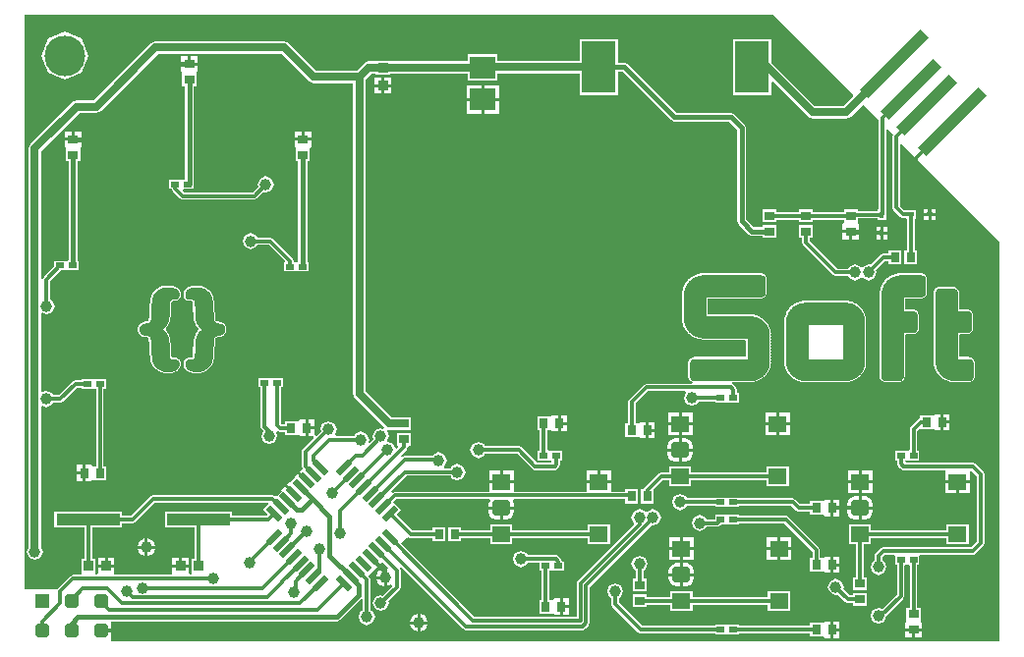
<source format=gtl>
G04 Layer_Physical_Order=1*
G04 Layer_Color=255*
%FSLAX25Y25*%
%MOIN*%
G70*
G01*
G75*
%ADD10R,0.03543X0.03150*%
%ADD11R,0.02756X0.01968*%
%ADD12R,0.03543X0.03740*%
%ADD13R,0.03740X0.03543*%
%ADD14R,0.08858X0.07677*%
G04:AMPARAMS|DCode=15|XSize=21.65mil|YSize=59.05mil|CornerRadius=0mil|HoleSize=0mil|Usage=FLASHONLY|Rotation=45.000|XOffset=0mil|YOffset=0mil|HoleType=Round|Shape=Rectangle|*
%AMROTATEDRECTD15*
4,1,4,0.01322,-0.02854,-0.02854,0.01322,-0.01322,0.02854,0.02854,-0.01322,0.01322,-0.02854,0.0*
%
%ADD15ROTATEDRECTD15*%

G04:AMPARAMS|DCode=16|XSize=21.65mil|YSize=59.05mil|CornerRadius=0mil|HoleSize=0mil|Usage=FLASHONLY|Rotation=315.000|XOffset=0mil|YOffset=0mil|HoleType=Round|Shape=Rectangle|*
%AMROTATEDRECTD16*
4,1,4,-0.02854,-0.01322,0.01322,0.02854,0.02854,0.01322,-0.01322,-0.02854,-0.02854,-0.01322,0.0*
%
%ADD16ROTATEDRECTD16*%

%ADD17R,0.11811X0.17716*%
%ADD18R,0.03150X0.03543*%
%ADD19R,0.06299X0.05492*%
G04:AMPARAMS|DCode=20|XSize=62.99mil|YSize=54.92mil|CornerRadius=13.73mil|HoleSize=0mil|Usage=FLASHONLY|Rotation=180.000|XOffset=0mil|YOffset=0mil|HoleType=Round|Shape=RoundedRectangle|*
%AMROUNDEDRECTD20*
21,1,0.06299,0.02746,0,0,180.0*
21,1,0.03553,0.05492,0,0,180.0*
1,1,0.02746,-0.01777,0.01373*
1,1,0.02746,0.01777,0.01373*
1,1,0.02746,0.01777,-0.01373*
1,1,0.02746,-0.01777,-0.01373*
%
%ADD20ROUNDEDRECTD20*%
%ADD21R,0.02165X0.01575*%
%ADD22R,0.01575X0.02165*%
%ADD23R,0.21654X0.04331*%
G04:AMPARAMS|DCode=24|XSize=39.37mil|YSize=252.36mil|CornerRadius=0mil|HoleSize=0mil|Usage=FLASHONLY|Rotation=135.000|XOffset=0mil|YOffset=0mil|HoleType=Round|Shape=Rectangle|*
%AMROTATEDRECTD24*
4,1,4,0.10314,0.07530,-0.07530,-0.10314,-0.10314,-0.07530,0.07530,0.10314,0.10314,0.07530,0.0*
%
%ADD24ROTATEDRECTD24*%

G04:AMPARAMS|DCode=25|XSize=39.37mil|YSize=291.73mil|CornerRadius=0mil|HoleSize=0mil|Usage=FLASHONLY|Rotation=135.000|XOffset=0mil|YOffset=0mil|HoleType=Round|Shape=Rectangle|*
%AMROTATEDRECTD25*
4,1,4,0.11706,0.08922,-0.08922,-0.11706,-0.11706,-0.08922,0.08922,0.11706,0.11706,0.08922,0.0*
%
%ADD25ROTATEDRECTD25*%

%ADD26C,0.01181*%
%ADD27C,0.01575*%
%ADD28C,0.02756*%
%ADD29C,0.01772*%
%ADD30C,0.00100*%
G04:AMPARAMS|DCode=31|XSize=47.24mil|YSize=47.24mil|CornerRadius=11.81mil|HoleSize=0mil|Usage=FLASHONLY|Rotation=180.000|XOffset=0mil|YOffset=0mil|HoleType=Round|Shape=RoundedRectangle|*
%AMROUNDEDRECTD31*
21,1,0.04724,0.02362,0,0,180.0*
21,1,0.02362,0.04724,0,0,180.0*
1,1,0.02362,-0.01181,0.01181*
1,1,0.02362,0.01181,0.01181*
1,1,0.02362,0.01181,-0.01181*
1,1,0.02362,-0.01181,-0.01181*
%
%ADD31ROUNDEDRECTD31*%
%ADD32R,0.04724X0.04724*%
%ADD33C,0.03937*%
%ADD34C,0.13780*%
G36*
X84788Y48515D02*
X82971Y46698D01*
X84519Y45149D01*
X83966Y44596D01*
X72450D01*
Y46072D01*
X49597D01*
Y40542D01*
X59735D01*
Y30029D01*
X58652D01*
Y25089D01*
X58652D01*
X58628Y24893D01*
X58284Y24729D01*
X57693Y25069D01*
Y27059D01*
X54921D01*
X52150D01*
X52150Y24689D01*
X51626Y24526D01*
X33019D01*
X32496Y24689D01*
X32496Y25117D01*
Y27059D01*
X29724D01*
X26953D01*
X26953Y25069D01*
X26362Y24729D01*
X26017Y24893D01*
X25994Y25089D01*
X25994D01*
Y30029D01*
X24911D01*
Y40542D01*
X35049D01*
Y42018D01*
X38583D01*
X38583Y42018D01*
X39494Y42396D01*
X46203Y49105D01*
X84543D01*
X84788Y48515D01*
D02*
G37*
G36*
X283329Y187144D02*
X279822Y183637D01*
X270178D01*
X255451Y198364D01*
X255324Y198417D01*
Y206309D01*
X242313D01*
Y187392D01*
X255324D01*
Y191664D01*
X255870Y191890D01*
X267777Y179982D01*
X269291Y179355D01*
X280709D01*
X282223Y179982D01*
X286356Y184116D01*
X291625Y178848D01*
Y148485D01*
X291462D01*
Y148091D01*
X284655D01*
Y148533D01*
X279912D01*
Y147647D01*
X269301D01*
Y148533D01*
X264558D01*
Y147647D01*
X257096D01*
Y148533D01*
X252353D01*
Y144184D01*
X257096D01*
Y145070D01*
X264558D01*
Y144184D01*
X269301D01*
Y145070D01*
X279912D01*
Y144209D01*
X279912Y144184D01*
X279851Y143618D01*
X279512D01*
Y141543D01*
X282283D01*
X285055D01*
Y143618D01*
X284716D01*
X284655Y144184D01*
X284655Y144209D01*
Y145514D01*
X291462D01*
Y145120D01*
X294237D01*
Y148485D01*
X294202D01*
Y175499D01*
X294748Y175725D01*
X296570Y173903D01*
X296349Y173370D01*
X296349Y173370D01*
Y149213D01*
X296349Y149213D01*
X296727Y148301D01*
X299089Y145939D01*
X299089Y145939D01*
X300000Y145562D01*
X300000Y145562D01*
X301073D01*
Y145463D01*
X301467D01*
Y134655D01*
X300483D01*
Y129912D01*
X304832D01*
Y134655D01*
X304045D01*
Y145463D01*
X304439D01*
Y148238D01*
X301073D01*
Y148238D01*
X300483Y148190D01*
X298926Y149746D01*
Y170774D01*
X299472Y171000D01*
X332677Y137795D01*
Y1969D01*
X31496D01*
Y8734D01*
X107874D01*
X108936Y9174D01*
X116231Y16469D01*
X116822Y16225D01*
Y12483D01*
X116144Y12202D01*
X115330Y10236D01*
X116144Y8270D01*
X118110Y7456D01*
X120076Y8270D01*
X120890Y10236D01*
X120076Y12202D01*
X119399Y12483D01*
Y22846D01*
X119021Y23757D01*
X119021Y23757D01*
X118634Y24145D01*
X123492Y29004D01*
X125477Y27020D01*
X125149Y26529D01*
X124909Y26628D01*
Y23622D01*
Y20616D01*
X126467Y21261D01*
X126499Y21247D01*
X126820Y20768D01*
X123512Y17460D01*
X122835Y17741D01*
X120869Y16927D01*
X120054Y14961D01*
X120869Y12995D01*
X122835Y12180D01*
X124801Y12995D01*
X125615Y14961D01*
X125334Y15638D01*
X129258Y19561D01*
X129258Y19561D01*
X129635Y20472D01*
X129635Y20472D01*
Y25973D01*
X129258Y26884D01*
X129693Y27257D01*
X150776Y6175D01*
X150776Y6175D01*
X151687Y5798D01*
X151687Y5798D01*
X191367D01*
X191367Y5798D01*
X192278Y6175D01*
X193431Y7328D01*
X193431Y7328D01*
X193808Y8240D01*
Y20304D01*
X214920Y41416D01*
X215167Y41314D01*
X217133Y42129D01*
X217947Y44094D01*
X217133Y46060D01*
X215167Y46875D01*
X213201Y46060D01*
X213194Y46042D01*
X212603D01*
X212596Y46060D01*
X210630Y46875D01*
X208664Y46060D01*
X207850Y44094D01*
X208664Y42129D01*
X208754Y41678D01*
X189640Y22565D01*
X189262Y21654D01*
X189263Y21654D01*
Y10344D01*
X154706D01*
X129769Y35281D01*
X131597Y37109D01*
X132004Y37475D01*
X132915Y37097D01*
X132915Y37097D01*
X140443D01*
Y36014D01*
X144793D01*
Y40758D01*
X140443D01*
Y39674D01*
X133554D01*
X128079Y45149D01*
X129628Y46698D01*
X127122Y49203D01*
X128149Y50230D01*
X159571D01*
X159899Y49739D01*
X159434Y48617D01*
Y47744D01*
X163779D01*
X168125D01*
Y48617D01*
X167660Y49739D01*
X167988Y50230D01*
X205798D01*
Y48809D01*
X210147D01*
Y53553D01*
X205798D01*
Y52807D01*
X201000D01*
Y55602D01*
X196850D01*
X192701D01*
Y52807D01*
X167929D01*
Y55602D01*
X163779D01*
X159630D01*
Y52807D01*
X127615D01*
X127615Y52807D01*
X126704Y52430D01*
X126330Y52866D01*
X131624Y58160D01*
X146573D01*
X146853Y57483D01*
X148819Y56669D01*
X150785Y57483D01*
X151599Y59449D01*
X150785Y61415D01*
X148819Y62229D01*
X146853Y61415D01*
X146573Y60738D01*
X144351D01*
X144236Y61317D01*
X144485Y61420D01*
X145299Y63386D01*
X144485Y65351D01*
X142519Y66166D01*
X140554Y65351D01*
X140436Y65068D01*
X130967D01*
X130056Y64691D01*
X129685Y65128D01*
X131620Y67062D01*
X131620Y67062D01*
X131997Y67973D01*
X132346Y68396D01*
X133080D01*
Y72746D01*
X128337D01*
Y68396D01*
X128537D01*
X128763Y67851D01*
X128313Y67400D01*
X127734Y67516D01*
X127163Y68895D01*
X125346Y69648D01*
X125197Y69709D01*
X125035Y70255D01*
X125615Y71653D01*
X124873Y73444D01*
X125275Y73917D01*
X125689Y73745D01*
X128337D01*
Y73711D01*
X133080D01*
Y78061D01*
X128337D01*
Y78027D01*
X126576D01*
X117790Y86812D01*
Y192716D01*
X119686Y194611D01*
X121152D01*
Y194380D01*
X126092D01*
Y194611D01*
X152451D01*
Y192313D01*
X162509D01*
Y194710D01*
X190345D01*
Y187392D01*
X203356D01*
Y195349D01*
X204890D01*
X221379Y178859D01*
X222441Y178420D01*
X241110D01*
X243774Y175756D01*
Y144488D01*
X244214Y143426D01*
X247659Y139981D01*
X248721Y139542D01*
X252353D01*
Y138868D01*
X257096D01*
Y143218D01*
X252353D01*
Y142545D01*
X249342D01*
X246777Y145110D01*
Y176378D01*
X246338Y177440D01*
X242794Y180983D01*
X241732Y181423D01*
X223063D01*
X206574Y197912D01*
X205512Y198352D01*
X203356D01*
Y206309D01*
X190345D01*
Y198991D01*
X162509D01*
Y201191D01*
X152451D01*
Y198893D01*
X126092D01*
Y199124D01*
X121152D01*
Y198893D01*
X118799D01*
X117285Y198266D01*
X114763Y195743D01*
X100985D01*
X91671Y205057D01*
X90158Y205684D01*
X46457D01*
X44943Y205057D01*
X25491Y185606D01*
X19685D01*
X18171Y184978D01*
X3988Y170796D01*
X3361Y169282D01*
Y33817D01*
X2722Y32274D01*
X3537Y30308D01*
X5502Y29494D01*
X7468Y30308D01*
X8282Y32274D01*
X7643Y33817D01*
Y81688D01*
X8134Y82016D01*
X9449Y81472D01*
X11415Y82286D01*
X11695Y82963D01*
X14173D01*
X14173Y82963D01*
X15084Y83341D01*
X19825Y88081D01*
X21250D01*
Y87786D01*
X25680Y87786D01*
X26270Y87503D01*
Y61427D01*
X25409D01*
X25384Y61427D01*
X24819Y61488D01*
Y61827D01*
X22744D01*
Y59055D01*
Y56283D01*
X24819D01*
Y56623D01*
X25384Y56683D01*
X25409Y56683D01*
X29734D01*
Y61427D01*
X28848D01*
Y87786D01*
X29537D01*
Y90954D01*
X25797D01*
X25206Y90954D01*
X24991Y90954D01*
X21250D01*
Y90659D01*
X19291D01*
X19291Y90659D01*
X18380Y90281D01*
X13639Y85541D01*
X11695D01*
X11415Y86218D01*
X9449Y87032D01*
X8134Y86488D01*
X7643Y86816D01*
Y113184D01*
X8134Y113512D01*
X9449Y112968D01*
X11415Y113782D01*
X12229Y115748D01*
X11415Y117714D01*
X10738Y117994D01*
Y124269D01*
X14411Y127943D01*
X16526Y127943D01*
X16742Y127943D01*
X18446D01*
X18504Y127919D01*
X18562Y127943D01*
X20482D01*
Y131112D01*
X20112D01*
Y164853D01*
X20876D01*
Y169177D01*
X20876Y169202D01*
X20936Y169768D01*
X21276D01*
Y171843D01*
X18504D01*
X15732D01*
Y169768D01*
X16071D01*
X16132Y169202D01*
X16132Y169177D01*
Y164853D01*
X16896D01*
Y131529D01*
X16478Y131112D01*
X16151D01*
X15935Y131112D01*
X12195D01*
Y129372D01*
X8538Y125714D01*
X8234Y124981D01*
X7643Y125098D01*
Y168395D01*
X20572Y181324D01*
X26378D01*
X27892Y181951D01*
X47344Y201402D01*
X89271D01*
X98585Y192088D01*
X100098Y191461D01*
X113509D01*
Y85925D01*
X114136Y84411D01*
X123927Y74620D01*
X123592Y74120D01*
X122834Y74433D01*
X120869Y73619D01*
X120054Y71653D01*
X120450Y70698D01*
X119092Y69339D01*
X118591Y69674D01*
X118922Y70472D01*
X118108Y72438D01*
X116142Y73253D01*
X114176Y72438D01*
X113895Y71761D01*
X107567D01*
X107209Y72352D01*
X107898Y74016D01*
X107084Y75982D01*
X105118Y76796D01*
X103152Y75982D01*
X102338Y74016D01*
X102619Y73339D01*
X100974Y71694D01*
X100383Y71938D01*
X100383Y72104D01*
Y73909D01*
X98308D01*
Y71638D01*
X99912D01*
X100083Y71638D01*
X100190Y71379D01*
X100327Y71047D01*
X96530Y67250D01*
X96152Y66339D01*
X96152Y66339D01*
Y61332D01*
X96152Y61332D01*
X96412Y60705D01*
X95367Y59659D01*
X98162Y56864D01*
X97455Y56157D01*
X94660Y58952D01*
X93541Y57833D01*
X93823Y57550D01*
X92315Y56041D01*
X92032Y56324D01*
X90913Y55205D01*
X93708Y52410D01*
X93001Y51703D01*
X90206Y54498D01*
X89087Y53379D01*
X89369Y53096D01*
X87717Y51443D01*
X87025Y51306D01*
X86916Y51348D01*
X86109Y51682D01*
X86108Y51682D01*
X45669D01*
X45669Y51682D01*
X44758Y51305D01*
X38049Y44596D01*
X35049D01*
Y46072D01*
X12195D01*
Y40542D01*
X22333D01*
Y30029D01*
X21250D01*
Y25089D01*
X21250D01*
X21183Y24526D01*
X18482D01*
X18482Y24526D01*
X17571Y24149D01*
X13262Y19840D01*
X13198Y19685D01*
X1969D01*
Y214567D01*
X255906D01*
X283329Y187144D01*
D02*
G37*
%LPC*%
G36*
X43807Y36864D02*
Y34358D01*
X46313D01*
X45579Y36130D01*
X43807Y36864D01*
D02*
G37*
G36*
X42807D02*
X41035Y36130D01*
X40301Y34358D01*
X42807D01*
Y36864D01*
D02*
G37*
G36*
Y33358D02*
X40301D01*
X41035Y31586D01*
X42807Y30852D01*
Y33358D01*
D02*
G37*
G36*
X46313D02*
X43807D01*
Y30852D01*
X45579Y31586D01*
X46313Y33358D01*
D02*
G37*
G36*
X29224Y30429D02*
X26953D01*
Y28059D01*
X29224D01*
Y30429D01*
D02*
G37*
G36*
X57693D02*
X55421D01*
Y28059D01*
X57693D01*
Y30429D01*
D02*
G37*
G36*
X54421D02*
X52150D01*
Y28059D01*
X54421D01*
Y30429D01*
D02*
G37*
G36*
X32496D02*
X30224D01*
Y28059D01*
X32496D01*
Y30429D01*
D02*
G37*
G36*
X289778Y46744D02*
X285933D01*
Y43303D01*
X287210D01*
X289026Y44055D01*
X289778Y45871D01*
Y46744D01*
D02*
G37*
G36*
X200600Y41732D02*
X193101D01*
Y39674D01*
X167529D01*
Y41732D01*
X160030D01*
Y39674D01*
X150108D01*
Y40758D01*
X145758D01*
Y36014D01*
X150108D01*
Y37097D01*
X160030D01*
Y35040D01*
X167529D01*
Y37097D01*
X193101D01*
Y35040D01*
X200600D01*
Y41732D01*
D02*
G37*
G36*
X284933Y46744D02*
X281088D01*
Y45871D01*
X281840Y44055D01*
X283657Y43303D01*
X284933D01*
Y46744D01*
D02*
G37*
G36*
X322253Y41732D02*
X314754D01*
Y39674D01*
X289183D01*
Y41732D01*
X281683D01*
Y35040D01*
X284144D01*
Y23730D01*
X283061D01*
Y19380D01*
X287805D01*
Y23730D01*
X286722D01*
Y35040D01*
X289183D01*
Y37097D01*
X314754D01*
Y35040D01*
X322253D01*
Y41732D01*
D02*
G37*
G36*
X257374Y32965D02*
X253724D01*
Y29719D01*
X257374D01*
Y32965D01*
D02*
G37*
G36*
X262024D02*
X258374D01*
Y29719D01*
X262024D01*
Y32965D01*
D02*
G37*
G36*
X228953Y37211D02*
X225303D01*
Y33965D01*
X228953D01*
Y37211D01*
D02*
G37*
G36*
X262024D02*
X258374D01*
Y33965D01*
X262024D01*
Y37211D01*
D02*
G37*
G36*
X224303D02*
X220654D01*
Y33965D01*
X224303D01*
Y37211D01*
D02*
G37*
G36*
X257374D02*
X253724D01*
Y33965D01*
X257374D01*
Y37211D01*
D02*
G37*
G36*
X163279Y46744D02*
X159434D01*
Y45871D01*
X160187Y44055D01*
X162003Y43303D01*
X163279D01*
Y46744D01*
D02*
G37*
G36*
X322654Y55602D02*
X319004D01*
Y52356D01*
X322654D01*
Y55602D01*
D02*
G37*
G36*
X318004D02*
X314354D01*
Y52356D01*
X318004D01*
Y55602D01*
D02*
G37*
G36*
X289583D02*
X285933D01*
Y52356D01*
X289583D01*
Y55602D01*
D02*
G37*
G36*
X21744Y58555D02*
X19669D01*
Y56283D01*
X21744D01*
Y58555D01*
D02*
G37*
G36*
X196350Y59848D02*
X192701D01*
Y56602D01*
X196350D01*
Y59848D01*
D02*
G37*
G36*
X167929Y59848D02*
X164279D01*
Y56602D01*
X167929D01*
Y59848D01*
D02*
G37*
G36*
X163279D02*
X159630D01*
Y56602D01*
X163279D01*
Y59848D01*
D02*
G37*
G36*
X278461Y46744D02*
X276386D01*
Y44472D01*
X278461D01*
Y46744D01*
D02*
G37*
G36*
X224410Y51993D02*
X222444Y51178D01*
X221629Y49213D01*
X222444Y47247D01*
X224410Y46433D01*
X226375Y47247D01*
X226656Y47924D01*
X236211D01*
Y47628D01*
X239951D01*
X240542Y47628D01*
X240757Y47628D01*
X244498D01*
Y47924D01*
X262065D01*
X263656Y46333D01*
X263656Y46333D01*
X264567Y45956D01*
X268396D01*
Y44872D01*
X272721D01*
X272746Y44872D01*
X273311Y44812D01*
Y44472D01*
X275386D01*
Y47244D01*
Y50016D01*
X273311D01*
Y49677D01*
X272746Y49616D01*
X272721Y49616D01*
X268396D01*
Y48533D01*
X265101D01*
X263510Y50124D01*
X262598Y50501D01*
X262598Y50501D01*
X244498D01*
Y50797D01*
X240757D01*
X240167Y50797D01*
X239951Y50797D01*
X236211D01*
Y50501D01*
X226656D01*
X226375Y51178D01*
X224410Y51993D01*
D02*
G37*
G36*
X168125Y46744D02*
X164279D01*
Y43303D01*
X165556D01*
X167372Y44055D01*
X168125Y45871D01*
Y46744D01*
D02*
G37*
G36*
X278461Y50016D02*
X276386D01*
Y47744D01*
X278461D01*
Y50016D01*
D02*
G37*
G36*
X284933Y55602D02*
X281283D01*
Y52356D01*
X284933D01*
Y55602D01*
D02*
G37*
G36*
X287210Y51186D02*
X285933D01*
Y47744D01*
X289778D01*
Y48617D01*
X289026Y50433D01*
X287210Y51186D01*
D02*
G37*
G36*
X284933D02*
X283657D01*
X281840Y50433D01*
X281088Y48617D01*
Y47744D01*
X284933D01*
Y51186D01*
D02*
G37*
G36*
X277165Y23253D02*
X275200Y22438D01*
X274385Y20472D01*
X275200Y18507D01*
X277165Y17692D01*
X277842Y17973D01*
X280486Y15329D01*
X280486Y15329D01*
X281398Y14952D01*
X281398Y14952D01*
X283061D01*
Y14065D01*
X287805D01*
Y18415D01*
X283061D01*
Y17529D01*
X281931D01*
X279665Y19795D01*
X279945Y20472D01*
X279131Y22438D01*
X277165Y23253D01*
D02*
G37*
G36*
X186728Y13280D02*
X184653D01*
Y11008D01*
X186728D01*
Y13280D01*
D02*
G37*
G36*
X136327Y11274D02*
Y8768D01*
X138833D01*
X138099Y10540D01*
X136327Y11274D01*
D02*
G37*
G36*
X186728Y16551D02*
X184653D01*
Y14279D01*
X186728D01*
Y16551D01*
D02*
G37*
G36*
X123909Y23122D02*
X121404D01*
X122137Y21350D01*
X123909Y20616D01*
Y23122D01*
D02*
G37*
G36*
X210630Y31127D02*
X208664Y30312D01*
X207850Y28346D01*
X208664Y26381D01*
X209341Y26100D01*
Y23238D01*
X208258D01*
Y18888D01*
X213002D01*
Y23238D01*
X211919D01*
Y26100D01*
X212596Y26381D01*
X213410Y28346D01*
X212596Y30312D01*
X210630Y31127D01*
D02*
G37*
G36*
X261624Y19094D02*
X254124D01*
Y17037D01*
X228553D01*
Y19094D01*
X221054D01*
Y17037D01*
X213002D01*
Y17923D01*
X208258D01*
Y13573D01*
X213002D01*
Y14459D01*
X221054D01*
Y12402D01*
X228553D01*
Y14459D01*
X254124D01*
Y12402D01*
X261624D01*
Y19094D01*
D02*
G37*
G36*
X135327Y11274D02*
X133555Y10540D01*
X132821Y8768D01*
X135327D01*
Y11274D01*
D02*
G37*
G36*
X303043Y5406D02*
X300772D01*
Y3331D01*
X303043D01*
Y5406D01*
D02*
G37*
G36*
X278461Y5406D02*
X276386D01*
Y3134D01*
X278461D01*
Y5406D01*
D02*
G37*
G36*
X202362Y21678D02*
X200396Y20864D01*
X199582Y18898D01*
X200396Y16932D01*
X201074Y16651D01*
Y14567D01*
X201074Y14567D01*
X201451Y13656D01*
X210112Y4994D01*
X210112Y4994D01*
X211024Y4617D01*
X211024Y4617D01*
X236211D01*
Y4321D01*
X239951D01*
X240542Y4321D01*
X240757Y4321D01*
X244498D01*
Y4617D01*
X268396D01*
Y3534D01*
X272721D01*
X272746Y3534D01*
X273311Y3473D01*
Y3134D01*
X275386D01*
Y5906D01*
Y8677D01*
X273311D01*
Y8338D01*
X272746Y8277D01*
X272721Y8277D01*
X268396D01*
Y7194D01*
X244498D01*
Y7490D01*
X240757D01*
X240167Y7490D01*
X239951Y7490D01*
X236211D01*
Y7194D01*
X211557D01*
X203651Y15101D01*
Y16651D01*
X204328Y16932D01*
X205142Y18898D01*
X204328Y20864D01*
X202362Y21678D01*
D02*
G37*
G36*
X306315Y5406D02*
X304043D01*
Y3331D01*
X306315D01*
Y5406D01*
D02*
G37*
G36*
X278461Y8677D02*
X276386D01*
Y6406D01*
X278461D01*
Y8677D01*
D02*
G37*
G36*
X138833Y7768D02*
X136327D01*
Y5262D01*
X138099Y5996D01*
X138833Y7768D01*
D02*
G37*
G36*
X135327D02*
X132821D01*
X133555Y5996D01*
X135327Y5262D01*
Y7768D01*
D02*
G37*
G36*
X228953Y32965D02*
X225303D01*
Y29719D01*
X228953D01*
Y32965D01*
D02*
G37*
G36*
X224303D02*
X220654D01*
Y29719D01*
X224303D01*
Y32965D01*
D02*
G37*
G36*
X278461Y30724D02*
X276386D01*
Y28453D01*
X278461D01*
Y30724D01*
D02*
G37*
G36*
X170472Y32701D02*
X168507Y31887D01*
X167692Y29921D01*
X168507Y27955D01*
X170472Y27141D01*
X172438Y27955D01*
X172719Y28633D01*
X176762D01*
Y25975D01*
X177452D01*
Y16151D01*
X176664D01*
Y11408D01*
X180988D01*
X181013Y11408D01*
X181579Y11347D01*
Y11008D01*
X183653D01*
Y13780D01*
Y16551D01*
X181579D01*
Y16212D01*
X181013Y16151D01*
X180988Y16151D01*
X180029D01*
Y25975D01*
X180718D01*
Y25975D01*
X181093D01*
Y25975D01*
X185049D01*
Y29143D01*
X184356D01*
X183982Y30045D01*
X183982Y30045D01*
X183195Y30832D01*
X182283Y31210D01*
X182283Y31210D01*
X172719D01*
X172438Y31887D01*
X170472Y32701D01*
D02*
G37*
G36*
X123909Y26628D02*
X122137Y25894D01*
X121404Y24122D01*
X123909D01*
Y26628D01*
D02*
G37*
G36*
X229148Y24106D02*
X225303D01*
Y20665D01*
X226580D01*
X228396Y21417D01*
X229148Y23233D01*
Y24106D01*
D02*
G37*
G36*
X224303D02*
X220458D01*
Y23233D01*
X221210Y21417D01*
X223027Y20665D01*
X224303D01*
Y24106D01*
D02*
G37*
G36*
Y28548D02*
X223027D01*
X221210Y27796D01*
X220458Y25979D01*
Y25106D01*
X224303D01*
Y28548D01*
D02*
G37*
G36*
X278461Y27453D02*
X276386D01*
Y25181D01*
X278461D01*
Y27453D01*
D02*
G37*
G36*
X231102Y44906D02*
X229136Y44092D01*
X228322Y42126D01*
X229136Y40160D01*
X231102Y39346D01*
X233068Y40160D01*
X233349Y40837D01*
X237008D01*
X237008Y40837D01*
X237919Y41215D01*
X238427Y41723D01*
X240542Y41723D01*
X240757Y41723D01*
X244498D01*
Y42018D01*
X259702D01*
X269282Y32439D01*
Y30324D01*
X268396D01*
Y25581D01*
X272721D01*
X272746Y25581D01*
X273311Y25520D01*
Y25181D01*
X275386D01*
Y27953D01*
Y30724D01*
X273311D01*
Y30385D01*
X272746Y30324D01*
X272721Y30324D01*
X271860D01*
Y32972D01*
X271860Y32972D01*
X271482Y33884D01*
X271482Y33884D01*
X261147Y44218D01*
X260236Y44596D01*
X260236Y44596D01*
X244498D01*
Y44891D01*
X240757D01*
X240167Y44891D01*
X239951Y44891D01*
X236211D01*
Y43415D01*
X233349D01*
X233068Y44092D01*
X231102Y44906D01*
D02*
G37*
G36*
X226580Y28548D02*
X225303D01*
Y25106D01*
X229148D01*
Y25979D01*
X228396Y27796D01*
X226580Y28548D01*
D02*
G37*
G36*
X284933Y59848D02*
X281283D01*
Y56602D01*
X284933D01*
Y59848D01*
D02*
G37*
G36*
X308555Y146350D02*
X306972D01*
Y145063D01*
X308555D01*
Y146350D01*
D02*
G37*
G36*
X294637Y142586D02*
X293349D01*
Y141003D01*
X294637D01*
Y142586D01*
D02*
G37*
G36*
X292349D02*
X291062D01*
Y141003D01*
X292349D01*
Y142586D01*
D02*
G37*
G36*
X311138Y146350D02*
X309555D01*
Y145063D01*
X311138D01*
Y146350D01*
D02*
G37*
G36*
X60646Y197433D02*
X57874D01*
X55102D01*
Y195358D01*
X55441D01*
X55502Y194793D01*
X55502Y194768D01*
Y190443D01*
X56372D01*
Y159088D01*
X55955Y158671D01*
X55128Y158671D01*
X54912Y158671D01*
X51172D01*
Y155502D01*
X51905D01*
X52238Y154698D01*
X54698Y152238D01*
X54698Y152238D01*
X55609Y151861D01*
X79921D01*
X79921Y151861D01*
X80832Y152238D01*
X83181Y154587D01*
X83858Y154306D01*
X85824Y155121D01*
X86638Y157087D01*
X85824Y159052D01*
X83858Y159867D01*
X81892Y159052D01*
X81078Y157087D01*
X81359Y156409D01*
X79387Y154438D01*
X56143D01*
X55669Y154912D01*
X55914Y155502D01*
X59458D01*
Y158671D01*
X59376D01*
Y190443D01*
X60246D01*
Y194768D01*
X60246Y194793D01*
X60307Y195358D01*
X60646D01*
Y197433D01*
D02*
G37*
G36*
X311138Y148638D02*
X309555D01*
Y147350D01*
X311138D01*
Y148638D01*
D02*
G37*
G36*
X308555D02*
X306972D01*
Y147350D01*
X308555D01*
Y148638D01*
D02*
G37*
G36*
X285055Y140543D02*
X282783D01*
Y138469D01*
X285055D01*
Y140543D01*
D02*
G37*
G36*
X269301Y143218D02*
X264558D01*
Y138868D01*
X265640D01*
Y137402D01*
X265640Y137402D01*
X266018Y136490D01*
X276254Y126254D01*
X277165Y125877D01*
X281509D01*
X281789Y125199D01*
X283755Y124385D01*
X285692Y125188D01*
X285802Y125217D01*
X286245D01*
X286355Y125188D01*
X288292Y124385D01*
X290258Y125199D01*
X291072Y127165D01*
X290792Y127843D01*
X293944Y130995D01*
X295168D01*
Y129912D01*
X299517D01*
Y134655D01*
X295168D01*
Y133572D01*
X293410D01*
X293410Y133572D01*
X292499Y133195D01*
X292499Y133195D01*
X288969Y129665D01*
X288292Y129946D01*
X286355Y129143D01*
X286245Y129113D01*
X285802D01*
X285692Y129143D01*
X283755Y129946D01*
X281789Y129131D01*
X281509Y128454D01*
X277699D01*
X268218Y137935D01*
Y138868D01*
X269301D01*
Y143218D01*
D02*
G37*
G36*
X61369Y122791D02*
X59169D01*
X58928Y122691D01*
X58669D01*
X58428Y122591D01*
X58369D01*
X57886Y122391D01*
X57869D01*
X57372Y122185D01*
X57342Y122114D01*
X57272Y122085D01*
X57263Y122064D01*
X57072Y121985D01*
X57042Y121914D01*
X56972Y121885D01*
X56942Y121814D01*
X56872Y121785D01*
X56863Y121764D01*
X56672Y121685D01*
X56643Y121614D01*
X56572Y121585D01*
X56493Y121394D01*
X56472Y121385D01*
X56442Y121314D01*
X56372Y121285D01*
X56292Y121093D01*
X56272Y121085D01*
X56243Y121014D01*
X56172Y120985D01*
X55966Y120487D01*
X55978Y120458D01*
X55866Y120187D01*
X55887Y120137D01*
X55866Y120087D01*
X55887Y120037D01*
X55866Y119987D01*
X55887Y119937D01*
X55866Y119887D01*
X55887Y119837D01*
X55866Y119787D01*
X55887Y119737D01*
X55866Y119687D01*
X55887Y119637D01*
X55866Y119587D01*
X55887Y119537D01*
X55866Y119487D01*
X55887Y119437D01*
X55866Y119387D01*
X55887Y119337D01*
X55866Y119287D01*
X55887Y119237D01*
X55866Y119187D01*
X55978Y118917D01*
X55966Y118887D01*
X56172Y118390D01*
X56243Y118361D01*
X56272Y118290D01*
X56343Y118261D01*
X56372Y118190D01*
X56442Y118161D01*
X56472Y118090D01*
X56542Y118061D01*
X56572Y117990D01*
X56643Y117961D01*
X56672Y117890D01*
X57169Y117684D01*
X57228D01*
X57469Y117584D01*
X58569D01*
X58821Y117406D01*
X58945Y117194D01*
X59066Y116887D01*
X59085Y116842D01*
X59086Y116836D01*
X59066Y116787D01*
X59087Y116737D01*
X59066Y116687D01*
X59087Y116637D01*
X59066Y116587D01*
X59087Y116537D01*
X59066Y116487D01*
X59087Y116437D01*
X59066Y116387D01*
X59087Y116337D01*
X59066Y116287D01*
X59087Y116237D01*
X59066Y116187D01*
X59087Y116137D01*
X59066Y116087D01*
X59178Y115817D01*
X59166Y115787D01*
X59187Y115737D01*
X59166Y115687D01*
X59187Y115637D01*
X59166Y115587D01*
X59187Y115537D01*
X59166Y115487D01*
X59187Y115437D01*
X59166Y115387D01*
X59187Y115337D01*
X59166Y115287D01*
X59187Y115237D01*
X59166Y115187D01*
X59187Y115137D01*
X59166Y115087D01*
X59187Y115037D01*
X59166Y114987D01*
X59187Y114937D01*
X59166Y114887D01*
X59187Y114837D01*
X59166Y114787D01*
X59187Y114737D01*
X59166Y114687D01*
X59187Y114637D01*
X59166Y114587D01*
X59187Y114537D01*
X59166Y114487D01*
X59187Y114437D01*
X59166Y114387D01*
X59187Y114337D01*
X59166Y114287D01*
X59187Y114237D01*
X59166Y114187D01*
X59187Y114137D01*
X59166Y114087D01*
X59187Y114037D01*
X59166Y113987D01*
X59187Y113937D01*
X59166Y113887D01*
X59187Y113837D01*
X59166Y113787D01*
X59278Y113517D01*
X59266Y113487D01*
X59286Y113437D01*
X59266Y113387D01*
X59286Y113337D01*
X59266Y113287D01*
X59286Y113237D01*
X59266Y113187D01*
X59286Y113137D01*
X59266Y113087D01*
X59286Y113037D01*
X59266Y112987D01*
X59286Y112937D01*
X59266Y112887D01*
X59286Y112837D01*
X59266Y112787D01*
X59286Y112737D01*
X59266Y112687D01*
X59286Y112637D01*
X59266Y112587D01*
X59286Y112537D01*
X59266Y112487D01*
X59286Y112437D01*
X59266Y112387D01*
X59378Y112117D01*
X59366Y112087D01*
X59386Y112037D01*
X59366Y111987D01*
X59386Y111937D01*
X59366Y111887D01*
X59386Y111837D01*
X59366Y111787D01*
X59386Y111737D01*
X59366Y111687D01*
X59386Y111637D01*
X59366Y111587D01*
X59478Y111317D01*
X59466Y111287D01*
X59487Y111237D01*
X59466Y111187D01*
X59487Y111137D01*
X59466Y111087D01*
X59487Y111037D01*
X59466Y110987D01*
X59578Y110717D01*
X59566Y110687D01*
X59587Y110637D01*
X59566Y110587D01*
X59678Y110317D01*
X59666Y110287D01*
X59872Y109790D01*
X59892Y109781D01*
X59972Y109590D01*
X59992Y109581D01*
X60072Y109390D01*
X60093Y109381D01*
X60172Y109190D01*
X60193Y109181D01*
X60272Y108990D01*
X60343Y108961D01*
X60372Y108890D01*
X60392Y108881D01*
X60472Y108690D01*
X60543Y108661D01*
X60572Y108590D01*
X60642Y108561D01*
X60672Y108490D01*
X60742Y108461D01*
X60772Y108390D01*
X60843Y108361D01*
X60872Y108290D01*
X60972Y108037D01*
Y107837D01*
X60872Y107585D01*
X60843Y107514D01*
X60772Y107485D01*
X60742Y107414D01*
X60672Y107385D01*
X60593Y107194D01*
X60572Y107185D01*
X60543Y107114D01*
X60472Y107085D01*
X60443Y107014D01*
X60372Y106985D01*
X60293Y106793D01*
X60272Y106785D01*
X60193Y106594D01*
X60172Y106585D01*
X60093Y106394D01*
X60072Y106385D01*
X59992Y106193D01*
X59972Y106185D01*
X59892Y105993D01*
X59872Y105985D01*
X59666Y105487D01*
X59678Y105458D01*
X59566Y105187D01*
X59587Y105137D01*
X59566Y105087D01*
X59578Y105058D01*
X59466Y104787D01*
X59487Y104737D01*
X59466Y104687D01*
X59487Y104637D01*
X59466Y104587D01*
X59487Y104537D01*
X59466Y104487D01*
X59478Y104458D01*
X59366Y104187D01*
X59386Y104137D01*
X59366Y104087D01*
X59386Y104037D01*
X59366Y103987D01*
X59386Y103937D01*
X59366Y103887D01*
X59386Y103837D01*
X59366Y103787D01*
X59386Y103737D01*
X59366Y103687D01*
X59378Y103658D01*
X59266Y103387D01*
X59286Y103337D01*
X59266Y103287D01*
X59286Y103237D01*
X59266Y103187D01*
X59286Y103137D01*
X59266Y103087D01*
X59286Y103037D01*
X59266Y102987D01*
X59286Y102937D01*
X59266Y102887D01*
X59286Y102837D01*
X59266Y102787D01*
X59286Y102737D01*
X59266Y102687D01*
X59286Y102637D01*
X59266Y102587D01*
X59286Y102537D01*
X59266Y102487D01*
X59286Y102437D01*
X59266Y102387D01*
X59286Y102337D01*
X59266Y102287D01*
X59278Y102258D01*
X59166Y101987D01*
X59187Y101937D01*
X59166Y101887D01*
X59187Y101837D01*
X59166Y101787D01*
X59187Y101737D01*
X59166Y101687D01*
X59187Y101637D01*
X59166Y101587D01*
X59187Y101537D01*
X59166Y101487D01*
X59187Y101437D01*
X59166Y101387D01*
X59187Y101337D01*
X59166Y101287D01*
X59187Y101237D01*
X59166Y101187D01*
X59187Y101137D01*
X59166Y101087D01*
X59187Y101037D01*
X59166Y100987D01*
X59187Y100937D01*
X59166Y100887D01*
X59187Y100837D01*
X59166Y100787D01*
X59187Y100737D01*
X59166Y100687D01*
X59187Y100637D01*
X59166Y100587D01*
X59187Y100537D01*
X59166Y100487D01*
X59187Y100437D01*
X59166Y100387D01*
X59187Y100337D01*
X59166Y100287D01*
X59187Y100237D01*
X59166Y100187D01*
X59187Y100137D01*
X59166Y100087D01*
X59187Y100037D01*
X59166Y99987D01*
X59178Y99958D01*
X59066Y99687D01*
X59087Y99637D01*
X59066Y99587D01*
X59087Y99537D01*
X59066Y99487D01*
X59087Y99437D01*
X59066Y99387D01*
X59087Y99337D01*
X59066Y99287D01*
X59087Y99237D01*
X59066Y99187D01*
X59087Y99137D01*
X59066Y99087D01*
X59077Y99060D01*
X59066Y98988D01*
X59066Y98987D01*
X59039Y98845D01*
X58975Y98653D01*
X58952Y98593D01*
X58847Y98414D01*
X58710Y98242D01*
X58587Y98191D01*
X57369D01*
X56872Y97985D01*
X56863Y97964D01*
X56672Y97885D01*
X56663Y97864D01*
X56472Y97785D01*
X56442Y97714D01*
X56372Y97685D01*
X56292Y97493D01*
X56272Y97485D01*
X56243Y97414D01*
X56172Y97385D01*
X56093Y97193D01*
X56072Y97185D01*
X55866Y96687D01*
X55887Y96637D01*
X55866Y96587D01*
X55887Y96537D01*
X55866Y96487D01*
X55887Y96437D01*
X55866Y96387D01*
X55887Y96337D01*
X55866Y96287D01*
X55887Y96237D01*
X55866Y96187D01*
X55887Y96137D01*
X55866Y96087D01*
X55887Y96037D01*
X55866Y95987D01*
X55887Y95937D01*
X55866Y95887D01*
X55887Y95837D01*
X55866Y95787D01*
X55887Y95737D01*
X55866Y95687D01*
X55887Y95637D01*
X55866Y95587D01*
X56072Y95090D01*
X56093Y95081D01*
X56172Y94890D01*
X56192Y94881D01*
X56272Y94690D01*
X56292Y94681D01*
X56372Y94490D01*
X56442Y94461D01*
X56472Y94390D01*
X56542Y94361D01*
X56572Y94290D01*
X56643Y94261D01*
X56672Y94190D01*
X56743Y94161D01*
X56772Y94090D01*
X56842Y94061D01*
X56872Y93990D01*
X56942Y93961D01*
X56972Y93890D01*
X57163Y93811D01*
X57172Y93790D01*
X57243Y93761D01*
X57272Y93690D01*
X57463Y93611D01*
X57472Y93590D01*
X57663Y93511D01*
X57672Y93490D01*
X58169Y93284D01*
X58228D01*
X58469Y93184D01*
X58628D01*
X58869Y93084D01*
X59128D01*
X59369Y92984D01*
X61069D01*
X61311Y93084D01*
X61669D01*
X61911Y93184D01*
X62069D01*
X62552Y93384D01*
X62569D01*
X63067Y93590D01*
X63096Y93661D01*
X63167Y93690D01*
X63175Y93711D01*
X63367Y93790D01*
X63375Y93811D01*
X63567Y93890D01*
X63596Y93961D01*
X63667Y93990D01*
X63675Y94011D01*
X63867Y94090D01*
X63896Y94161D01*
X63967Y94190D01*
X63975Y94211D01*
X64167Y94290D01*
X64196Y94361D01*
X64267Y94390D01*
X64296Y94461D01*
X64367Y94490D01*
X64375Y94511D01*
X64567Y94590D01*
X64596Y94661D01*
X64667Y94690D01*
X64696Y94761D01*
X64767Y94790D01*
X64796Y94861D01*
X64867Y94890D01*
X64896Y94961D01*
X64967Y94990D01*
X64996Y95061D01*
X65067Y95090D01*
X65146Y95281D01*
X65167Y95290D01*
X65196Y95361D01*
X65267Y95390D01*
X65296Y95461D01*
X65367Y95490D01*
X65446Y95681D01*
X65467Y95690D01*
X65496Y95761D01*
X65567Y95790D01*
X65646Y95981D01*
X65667Y95990D01*
X65873Y96487D01*
X65861Y96517D01*
X65973Y96787D01*
X65961Y96817D01*
X66073Y97087D01*
X66061Y97117D01*
X66173Y97387D01*
X66152Y97437D01*
X66173Y97487D01*
X66152Y97537D01*
X66173Y97587D01*
X66152Y97637D01*
X66173Y97687D01*
X66161Y97717D01*
X66273Y97987D01*
X66252Y98037D01*
X66273Y98087D01*
X66252Y98137D01*
X66273Y98187D01*
X66252Y98237D01*
X66273Y98287D01*
X66252Y98337D01*
X66273Y98387D01*
X66252Y98437D01*
X66273Y98487D01*
X66252Y98537D01*
X66273Y98587D01*
X66252Y98637D01*
X66273Y98687D01*
X66252Y98737D01*
X66273Y98787D01*
X66252Y98837D01*
X66273Y98887D01*
X66261Y98917D01*
X66373Y99187D01*
X66352Y99237D01*
X66373Y99287D01*
X66352Y99337D01*
X66373Y99387D01*
X66352Y99437D01*
X66373Y99487D01*
X66352Y99537D01*
X66373Y99587D01*
X66352Y99637D01*
X66373Y99687D01*
X66352Y99737D01*
X66373Y99787D01*
X66352Y99837D01*
X66373Y99887D01*
X66352Y99937D01*
X66373Y99987D01*
X66352Y100037D01*
X66373Y100087D01*
X66352Y100137D01*
X66373Y100187D01*
X66352Y100237D01*
X66373Y100287D01*
X66361Y100317D01*
X66473Y100587D01*
X66452Y100637D01*
X66473Y100687D01*
X66452Y100737D01*
X66473Y100787D01*
X66452Y100837D01*
X66473Y100887D01*
X66452Y100937D01*
X66473Y100987D01*
X66452Y101037D01*
X66473Y101087D01*
X66452Y101137D01*
X66473Y101187D01*
X66452Y101237D01*
X66473Y101287D01*
X66452Y101337D01*
X66473Y101387D01*
X66452Y101437D01*
X66473Y101487D01*
X66452Y101537D01*
X66473Y101587D01*
X66452Y101637D01*
X66473Y101687D01*
X66452Y101737D01*
X66473Y101787D01*
X66452Y101837D01*
X66473Y101887D01*
X66452Y101937D01*
X66473Y101987D01*
X66461Y102017D01*
X66573Y102287D01*
X66552Y102337D01*
X66573Y102387D01*
X66552Y102437D01*
X66573Y102487D01*
X66552Y102537D01*
X66573Y102587D01*
X66552Y102637D01*
X66573Y102687D01*
X66552Y102737D01*
X66573Y102787D01*
X66552Y102837D01*
X66573Y102887D01*
X66552Y102937D01*
X66573Y102987D01*
X66552Y103037D01*
X66573Y103087D01*
X66552Y103137D01*
X66573Y103187D01*
X66552Y103237D01*
X66573Y103287D01*
X66552Y103337D01*
X66573Y103387D01*
X66552Y103437D01*
X66573Y103487D01*
X66552Y103537D01*
X66573Y103587D01*
X66552Y103637D01*
X66573Y103687D01*
X66561Y103717D01*
X66673Y103987D01*
X66652Y104037D01*
X66673Y104087D01*
X66652Y104137D01*
X66673Y104187D01*
X66652Y104237D01*
X66673Y104287D01*
X66652Y104337D01*
X66673Y104387D01*
X66653Y104436D01*
X66662Y104461D01*
X66673Y104487D01*
X66811Y104844D01*
X66969Y105084D01*
X67211Y105184D01*
X67569D01*
X67811Y105284D01*
X68069D01*
X68311Y105384D01*
X68369D01*
X68611Y105484D01*
X68669D01*
X69167Y105690D01*
X69175Y105711D01*
X69367Y105790D01*
X69375Y105811D01*
X69567Y105890D01*
X69596Y105961D01*
X69667Y105990D01*
X69696Y106061D01*
X69767Y106090D01*
X69796Y106161D01*
X69867Y106190D01*
X69896Y106261D01*
X69967Y106290D01*
X70046Y106481D01*
X70067Y106490D01*
X70273Y106987D01*
X70261Y107017D01*
X70373Y107287D01*
X70352Y107337D01*
X70373Y107387D01*
X70352Y107437D01*
X70373Y107487D01*
X70352Y107537D01*
X70373Y107587D01*
X70352Y107637D01*
X70373Y107687D01*
X70352Y107737D01*
X70373Y107787D01*
X70352Y107837D01*
X70373Y107887D01*
X70352Y107937D01*
X70373Y107987D01*
X70352Y108037D01*
X70373Y108087D01*
X70352Y108137D01*
X70373Y108187D01*
X70352Y108237D01*
X70373Y108287D01*
X70352Y108337D01*
X70373Y108387D01*
X70352Y108437D01*
X70373Y108487D01*
X70352Y108537D01*
X70373Y108587D01*
X70261Y108858D01*
X70273Y108887D01*
X70067Y109385D01*
X69996Y109414D01*
X69967Y109485D01*
X69946Y109494D01*
X69867Y109685D01*
X69796Y109714D01*
X69767Y109785D01*
X69575Y109864D01*
X69567Y109885D01*
X69496Y109914D01*
X69467Y109985D01*
X69275Y110064D01*
X69267Y110085D01*
X68769Y110291D01*
X68711D01*
X68469Y110391D01*
X68411D01*
X68169Y110491D01*
X67911D01*
X67669Y110591D01*
X67411D01*
X67175Y110689D01*
X67150Y110711D01*
X66773Y111087D01*
X66661Y111358D01*
X66673Y111387D01*
X66652Y111437D01*
X66673Y111487D01*
X66652Y111537D01*
X66673Y111587D01*
X66652Y111637D01*
X66673Y111687D01*
X66652Y111737D01*
X66673Y111787D01*
X66561Y112058D01*
X66573Y112087D01*
X66552Y112137D01*
X66573Y112187D01*
X66552Y112237D01*
X66573Y112287D01*
X66552Y112337D01*
X66573Y112387D01*
X66552Y112437D01*
X66573Y112487D01*
X66552Y112537D01*
X66573Y112587D01*
X66552Y112637D01*
X66573Y112687D01*
X66552Y112737D01*
X66573Y112787D01*
X66552Y112837D01*
X66573Y112887D01*
X66552Y112937D01*
X66573Y112987D01*
X66552Y113037D01*
X66573Y113087D01*
X66552Y113137D01*
X66573Y113187D01*
X66552Y113237D01*
X66573Y113287D01*
X66552Y113337D01*
X66573Y113387D01*
X66552Y113437D01*
X66573Y113487D01*
X66461Y113758D01*
X66473Y113787D01*
X66452Y113837D01*
X66473Y113887D01*
X66452Y113937D01*
X66473Y113987D01*
X66452Y114037D01*
X66473Y114087D01*
X66452Y114137D01*
X66473Y114187D01*
X66452Y114237D01*
X66473Y114287D01*
X66452Y114337D01*
X66473Y114387D01*
X66452Y114437D01*
X66473Y114487D01*
X66452Y114537D01*
X66473Y114587D01*
X66452Y114637D01*
X66473Y114687D01*
X66452Y114737D01*
X66473Y114787D01*
X66452Y114837D01*
X66473Y114887D01*
X66452Y114937D01*
X66473Y114987D01*
X66452Y115037D01*
X66473Y115087D01*
X66452Y115137D01*
X66473Y115187D01*
X66452Y115237D01*
X66473Y115287D01*
X66361Y115558D01*
X66373Y115587D01*
X66352Y115637D01*
X66373Y115687D01*
X66352Y115737D01*
X66373Y115787D01*
X66352Y115837D01*
X66373Y115887D01*
X66352Y115937D01*
X66373Y115987D01*
X66352Y116037D01*
X66373Y116087D01*
X66352Y116137D01*
X66373Y116187D01*
X66352Y116237D01*
X66373Y116287D01*
X66352Y116337D01*
X66373Y116387D01*
X66352Y116437D01*
X66373Y116487D01*
X66352Y116537D01*
X66373Y116587D01*
X66352Y116637D01*
X66373Y116687D01*
X66261Y116958D01*
X66273Y116987D01*
X66252Y117037D01*
X66273Y117087D01*
X66252Y117137D01*
X66273Y117187D01*
X66252Y117237D01*
X66273Y117287D01*
X66252Y117337D01*
X66273Y117387D01*
X66252Y117437D01*
X66273Y117487D01*
X66252Y117537D01*
X66273Y117587D01*
X66252Y117637D01*
X66273Y117687D01*
X66252Y117737D01*
X66273Y117787D01*
X66161Y118058D01*
X66173Y118087D01*
X66152Y118137D01*
X66173Y118187D01*
X66152Y118237D01*
X66173Y118287D01*
X66152Y118337D01*
X66173Y118387D01*
X66061Y118658D01*
X66073Y118687D01*
X66052Y118737D01*
X66073Y118787D01*
X65961Y119058D01*
X65973Y119087D01*
X65767Y119585D01*
X65746Y119594D01*
X65667Y119785D01*
X65646Y119793D01*
X65567Y119985D01*
X65546Y119993D01*
X65467Y120185D01*
X65396Y120214D01*
X65367Y120285D01*
X65346Y120293D01*
X65267Y120485D01*
X65196Y120514D01*
X65167Y120585D01*
X65096Y120614D01*
X65067Y120685D01*
X64996Y120714D01*
X64967Y120785D01*
X64896Y120814D01*
X64867Y120885D01*
X64796Y120914D01*
X64767Y120985D01*
X64696Y121014D01*
X64667Y121085D01*
X64596Y121114D01*
X64567Y121185D01*
X64496Y121214D01*
X64467Y121285D01*
X64275Y121364D01*
X64267Y121385D01*
X64196Y121414D01*
X64167Y121485D01*
X64096Y121514D01*
X64067Y121585D01*
X63875Y121664D01*
X63867Y121685D01*
X63796Y121714D01*
X63767Y121785D01*
X63575Y121864D01*
X63567Y121885D01*
X63496Y121914D01*
X63467Y121985D01*
X63275Y122064D01*
X63267Y122085D01*
X63075Y122164D01*
X63067Y122185D01*
X62875Y122264D01*
X62867Y122285D01*
X62675Y122364D01*
X62667Y122385D01*
X62169Y122591D01*
X62111D01*
X61869Y122691D01*
X61611D01*
X61369Y122791D01*
D02*
G37*
G36*
X51669D02*
X49469D01*
X49228Y122691D01*
X48969D01*
X48728Y122591D01*
X48669D01*
X48172Y122385D01*
X48163Y122364D01*
X47972Y122285D01*
X47963Y122264D01*
X47772Y122185D01*
X47763Y122164D01*
X47572Y122085D01*
X47563Y122064D01*
X47372Y121985D01*
X47343Y121914D01*
X47272Y121885D01*
X47263Y121864D01*
X47072Y121785D01*
X47043Y121714D01*
X46972Y121685D01*
X46963Y121664D01*
X46772Y121585D01*
X46742Y121514D01*
X46672Y121485D01*
X46643Y121414D01*
X46572Y121385D01*
X46563Y121364D01*
X46372Y121285D01*
X46343Y121214D01*
X46272Y121185D01*
X46242Y121114D01*
X46172Y121085D01*
X46143Y121014D01*
X46072Y120985D01*
X46042Y120914D01*
X45972Y120885D01*
X45943Y120814D01*
X45872Y120785D01*
X45842Y120714D01*
X45772Y120685D01*
X45742Y120614D01*
X45672Y120585D01*
X45643Y120514D01*
X45572Y120485D01*
X45493Y120293D01*
X45472Y120285D01*
X45393Y120094D01*
X45372Y120085D01*
X45342Y120014D01*
X45272Y119985D01*
X45193Y119793D01*
X45172Y119785D01*
X45092Y119594D01*
X45072Y119585D01*
X44866Y119087D01*
X44878Y119058D01*
X44766Y118787D01*
X44787Y118737D01*
X44766Y118687D01*
X44778Y118658D01*
X44666Y118387D01*
X44686Y118337D01*
X44666Y118287D01*
X44686Y118237D01*
X44666Y118187D01*
X44686Y118137D01*
X44666Y118087D01*
X44678Y118058D01*
X44566Y117787D01*
X44587Y117737D01*
X44566Y117687D01*
X44587Y117637D01*
X44566Y117587D01*
X44587Y117537D01*
X44566Y117487D01*
X44587Y117437D01*
X44566Y117387D01*
X44587Y117337D01*
X44566Y117287D01*
X44587Y117237D01*
X44566Y117187D01*
X44587Y117137D01*
X44566Y117087D01*
X44587Y117037D01*
X44566Y116987D01*
X44587Y116937D01*
X44566Y116887D01*
X44578Y116858D01*
X44466Y116587D01*
X44486Y116537D01*
X44466Y116487D01*
X44486Y116437D01*
X44466Y116387D01*
X44486Y116337D01*
X44466Y116287D01*
X44486Y116237D01*
X44466Y116187D01*
X44486Y116137D01*
X44466Y116087D01*
X44486Y116037D01*
X44466Y115987D01*
X44486Y115937D01*
X44466Y115887D01*
X44486Y115837D01*
X44466Y115787D01*
X44486Y115737D01*
X44466Y115687D01*
X44486Y115637D01*
X44466Y115587D01*
X44486Y115537D01*
X44466Y115487D01*
X44478Y115458D01*
X44366Y115187D01*
X44387Y115137D01*
X44366Y115087D01*
X44387Y115037D01*
X44366Y114987D01*
X44387Y114937D01*
X44366Y114887D01*
X44387Y114837D01*
X44366Y114787D01*
X44387Y114737D01*
X44366Y114687D01*
X44387Y114637D01*
X44366Y114587D01*
X44387Y114537D01*
X44366Y114487D01*
X44387Y114437D01*
X44366Y114387D01*
X44387Y114337D01*
X44366Y114287D01*
X44387Y114237D01*
X44366Y114187D01*
X44387Y114137D01*
X44366Y114087D01*
X44387Y114037D01*
X44366Y113987D01*
X44387Y113937D01*
X44366Y113887D01*
X44387Y113837D01*
X44366Y113787D01*
X44378Y113758D01*
X44266Y113487D01*
X44287Y113437D01*
X44266Y113387D01*
X44287Y113337D01*
X44266Y113287D01*
X44287Y113237D01*
X44266Y113187D01*
X44287Y113137D01*
X44266Y113087D01*
X44287Y113037D01*
X44266Y112987D01*
X44287Y112937D01*
X44266Y112887D01*
X44287Y112837D01*
X44266Y112787D01*
X44287Y112737D01*
X44266Y112687D01*
X44287Y112637D01*
X44266Y112587D01*
X44287Y112537D01*
X44266Y112487D01*
X44287Y112437D01*
X44266Y112387D01*
X44287Y112337D01*
X44266Y112287D01*
X44287Y112237D01*
X44266Y112187D01*
X44287Y112137D01*
X44266Y112087D01*
X44287Y112037D01*
X44266Y111987D01*
X44278Y111958D01*
X44166Y111687D01*
X44186Y111637D01*
X44166Y111587D01*
X44186Y111537D01*
X44166Y111487D01*
X44186Y111437D01*
X44166Y111387D01*
X44186Y111339D01*
X44177Y111313D01*
X44166Y111287D01*
X44010Y110946D01*
X43669Y110691D01*
X43428Y110591D01*
X43169D01*
X42928Y110491D01*
X42669D01*
X42428Y110391D01*
X42369D01*
X42128Y110291D01*
X42069D01*
X41572Y110085D01*
X41563Y110064D01*
X41372Y109985D01*
X41342Y109914D01*
X41272Y109885D01*
X41263Y109864D01*
X41072Y109785D01*
X40993Y109593D01*
X40972Y109585D01*
X40942Y109514D01*
X40872Y109485D01*
X40793Y109293D01*
X40772Y109285D01*
X40566Y108787D01*
X40578Y108758D01*
X40466Y108487D01*
X40486Y108437D01*
X40466Y108387D01*
X40486Y108337D01*
X40466Y108287D01*
X40486Y108237D01*
X40466Y108187D01*
X40486Y108137D01*
X40466Y108087D01*
X40486Y108037D01*
X40466Y107987D01*
X40486Y107937D01*
X40466Y107887D01*
X40486Y107837D01*
X40466Y107787D01*
X40486Y107737D01*
X40466Y107687D01*
X40486Y107637D01*
X40466Y107587D01*
X40486Y107537D01*
X40466Y107487D01*
X40486Y107437D01*
X40466Y107387D01*
X40486Y107337D01*
X40466Y107287D01*
X40578Y107017D01*
X40566Y106987D01*
X40772Y106490D01*
X40793Y106481D01*
X40872Y106290D01*
X40942Y106261D01*
X40972Y106190D01*
X41043Y106161D01*
X41072Y106090D01*
X41142Y106061D01*
X41172Y105990D01*
X41243Y105961D01*
X41272Y105890D01*
X41463Y105811D01*
X41472Y105790D01*
X41663Y105711D01*
X41672Y105690D01*
X42169Y105484D01*
X42228D01*
X42469Y105384D01*
X42528D01*
X42769Y105284D01*
X43028D01*
X43269Y105184D01*
X43628D01*
X43869Y105084D01*
X44028Y104844D01*
X44166Y104487D01*
X44177Y104461D01*
X44186Y104436D01*
X44166Y104387D01*
X44186Y104337D01*
X44166Y104287D01*
X44186Y104237D01*
X44166Y104187D01*
X44186Y104137D01*
X44166Y104087D01*
X44278Y103817D01*
X44266Y103787D01*
X44287Y103737D01*
X44266Y103687D01*
X44287Y103637D01*
X44266Y103587D01*
X44287Y103537D01*
X44266Y103487D01*
X44287Y103437D01*
X44266Y103387D01*
X44287Y103337D01*
X44266Y103287D01*
X44287Y103237D01*
X44266Y103187D01*
X44287Y103137D01*
X44266Y103087D01*
X44287Y103037D01*
X44266Y102987D01*
X44287Y102937D01*
X44266Y102887D01*
X44287Y102837D01*
X44266Y102787D01*
X44287Y102737D01*
X44266Y102687D01*
X44287Y102637D01*
X44266Y102587D01*
X44287Y102537D01*
X44266Y102487D01*
X44287Y102437D01*
X44266Y102387D01*
X44378Y102117D01*
X44366Y102087D01*
X44387Y102037D01*
X44366Y101987D01*
X44387Y101937D01*
X44366Y101887D01*
X44387Y101837D01*
X44366Y101787D01*
X44387Y101737D01*
X44366Y101687D01*
X44387Y101637D01*
X44366Y101587D01*
X44387Y101537D01*
X44366Y101487D01*
X44387Y101437D01*
X44366Y101387D01*
X44387Y101337D01*
X44366Y101287D01*
X44387Y101237D01*
X44366Y101187D01*
X44387Y101137D01*
X44366Y101087D01*
X44387Y101037D01*
X44366Y100987D01*
X44387Y100937D01*
X44366Y100887D01*
X44387Y100837D01*
X44366Y100787D01*
X44387Y100737D01*
X44366Y100687D01*
X44387Y100637D01*
X44366Y100587D01*
X44478Y100317D01*
X44466Y100287D01*
X44486Y100237D01*
X44466Y100187D01*
X44486Y100137D01*
X44466Y100087D01*
X44486Y100037D01*
X44466Y99987D01*
X44486Y99937D01*
X44466Y99887D01*
X44486Y99837D01*
X44466Y99787D01*
X44486Y99737D01*
X44466Y99687D01*
X44486Y99637D01*
X44466Y99587D01*
X44486Y99537D01*
X44466Y99487D01*
X44486Y99437D01*
X44466Y99387D01*
X44486Y99337D01*
X44466Y99287D01*
X44486Y99237D01*
X44466Y99187D01*
X44578Y98917D01*
X44566Y98887D01*
X44587Y98837D01*
X44566Y98787D01*
X44587Y98737D01*
X44566Y98687D01*
X44587Y98637D01*
X44566Y98587D01*
X44587Y98537D01*
X44566Y98487D01*
X44587Y98437D01*
X44566Y98387D01*
X44587Y98337D01*
X44566Y98287D01*
X44587Y98237D01*
X44566Y98187D01*
X44587Y98137D01*
X44566Y98087D01*
X44587Y98037D01*
X44566Y97987D01*
X44678Y97717D01*
X44666Y97687D01*
X44686Y97637D01*
X44666Y97587D01*
X44686Y97537D01*
X44666Y97487D01*
X44686Y97437D01*
X44666Y97387D01*
X44778Y97117D01*
X44766Y97087D01*
X44878Y96817D01*
X44866Y96787D01*
X45072Y96290D01*
X45092Y96281D01*
X45172Y96090D01*
X45193Y96081D01*
X45272Y95890D01*
X45292Y95881D01*
X45372Y95690D01*
X45393Y95681D01*
X45472Y95490D01*
X45542Y95461D01*
X45572Y95390D01*
X45643Y95361D01*
X45672Y95290D01*
X45693Y95281D01*
X45772Y95090D01*
X45842Y95061D01*
X45872Y94990D01*
X45943Y94961D01*
X45972Y94890D01*
X46042Y94861D01*
X46072Y94790D01*
X46143Y94761D01*
X46172Y94690D01*
X46242Y94661D01*
X46272Y94590D01*
X46463Y94511D01*
X46472Y94490D01*
X46543Y94461D01*
X46572Y94390D01*
X46643Y94361D01*
X46672Y94290D01*
X46863Y94211D01*
X46872Y94190D01*
X46942Y94161D01*
X46972Y94090D01*
X47163Y94011D01*
X47172Y93990D01*
X47243Y93961D01*
X47272Y93890D01*
X47463Y93811D01*
X47472Y93790D01*
X47663Y93711D01*
X47672Y93690D01*
X47743Y93661D01*
X47772Y93590D01*
X48269Y93384D01*
X48287D01*
X48769Y93184D01*
X48928D01*
X49169Y93084D01*
X49528D01*
X49769Y92984D01*
X51469D01*
X51711Y93084D01*
X51969D01*
X52211Y93184D01*
X52369D01*
X52611Y93284D01*
X52669D01*
X53167Y93490D01*
X53175Y93511D01*
X53367Y93590D01*
X53375Y93611D01*
X53567Y93690D01*
X53596Y93761D01*
X53667Y93790D01*
X53675Y93811D01*
X53867Y93890D01*
X53896Y93961D01*
X53967Y93990D01*
X53996Y94061D01*
X54067Y94090D01*
X54096Y94161D01*
X54167Y94190D01*
X54196Y94261D01*
X54267Y94290D01*
X54296Y94361D01*
X54367Y94390D01*
X54396Y94461D01*
X54467Y94490D01*
X54546Y94681D01*
X54567Y94690D01*
X54646Y94881D01*
X54667Y94890D01*
X54746Y95081D01*
X54767Y95090D01*
X54973Y95587D01*
X54952Y95637D01*
X54973Y95687D01*
X54952Y95737D01*
X54973Y95787D01*
X54952Y95837D01*
X54973Y95887D01*
X54952Y95937D01*
X54973Y95987D01*
X54952Y96037D01*
X54973Y96087D01*
X54952Y96137D01*
X54973Y96187D01*
X54952Y96237D01*
X54973Y96287D01*
X54952Y96337D01*
X54973Y96387D01*
X54952Y96437D01*
X54973Y96487D01*
X54952Y96537D01*
X54973Y96587D01*
X54952Y96637D01*
X54973Y96687D01*
X54767Y97185D01*
X54746Y97193D01*
X54667Y97385D01*
X54596Y97414D01*
X54567Y97485D01*
X54546Y97493D01*
X54467Y97685D01*
X54396Y97714D01*
X54367Y97785D01*
X54175Y97864D01*
X54167Y97885D01*
X53975Y97964D01*
X53967Y97985D01*
X53469Y98191D01*
X52252D01*
X52075Y98264D01*
X52067Y98285D01*
X51886Y98593D01*
X51863Y98653D01*
X51799Y98845D01*
X51773Y98987D01*
X51762Y99013D01*
X51756Y99048D01*
X51773Y99087D01*
X51752Y99137D01*
X51773Y99187D01*
X51752Y99237D01*
X51773Y99287D01*
X51752Y99337D01*
X51773Y99387D01*
X51752Y99437D01*
X51773Y99487D01*
X51752Y99537D01*
X51773Y99587D01*
X51752Y99637D01*
X51773Y99687D01*
X51752Y99737D01*
X51773Y99787D01*
X51661Y100058D01*
X51673Y100087D01*
X51652Y100137D01*
X51673Y100187D01*
X51652Y100237D01*
X51673Y100287D01*
X51652Y100337D01*
X51673Y100387D01*
X51652Y100437D01*
X51673Y100487D01*
X51652Y100537D01*
X51673Y100587D01*
X51652Y100637D01*
X51673Y100687D01*
X51652Y100737D01*
X51673Y100787D01*
X51652Y100837D01*
X51673Y100887D01*
X51652Y100937D01*
X51673Y100987D01*
X51652Y101037D01*
X51673Y101087D01*
X51652Y101137D01*
X51673Y101187D01*
X51652Y101237D01*
X51673Y101287D01*
X51652Y101337D01*
X51673Y101387D01*
X51652Y101437D01*
X51673Y101487D01*
X51652Y101537D01*
X51673Y101587D01*
X51652Y101637D01*
X51673Y101687D01*
X51652Y101737D01*
X51673Y101787D01*
X51652Y101837D01*
X51673Y101887D01*
X51652Y101937D01*
X51673Y101987D01*
X51652Y102037D01*
X51673Y102087D01*
X51561Y102358D01*
X51573Y102387D01*
X51552Y102437D01*
X51573Y102487D01*
X51552Y102537D01*
X51573Y102587D01*
X51552Y102637D01*
X51573Y102687D01*
X51552Y102737D01*
X51573Y102787D01*
X51552Y102837D01*
X51573Y102887D01*
X51552Y102937D01*
X51573Y102987D01*
X51552Y103037D01*
X51573Y103087D01*
X51552Y103137D01*
X51573Y103187D01*
X51552Y103237D01*
X51573Y103287D01*
X51552Y103337D01*
X51573Y103387D01*
X51461Y103658D01*
X51473Y103687D01*
X51452Y103737D01*
X51473Y103787D01*
X51452Y103837D01*
X51473Y103887D01*
X51452Y103937D01*
X51473Y103987D01*
X51452Y104037D01*
X51473Y104087D01*
X51452Y104137D01*
X51473Y104187D01*
X51361Y104458D01*
X51373Y104487D01*
X51352Y104537D01*
X51373Y104587D01*
X51352Y104637D01*
X51373Y104687D01*
X51352Y104737D01*
X51373Y104787D01*
X51261Y105058D01*
X51273Y105087D01*
X51252Y105137D01*
X51273Y105187D01*
X51161Y105458D01*
X51173Y105487D01*
X50969Y105979D01*
X50973Y105987D01*
X50767Y106485D01*
X50696Y106514D01*
X50667Y106585D01*
X50646Y106594D01*
X50567Y106785D01*
X50546Y106793D01*
X50467Y106985D01*
X50396Y107014D01*
X50367Y107085D01*
X50296Y107114D01*
X50267Y107185D01*
X50246Y107194D01*
X50167Y107385D01*
X50096Y107414D01*
X50067Y107485D01*
X49996Y107514D01*
X49967Y107585D01*
X49867Y107837D01*
Y108036D01*
X49985Y108334D01*
X49996Y108361D01*
X50067Y108390D01*
X50096Y108461D01*
X50167Y108490D01*
X50196Y108561D01*
X50267Y108590D01*
X50296Y108661D01*
X50367Y108690D01*
X50446Y108881D01*
X50467Y108890D01*
X50496Y108961D01*
X50567Y108990D01*
X50646Y109181D01*
X50667Y109190D01*
X50746Y109381D01*
X50767Y109390D01*
X50846Y109581D01*
X50867Y109590D01*
X50946Y109781D01*
X50967Y109790D01*
X51173Y110287D01*
X51161Y110317D01*
X51273Y110587D01*
X51252Y110637D01*
X51273Y110687D01*
X51261Y110717D01*
X51373Y110987D01*
X51352Y111037D01*
X51373Y111087D01*
X51352Y111137D01*
X51373Y111187D01*
X51352Y111237D01*
X51373Y111287D01*
X51361Y111317D01*
X51473Y111587D01*
X51452Y111637D01*
X51473Y111687D01*
X51452Y111737D01*
X51473Y111787D01*
X51452Y111837D01*
X51473Y111887D01*
X51452Y111937D01*
X51473Y111987D01*
X51452Y112037D01*
X51473Y112087D01*
X51461Y112117D01*
X51573Y112387D01*
X51552Y112437D01*
X51573Y112487D01*
X51552Y112537D01*
X51573Y112587D01*
X51552Y112637D01*
X51573Y112687D01*
X51552Y112737D01*
X51573Y112787D01*
X51552Y112837D01*
X51573Y112887D01*
X51552Y112937D01*
X51573Y112987D01*
X51552Y113037D01*
X51573Y113087D01*
X51552Y113137D01*
X51573Y113187D01*
X51552Y113237D01*
X51573Y113287D01*
X51552Y113337D01*
X51573Y113387D01*
X51561Y113417D01*
X51673Y113687D01*
X51652Y113737D01*
X51673Y113787D01*
X51652Y113837D01*
X51673Y113887D01*
X51652Y113937D01*
X51673Y113987D01*
X51652Y114037D01*
X51673Y114087D01*
X51652Y114137D01*
X51673Y114187D01*
X51652Y114237D01*
X51673Y114287D01*
X51652Y114337D01*
X51673Y114387D01*
X51652Y114437D01*
X51673Y114487D01*
X51652Y114537D01*
X51673Y114587D01*
X51652Y114637D01*
X51673Y114687D01*
X51652Y114737D01*
X51673Y114787D01*
X51652Y114837D01*
X51673Y114887D01*
X51652Y114937D01*
X51673Y114987D01*
X51652Y115037D01*
X51673Y115087D01*
X51652Y115137D01*
X51673Y115187D01*
X51652Y115237D01*
X51673Y115287D01*
X51652Y115337D01*
X51673Y115387D01*
X51652Y115437D01*
X51673Y115487D01*
X51652Y115537D01*
X51673Y115587D01*
X51652Y115637D01*
X51673Y115687D01*
X51661Y115717D01*
X51773Y115987D01*
X51752Y116037D01*
X51773Y116087D01*
X51752Y116137D01*
X51773Y116187D01*
X51752Y116237D01*
X51773Y116287D01*
X51752Y116337D01*
X51773Y116387D01*
X51752Y116437D01*
X51773Y116487D01*
X51752Y116537D01*
X51773Y116587D01*
X51752Y116637D01*
X51773Y116687D01*
X51752Y116737D01*
X51773Y116787D01*
X51753Y116836D01*
X51754Y116842D01*
X51773Y116887D01*
X51800Y117034D01*
X52018Y117406D01*
X52269Y117584D01*
X53469D01*
X53967Y117790D01*
X53975Y117811D01*
X54167Y117890D01*
X54196Y117961D01*
X54267Y117990D01*
X54296Y118061D01*
X54367Y118090D01*
X54396Y118161D01*
X54467Y118190D01*
X54496Y118261D01*
X54567Y118290D01*
X54596Y118361D01*
X54667Y118390D01*
X54873Y118887D01*
X54861Y118917D01*
X54973Y119187D01*
X54952Y119237D01*
X54973Y119287D01*
X54952Y119337D01*
X54973Y119387D01*
X54952Y119437D01*
X54973Y119487D01*
X54952Y119537D01*
X54973Y119587D01*
X54952Y119637D01*
X54973Y119687D01*
X54952Y119737D01*
X54973Y119787D01*
X54952Y119837D01*
X54973Y119887D01*
X54952Y119937D01*
X54973Y119987D01*
X54952Y120037D01*
X54973Y120087D01*
X54952Y120137D01*
X54973Y120187D01*
X54861Y120458D01*
X54873Y120487D01*
X54667Y120985D01*
X54646Y120993D01*
X54567Y121185D01*
X54496Y121214D01*
X54467Y121285D01*
X54396Y121314D01*
X54367Y121385D01*
X54346Y121394D01*
X54267Y121585D01*
X54196Y121614D01*
X54167Y121685D01*
X53975Y121764D01*
X53967Y121785D01*
X53896Y121814D01*
X53867Y121885D01*
X53796Y121914D01*
X53767Y121985D01*
X53575Y122064D01*
X53567Y122085D01*
X53496Y122114D01*
X53467Y122185D01*
X52969Y122391D01*
X52952D01*
X52469Y122591D01*
X52411D01*
X52169Y122691D01*
X51911D01*
X51669Y122791D01*
D02*
G37*
G36*
X99228Y171843D02*
X96457D01*
X93685D01*
Y169768D01*
X94024D01*
X94085Y169202D01*
X94085Y169177D01*
Y164853D01*
X94849D01*
Y131136D01*
X94431Y130718D01*
X93802Y130718D01*
X93415Y131102D01*
X93037Y132014D01*
X93037Y132014D01*
X86344Y138707D01*
X85433Y139084D01*
X85433Y139084D01*
X80986D01*
X80706Y139761D01*
X78740Y140575D01*
X76774Y139761D01*
X75960Y137795D01*
X76774Y135829D01*
X78740Y135015D01*
X80706Y135829D01*
X80986Y136507D01*
X84899D01*
X90306Y131100D01*
X90148Y130718D01*
X90148D01*
Y127550D01*
X93888D01*
X94479Y127550D01*
X94695Y127550D01*
X96399D01*
X96457Y127526D01*
X96515Y127550D01*
X98435D01*
Y130718D01*
X98065D01*
Y164853D01*
X98828D01*
Y169177D01*
X98828Y169202D01*
X98889Y169768D01*
X99228D01*
Y171843D01*
D02*
G37*
G36*
X281783Y140543D02*
X279512D01*
Y138469D01*
X281783D01*
Y140543D01*
D02*
G37*
G36*
X294637Y140003D02*
X293349D01*
Y138421D01*
X294637D01*
Y140003D01*
D02*
G37*
G36*
X292349D02*
X291062D01*
Y138421D01*
X292349D01*
Y140003D01*
D02*
G37*
G36*
X123122Y193421D02*
X120752D01*
Y191150D01*
X123122D01*
Y193421D01*
D02*
G37*
G36*
X126492Y190150D02*
X124122D01*
Y187878D01*
X126492D01*
Y190150D01*
D02*
G37*
G36*
X123122D02*
X120752D01*
Y187878D01*
X123122D01*
Y190150D01*
D02*
G37*
G36*
X126492Y193421D02*
X124122D01*
Y191150D01*
X126492D01*
Y193421D01*
D02*
G37*
G36*
X60646Y200508D02*
X58374D01*
Y198433D01*
X60646D01*
Y200508D01*
D02*
G37*
G36*
X57374D02*
X55102D01*
Y198433D01*
X57374D01*
Y200508D01*
D02*
G37*
G36*
X15748Y208894D02*
X10016Y206520D01*
X7641Y200787D01*
X10016Y195055D01*
X15748Y192681D01*
X21480Y195055D01*
X23855Y200787D01*
X21480Y206520D01*
X15748Y208894D01*
D02*
G37*
G36*
X162909Y190764D02*
X157980D01*
Y186425D01*
X162909D01*
Y190764D01*
D02*
G37*
G36*
X18004Y174917D02*
X15732D01*
Y172843D01*
X18004D01*
Y174917D01*
D02*
G37*
G36*
X99228Y174917D02*
X96957D01*
Y172843D01*
X99228D01*
Y174917D01*
D02*
G37*
G36*
X95957D02*
X93685D01*
Y172843D01*
X95957D01*
Y174917D01*
D02*
G37*
G36*
X21276Y174917D02*
X19004D01*
Y172843D01*
X21276D01*
Y174917D01*
D02*
G37*
G36*
X156980Y190764D02*
X152051D01*
Y186425D01*
X156980D01*
Y190764D01*
D02*
G37*
G36*
X162909Y185425D02*
X157980D01*
Y181087D01*
X162909D01*
Y185425D01*
D02*
G37*
G36*
X156980D02*
X152051D01*
Y181087D01*
X156980D01*
Y185425D01*
D02*
G37*
G36*
X256980Y75287D02*
X253331D01*
Y72041D01*
X256980D01*
Y75287D01*
D02*
G37*
G36*
X85443Y91348D02*
X85227Y91348D01*
X81487D01*
Y88179D01*
X82176D01*
Y74803D01*
X82176Y74803D01*
X82553Y73892D01*
X83001Y73444D01*
X82259Y71653D01*
X83074Y69688D01*
X85039Y68873D01*
X87005Y69688D01*
X87819Y71653D01*
X87210Y73124D01*
X87597Y73438D01*
X87699Y73487D01*
X88583Y73121D01*
X90319D01*
Y72038D01*
X94643D01*
X94668Y72038D01*
X95234Y71977D01*
Y71638D01*
X97308D01*
Y74409D01*
Y77181D01*
X95234D01*
Y76842D01*
X94668Y76781D01*
X94643Y76781D01*
X90319D01*
Y75698D01*
X89116D01*
X89084Y75731D01*
Y88179D01*
X89773D01*
Y91348D01*
X86033D01*
X85443Y91348D01*
D02*
G37*
G36*
X215862Y73122D02*
X213787D01*
Y70850D01*
X215862D01*
Y73122D01*
D02*
G37*
G36*
X261630Y75287D02*
X257980D01*
Y72041D01*
X261630D01*
Y75287D01*
D02*
G37*
G36*
X182866Y78756D02*
X180791D01*
Y78417D01*
X180226Y78356D01*
X180201Y78356D01*
X175876D01*
Y73613D01*
X176762D01*
Y66545D01*
X176073D01*
Y63376D01*
X180503Y63376D01*
X180670Y63297D01*
X180536Y62706D01*
X175731D01*
X170596Y67840D01*
X169685Y68218D01*
X169685Y68218D01*
X158152D01*
X157871Y68895D01*
X155905Y69709D01*
X153940Y68895D01*
X153125Y66929D01*
X153940Y64963D01*
X155905Y64149D01*
X157871Y64963D01*
X158152Y65640D01*
X169151D01*
X174286Y60506D01*
X174286Y60506D01*
X175197Y60129D01*
X175197Y60129D01*
X181890D01*
X181890Y60129D01*
X182801Y60506D01*
X183293Y60998D01*
X183670Y61909D01*
X183670Y61910D01*
Y63376D01*
X184360D01*
Y66545D01*
X179930Y66545D01*
X179340Y66827D01*
Y73613D01*
X180201D01*
X180226Y73613D01*
X180791Y73552D01*
Y73213D01*
X182866D01*
Y75984D01*
Y78756D01*
D02*
G37*
G36*
X228559Y75287D02*
X224909D01*
Y72041D01*
X228559D01*
Y75287D01*
D02*
G37*
G36*
X223909D02*
X220260D01*
Y72041D01*
X223909D01*
Y75287D01*
D02*
G37*
G36*
X226186Y70871D02*
X224909D01*
Y67429D01*
X228755D01*
Y68302D01*
X228002Y70118D01*
X226186Y70871D01*
D02*
G37*
G36*
X228159Y61417D02*
X220660D01*
Y59360D01*
X217913D01*
X217913Y59360D01*
X217002Y58982D01*
X217002Y58982D01*
X212376Y54356D01*
X212043Y53553D01*
X211113D01*
Y48809D01*
X215462D01*
Y53553D01*
X215462Y53553D01*
X215462D01*
X215707Y54042D01*
X218447Y56782D01*
X220660D01*
Y54725D01*
X228159D01*
Y56782D01*
X253731D01*
Y54725D01*
X261230D01*
Y61417D01*
X253731D01*
Y59360D01*
X228159D01*
Y61417D01*
D02*
G37*
G36*
X289583Y59848D02*
X285933D01*
Y56602D01*
X289583D01*
Y59848D01*
D02*
G37*
G36*
X201000D02*
X197350D01*
Y56602D01*
X201000D01*
Y59848D01*
D02*
G37*
G36*
X21744Y61827D02*
X19669D01*
Y59555D01*
X21744D01*
Y61827D01*
D02*
G37*
G36*
X223909Y70871D02*
X222633D01*
X220817Y70118D01*
X220064Y68302D01*
Y67429D01*
X223909D01*
Y70871D01*
D02*
G37*
G36*
X228755Y66429D02*
X224909D01*
Y62988D01*
X226186D01*
X228002Y63740D01*
X228755Y65556D01*
Y66429D01*
D02*
G37*
G36*
X223909D02*
X220064D01*
Y65556D01*
X220817Y63740D01*
X222633Y62988D01*
X223909D01*
Y66429D01*
D02*
G37*
G36*
X315862Y79150D02*
X313787D01*
Y76878D01*
X315862D01*
Y79150D01*
D02*
G37*
G36*
X185941Y78756D02*
X183866D01*
Y76484D01*
X185941D01*
Y78756D01*
D02*
G37*
G36*
X228559Y79533D02*
X224909D01*
Y76287D01*
X228559D01*
Y79533D01*
D02*
G37*
G36*
X251806Y126918D02*
X231806D01*
X231565Y126819D01*
X231006D01*
X230765Y126718D01*
X230606D01*
X230365Y126619D01*
X230206D01*
X229724Y126418D01*
X229706D01*
X229209Y126212D01*
X229200Y126192D01*
X229009Y126112D01*
X229000Y126092D01*
X228809Y126012D01*
X228800Y125992D01*
X228609Y125912D01*
X228600Y125892D01*
X228409Y125812D01*
X228380Y125742D01*
X228309Y125712D01*
X228300Y125692D01*
X228109Y125612D01*
X228080Y125542D01*
X228009Y125512D01*
X228000Y125492D01*
X227809Y125412D01*
X227780Y125342D01*
X227709Y125312D01*
X227679Y125242D01*
X227609Y125212D01*
X227579Y125142D01*
X227509Y125112D01*
X227480Y125042D01*
X227409Y125012D01*
X227400Y124992D01*
X227209Y124912D01*
X227180Y124842D01*
X227109Y124812D01*
X227080Y124742D01*
X227009Y124712D01*
X226929Y124521D01*
X226909Y124512D01*
X226880Y124442D01*
X226809Y124412D01*
X226780Y124342D01*
X226709Y124312D01*
X226679Y124242D01*
X226609Y124212D01*
X226579Y124142D01*
X226509Y124112D01*
X226430Y123921D01*
X226409Y123912D01*
X226379Y123842D01*
X226309Y123812D01*
X226230Y123621D01*
X226209Y123612D01*
X226180Y123542D01*
X226109Y123512D01*
X226029Y123321D01*
X226009Y123312D01*
X225929Y123121D01*
X225909Y123112D01*
X225830Y122921D01*
X225809Y122912D01*
X225729Y122721D01*
X225709Y122712D01*
X225503Y122215D01*
X225515Y122186D01*
X225403Y121915D01*
X225415Y121886D01*
X225303Y121615D01*
X225315Y121586D01*
X225203Y121315D01*
X225223Y121265D01*
X225203Y121215D01*
X225215Y121186D01*
X225103Y120915D01*
X225124Y120865D01*
X225103Y120815D01*
X225124Y120765D01*
X225103Y120715D01*
X225124Y120665D01*
X225103Y120615D01*
X225124Y120565D01*
X225103Y120515D01*
X225124Y120465D01*
X225103Y120415D01*
X225124Y120365D01*
X225103Y120315D01*
X225115Y120286D01*
X225003Y120015D01*
X225024Y119965D01*
X225003Y119915D01*
X225024Y119865D01*
X225003Y119815D01*
X225024Y119765D01*
X225003Y119715D01*
X225024Y119665D01*
X225003Y119615D01*
X225024Y119565D01*
X225003Y119515D01*
X225024Y119465D01*
X225003Y119415D01*
X225024Y119365D01*
X225003Y119315D01*
X225024Y119265D01*
X225003Y119215D01*
X225024Y119165D01*
X225003Y119115D01*
X225024Y119065D01*
X225003Y119015D01*
X225024Y118965D01*
X225003Y118915D01*
X225024Y118865D01*
X225003Y118815D01*
X225024Y118765D01*
X225003Y118715D01*
X225024Y118665D01*
X225003Y118615D01*
X225024Y118565D01*
X225003Y118515D01*
X225024Y118465D01*
X225003Y118415D01*
X225024Y118365D01*
X225003Y118315D01*
X225024Y118265D01*
X225003Y118215D01*
X225024Y118165D01*
X225003Y118115D01*
X225024Y118065D01*
X225003Y118015D01*
X225024Y117965D01*
X225003Y117915D01*
X225024Y117865D01*
X225003Y117815D01*
X225024Y117765D01*
X225003Y117715D01*
X225024Y117665D01*
X225003Y117615D01*
X225024Y117565D01*
X225003Y117515D01*
X225024Y117465D01*
X225003Y117415D01*
X225024Y117365D01*
X225003Y117315D01*
X225024Y117265D01*
X225003Y117215D01*
X225024Y117165D01*
X225003Y117115D01*
X225024Y117065D01*
X225003Y117015D01*
X225024Y116965D01*
X225003Y116915D01*
X225024Y116865D01*
X225003Y116815D01*
X225024Y116765D01*
X225003Y116715D01*
X225024Y116665D01*
X225003Y116615D01*
X225024Y116565D01*
X225003Y116515D01*
X225024Y116465D01*
X225003Y116415D01*
X225024Y116365D01*
X225003Y116315D01*
X225024Y116265D01*
X225003Y116215D01*
X225024Y116165D01*
X225003Y116115D01*
X225024Y116065D01*
X225003Y116015D01*
X225024Y115965D01*
X225003Y115915D01*
X225024Y115865D01*
X225003Y115815D01*
X225024Y115765D01*
X225003Y115715D01*
X225024Y115665D01*
X225003Y115615D01*
X225024Y115565D01*
X225003Y115515D01*
X225024Y115465D01*
X225003Y115415D01*
X225024Y115365D01*
X225003Y115315D01*
X225024Y115265D01*
X225003Y115215D01*
X225024Y115165D01*
X225003Y115115D01*
X225024Y115065D01*
X225003Y115015D01*
X225024Y114965D01*
X225003Y114915D01*
X225024Y114865D01*
X225003Y114815D01*
X225024Y114765D01*
X225003Y114715D01*
X225024Y114665D01*
X225003Y114615D01*
X225024Y114565D01*
X225003Y114515D01*
X225024Y114465D01*
X225003Y114415D01*
X225024Y114365D01*
X225003Y114315D01*
X225024Y114265D01*
X225003Y114215D01*
X225024Y114165D01*
X225003Y114115D01*
X225024Y114065D01*
X225003Y114015D01*
X225024Y113965D01*
X225003Y113915D01*
X225024Y113865D01*
X225003Y113815D01*
X225024Y113765D01*
X225003Y113715D01*
X225024Y113665D01*
X225003Y113615D01*
X225024Y113565D01*
X225003Y113515D01*
X225024Y113465D01*
X225003Y113415D01*
X225024Y113365D01*
X225003Y113315D01*
X225024Y113265D01*
X225003Y113215D01*
X225024Y113165D01*
X225003Y113115D01*
X225024Y113065D01*
X225003Y113015D01*
X225024Y112965D01*
X225003Y112915D01*
X225024Y112865D01*
X225003Y112815D01*
X225024Y112765D01*
X225003Y112715D01*
X225024Y112665D01*
X225003Y112615D01*
X225024Y112565D01*
X225003Y112515D01*
X225024Y112465D01*
X225003Y112415D01*
X225024Y112365D01*
X225003Y112315D01*
X225024Y112265D01*
X225003Y112215D01*
X225024Y112165D01*
X225003Y112115D01*
X225024Y112065D01*
X225003Y112015D01*
X225024Y111965D01*
X225003Y111915D01*
X225024Y111865D01*
X225003Y111815D01*
X225024Y111765D01*
X225003Y111715D01*
X225024Y111665D01*
X225003Y111615D01*
X225024Y111565D01*
X225003Y111515D01*
X225024Y111465D01*
X225003Y111415D01*
X225024Y111365D01*
X225003Y111315D01*
X225115Y111044D01*
X225103Y111015D01*
X225124Y110965D01*
X225103Y110915D01*
X225124Y110865D01*
X225103Y110815D01*
X225124Y110765D01*
X225103Y110715D01*
X225124Y110665D01*
X225103Y110615D01*
X225124Y110565D01*
X225103Y110515D01*
X225124Y110465D01*
X225103Y110415D01*
X225215Y110144D01*
X225203Y110115D01*
X225223Y110065D01*
X225203Y110015D01*
X225315Y109744D01*
X225303Y109715D01*
X225415Y109444D01*
X225403Y109415D01*
X225515Y109144D01*
X225503Y109115D01*
X225709Y108617D01*
X225729Y108609D01*
X225809Y108417D01*
X225830Y108409D01*
X225909Y108218D01*
X225929Y108209D01*
X226009Y108018D01*
X226029Y108009D01*
X226109Y107817D01*
X226180Y107788D01*
X226209Y107718D01*
X226230Y107709D01*
X226309Y107518D01*
X226379Y107488D01*
X226409Y107418D01*
X226430Y107409D01*
X226509Y107218D01*
X226579Y107188D01*
X226609Y107117D01*
X226679Y107088D01*
X226709Y107018D01*
X226780Y106988D01*
X226809Y106918D01*
X226880Y106888D01*
X226909Y106817D01*
X226929Y106809D01*
X227009Y106617D01*
X227080Y106588D01*
X227109Y106518D01*
X227180Y106488D01*
X227209Y106418D01*
X227400Y106338D01*
X227409Y106317D01*
X227480Y106288D01*
X227509Y106218D01*
X227579Y106188D01*
X227609Y106117D01*
X227679Y106088D01*
X227709Y106017D01*
X227780Y105988D01*
X227809Y105918D01*
X228000Y105838D01*
X228009Y105817D01*
X228080Y105788D01*
X228109Y105718D01*
X228300Y105638D01*
X228309Y105617D01*
X228380Y105588D01*
X228409Y105517D01*
X228600Y105438D01*
X228609Y105418D01*
X228800Y105338D01*
X228809Y105317D01*
X229000Y105238D01*
X229009Y105218D01*
X229200Y105138D01*
X229209Y105117D01*
X229706Y104911D01*
X229724D01*
X230206Y104711D01*
X230365D01*
X230606Y104611D01*
X230765D01*
X231006Y104511D01*
X231565D01*
X231806Y104411D01*
X246057D01*
X246163Y104373D01*
X246348Y104265D01*
X246449Y104166D01*
X246603Y103915D01*
X246623Y103865D01*
X246603Y103815D01*
X246623Y103765D01*
X246603Y103715D01*
X246623Y103665D01*
X246603Y103615D01*
X246623Y103565D01*
X246603Y103515D01*
X246623Y103465D01*
X246603Y103415D01*
X246623Y103365D01*
X246603Y103315D01*
X246623Y103265D01*
X246603Y103215D01*
X246623Y103165D01*
X246603Y103115D01*
X246623Y103065D01*
X246603Y103015D01*
X246623Y102965D01*
X246603Y102915D01*
X246623Y102865D01*
X246603Y102815D01*
X246623Y102765D01*
X246603Y102715D01*
X246623Y102665D01*
X246603Y102615D01*
X246623Y102565D01*
X246603Y102515D01*
X246623Y102465D01*
X246603Y102415D01*
X246623Y102365D01*
X246603Y102315D01*
X246623Y102265D01*
X246603Y102215D01*
X246623Y102165D01*
X246603Y102115D01*
X246623Y102065D01*
X246603Y102015D01*
X246623Y101965D01*
X246603Y101915D01*
X246623Y101865D01*
X246603Y101815D01*
X246623Y101765D01*
X246603Y101715D01*
X246623Y101665D01*
X246603Y101615D01*
X246623Y101565D01*
X246603Y101515D01*
X246623Y101465D01*
X246603Y101415D01*
X246623Y101365D01*
X246603Y101315D01*
X246623Y101265D01*
X246603Y101215D01*
X246623Y101165D01*
X246603Y101115D01*
X246623Y101065D01*
X246603Y101015D01*
X246623Y100965D01*
X246603Y100915D01*
X246623Y100865D01*
X246603Y100815D01*
X246623Y100765D01*
X246603Y100715D01*
X246623Y100665D01*
X246603Y100615D01*
X246623Y100565D01*
X246603Y100515D01*
X246623Y100465D01*
X246603Y100415D01*
X246623Y100365D01*
X246603Y100315D01*
X246623Y100265D01*
X246603Y100215D01*
X246623Y100165D01*
X246603Y100115D01*
X246623Y100065D01*
X246603Y100015D01*
X246623Y99965D01*
X246603Y99915D01*
X246623Y99865D01*
X246603Y99815D01*
X246623Y99765D01*
X246603Y99715D01*
X246623Y99665D01*
X246603Y99615D01*
X246623Y99565D01*
X246603Y99515D01*
X246623Y99465D01*
X246603Y99415D01*
X246623Y99365D01*
X246603Y99315D01*
X246623Y99265D01*
X246603Y99215D01*
X246623Y99165D01*
X246603Y99115D01*
X246623Y99065D01*
X246603Y99015D01*
X246449Y98764D01*
X246348Y98665D01*
X246163Y98557D01*
X246057Y98519D01*
X229106D01*
X228865Y98418D01*
X228706D01*
X228209Y98212D01*
X228200Y98192D01*
X228009Y98112D01*
X228000Y98092D01*
X227809Y98012D01*
X227780Y97942D01*
X227709Y97912D01*
X227679Y97842D01*
X227609Y97812D01*
X227579Y97742D01*
X227509Y97712D01*
X227430Y97521D01*
X227409Y97512D01*
X227329Y97321D01*
X227309Y97312D01*
X227103Y96815D01*
X227123Y96765D01*
X227103Y96715D01*
X227123Y96665D01*
X227103Y96615D01*
X227123Y96565D01*
X227103Y96515D01*
X227123Y96465D01*
X227103Y96415D01*
X227123Y96365D01*
X227103Y96315D01*
X227123Y96265D01*
X227103Y96215D01*
X227123Y96165D01*
X227103Y96115D01*
X227123Y96065D01*
X227103Y96015D01*
X227123Y95965D01*
X227103Y95915D01*
X227123Y95865D01*
X227103Y95815D01*
X227123Y95765D01*
X227103Y95715D01*
X227123Y95665D01*
X227103Y95615D01*
X227123Y95565D01*
X227103Y95515D01*
X227123Y95465D01*
X227103Y95415D01*
X227123Y95365D01*
X227103Y95315D01*
X227123Y95265D01*
X227103Y95215D01*
X227123Y95165D01*
X227103Y95115D01*
X227123Y95065D01*
X227103Y95015D01*
X227123Y94965D01*
X227103Y94915D01*
X227123Y94865D01*
X227103Y94815D01*
X227123Y94765D01*
X227103Y94715D01*
X227123Y94665D01*
X227103Y94615D01*
X227123Y94565D01*
X227103Y94515D01*
X227123Y94465D01*
X227103Y94415D01*
X227123Y94365D01*
X227103Y94315D01*
X227123Y94265D01*
X227103Y94215D01*
X227123Y94165D01*
X227103Y94115D01*
X227123Y94065D01*
X227103Y94015D01*
X227123Y93965D01*
X227103Y93915D01*
X227123Y93865D01*
X227103Y93815D01*
X227123Y93765D01*
X227103Y93715D01*
X227123Y93665D01*
X227103Y93615D01*
X227123Y93565D01*
X227103Y93515D01*
X227123Y93465D01*
X227103Y93415D01*
X227123Y93365D01*
X227103Y93315D01*
X227123Y93265D01*
X227103Y93215D01*
X227123Y93165D01*
X227103Y93115D01*
X227123Y93065D01*
X227103Y93015D01*
X227123Y92965D01*
X227103Y92915D01*
X227123Y92865D01*
X227103Y92815D01*
X227123Y92765D01*
X227103Y92715D01*
X227123Y92665D01*
X227103Y92615D01*
X227123Y92565D01*
X227103Y92515D01*
X227123Y92465D01*
X227103Y92415D01*
X227123Y92365D01*
X227103Y92315D01*
X227123Y92265D01*
X227103Y92215D01*
X227123Y92165D01*
X227103Y92115D01*
X227123Y92065D01*
X227103Y92015D01*
X227123Y91965D01*
X227103Y91915D01*
X227123Y91865D01*
X227103Y91815D01*
X227123Y91765D01*
X227103Y91715D01*
X227215Y91444D01*
X227203Y91415D01*
X227409Y90917D01*
X227480Y90888D01*
X227509Y90817D01*
X227530Y90809D01*
X227609Y90618D01*
X227679Y90588D01*
X227709Y90517D01*
X227900Y90438D01*
X227909Y90417D01*
X227979Y90388D01*
X228009Y90317D01*
X228200Y90238D01*
X228209Y90218D01*
X228569Y90068D01*
X228452Y89478D01*
X212992D01*
X212081Y89100D01*
X212081Y89100D01*
X207061Y84080D01*
X206684Y83169D01*
X206684Y83169D01*
Y75994D01*
X205798D01*
Y71250D01*
X210122D01*
X210147Y71250D01*
X210713Y71190D01*
Y70850D01*
X212787D01*
Y73622D01*
Y76394D01*
X210713D01*
Y76055D01*
X210147Y75994D01*
X210122Y75994D01*
X209261D01*
Y82635D01*
X213526Y86900D01*
X225898D01*
X226256Y86310D01*
X225566Y84646D01*
X226381Y82680D01*
X228346Y81866D01*
X230312Y82680D01*
X230593Y83357D01*
X236211D01*
Y83061D01*
X237558D01*
X237795Y82963D01*
X238032Y83061D01*
X240167D01*
Y83061D01*
X240542D01*
Y83061D01*
X244498D01*
Y86230D01*
X243808D01*
Y87401D01*
X243808Y87402D01*
X243431Y88313D01*
X243431Y88313D01*
X242643Y89100D01*
X241869Y89421D01*
X241987Y90011D01*
X249106D01*
X249348Y90111D01*
X249606D01*
X249848Y90211D01*
X249906D01*
X250148Y90311D01*
X250206D01*
X250448Y90411D01*
X250506D01*
X251004Y90618D01*
X251012Y90638D01*
X251204Y90718D01*
X251212Y90738D01*
X251404Y90817D01*
X251412Y90838D01*
X251604Y90917D01*
X251612Y90938D01*
X251804Y91018D01*
X251812Y91038D01*
X252004Y91118D01*
X252033Y91188D01*
X252104Y91217D01*
X252112Y91238D01*
X252304Y91317D01*
X252333Y91388D01*
X252404Y91417D01*
X252433Y91488D01*
X252504Y91518D01*
X252512Y91538D01*
X252704Y91618D01*
X252733Y91688D01*
X252804Y91717D01*
X252833Y91788D01*
X252904Y91817D01*
X252933Y91888D01*
X253004Y91918D01*
X253033Y91988D01*
X253104Y92018D01*
X253133Y92088D01*
X253204Y92118D01*
X253233Y92188D01*
X253304Y92217D01*
X253333Y92288D01*
X253404Y92317D01*
X253433Y92388D01*
X253504Y92418D01*
X253533Y92488D01*
X253604Y92518D01*
X253683Y92709D01*
X253704Y92717D01*
X253733Y92788D01*
X253804Y92817D01*
X253833Y92888D01*
X253904Y92918D01*
X253983Y93109D01*
X254004Y93117D01*
X254033Y93188D01*
X254104Y93217D01*
X254183Y93409D01*
X254204Y93418D01*
X254283Y93609D01*
X254304Y93617D01*
X254383Y93809D01*
X254404Y93818D01*
X254483Y94009D01*
X254504Y94017D01*
X254583Y94209D01*
X254604Y94217D01*
X254810Y94715D01*
X254798Y94744D01*
X254910Y95015D01*
X254898Y95044D01*
X255010Y95315D01*
X254998Y95344D01*
X255110Y95615D01*
X255089Y95665D01*
X255110Y95715D01*
X255089Y95765D01*
X255110Y95815D01*
X255098Y95844D01*
X255210Y96115D01*
X255189Y96165D01*
X255210Y96215D01*
X255189Y96265D01*
X255210Y96315D01*
X255189Y96365D01*
X255210Y96415D01*
X255189Y96465D01*
X255210Y96515D01*
X255189Y96565D01*
X255210Y96615D01*
X255189Y96665D01*
X255210Y96715D01*
X255189Y96765D01*
X255210Y96815D01*
X255189Y96865D01*
X255210Y96915D01*
X255189Y96965D01*
X255210Y97015D01*
X255189Y97065D01*
X255210Y97115D01*
X255189Y97165D01*
X255210Y97215D01*
X255189Y97265D01*
X255210Y97315D01*
X255189Y97365D01*
X255210Y97415D01*
X255189Y97465D01*
X255210Y97515D01*
X255189Y97565D01*
X255210Y97615D01*
X255189Y97665D01*
X255210Y97715D01*
X255189Y97765D01*
X255210Y97815D01*
X255189Y97865D01*
X255210Y97915D01*
X255189Y97965D01*
X255210Y98015D01*
X255189Y98065D01*
X255210Y98115D01*
X255189Y98165D01*
X255210Y98215D01*
X255189Y98265D01*
X255210Y98315D01*
X255189Y98365D01*
X255210Y98415D01*
X255189Y98465D01*
X255210Y98515D01*
X255189Y98565D01*
X255210Y98615D01*
X255189Y98665D01*
X255210Y98715D01*
X255189Y98765D01*
X255210Y98815D01*
X255189Y98865D01*
X255210Y98915D01*
X255189Y98965D01*
X255210Y99015D01*
X255189Y99065D01*
X255210Y99115D01*
X255189Y99165D01*
X255210Y99215D01*
X255189Y99265D01*
X255210Y99315D01*
X255189Y99365D01*
X255210Y99415D01*
X255189Y99465D01*
X255210Y99515D01*
X255189Y99565D01*
X255210Y99615D01*
X255189Y99665D01*
X255210Y99715D01*
X255189Y99765D01*
X255210Y99815D01*
X255189Y99865D01*
X255210Y99915D01*
X255189Y99965D01*
X255210Y100015D01*
X255189Y100065D01*
X255210Y100115D01*
X255189Y100165D01*
X255210Y100215D01*
X255189Y100265D01*
X255210Y100315D01*
X255189Y100365D01*
X255210Y100415D01*
X255189Y100465D01*
X255210Y100515D01*
X255189Y100565D01*
X255210Y100615D01*
X255189Y100665D01*
X255210Y100715D01*
X255189Y100765D01*
X255210Y100815D01*
X255189Y100865D01*
X255210Y100915D01*
X255189Y100965D01*
X255210Y101015D01*
X255189Y101065D01*
X255210Y101115D01*
X255189Y101165D01*
X255210Y101215D01*
X255189Y101265D01*
X255210Y101315D01*
X255189Y101365D01*
X255210Y101415D01*
X255189Y101465D01*
X255210Y101515D01*
X255189Y101565D01*
X255210Y101615D01*
X255189Y101665D01*
X255210Y101715D01*
X255189Y101765D01*
X255210Y101815D01*
X255189Y101865D01*
X255210Y101915D01*
X255189Y101965D01*
X255210Y102015D01*
X255189Y102065D01*
X255210Y102115D01*
X255189Y102165D01*
X255210Y102215D01*
X255189Y102265D01*
X255210Y102315D01*
X255189Y102365D01*
X255210Y102415D01*
X255189Y102465D01*
X255210Y102515D01*
X255189Y102565D01*
X255210Y102615D01*
X255189Y102665D01*
X255210Y102715D01*
X255189Y102765D01*
X255210Y102815D01*
X255189Y102865D01*
X255210Y102915D01*
X255189Y102965D01*
X255210Y103015D01*
X255189Y103065D01*
X255210Y103115D01*
X255189Y103165D01*
X255210Y103215D01*
X255189Y103265D01*
X255210Y103315D01*
X255189Y103365D01*
X255210Y103415D01*
X255189Y103465D01*
X255210Y103515D01*
X255189Y103565D01*
X255210Y103615D01*
X255189Y103665D01*
X255210Y103715D01*
X255189Y103765D01*
X255210Y103815D01*
X255189Y103865D01*
X255210Y103915D01*
X255189Y103965D01*
X255210Y104015D01*
X255189Y104065D01*
X255210Y104115D01*
X255189Y104165D01*
X255210Y104215D01*
X255189Y104265D01*
X255210Y104315D01*
X255189Y104365D01*
X255210Y104415D01*
X255189Y104465D01*
X255210Y104515D01*
X255189Y104565D01*
X255210Y104615D01*
X255189Y104665D01*
X255210Y104715D01*
X255189Y104765D01*
X255210Y104815D01*
X255189Y104865D01*
X255210Y104915D01*
X255189Y104965D01*
X255210Y105015D01*
X255189Y105065D01*
X255210Y105115D01*
X255189Y105165D01*
X255210Y105215D01*
X255189Y105265D01*
X255210Y105315D01*
X255189Y105365D01*
X255210Y105415D01*
X255189Y105465D01*
X255210Y105515D01*
X255189Y105565D01*
X255210Y105615D01*
X255189Y105665D01*
X255210Y105715D01*
X255189Y105765D01*
X255210Y105815D01*
X255189Y105865D01*
X255210Y105915D01*
X255189Y105965D01*
X255210Y106015D01*
X255189Y106065D01*
X255210Y106115D01*
X255189Y106165D01*
X255210Y106215D01*
X255189Y106265D01*
X255210Y106315D01*
X255189Y106365D01*
X255210Y106415D01*
X255189Y106465D01*
X255210Y106515D01*
X255189Y106565D01*
X255210Y106615D01*
X255189Y106665D01*
X255210Y106715D01*
X255189Y106765D01*
X255210Y106815D01*
X255098Y107086D01*
X255110Y107115D01*
X255089Y107165D01*
X255110Y107215D01*
X255089Y107265D01*
X255110Y107315D01*
X254998Y107586D01*
X255010Y107615D01*
X254898Y107886D01*
X254910Y107915D01*
X254798Y108186D01*
X254810Y108215D01*
X254604Y108712D01*
X254583Y108721D01*
X254504Y108912D01*
X254483Y108921D01*
X254404Y109112D01*
X254383Y109121D01*
X254304Y109312D01*
X254283Y109321D01*
X254204Y109512D01*
X254183Y109521D01*
X254104Y109712D01*
X254033Y109742D01*
X254004Y109812D01*
X253983Y109821D01*
X253904Y110012D01*
X253833Y110042D01*
X253804Y110112D01*
X253733Y110142D01*
X253704Y110212D01*
X253683Y110221D01*
X253604Y110412D01*
X253533Y110442D01*
X253504Y110512D01*
X253433Y110542D01*
X253404Y110612D01*
X253333Y110642D01*
X253304Y110712D01*
X253233Y110742D01*
X253204Y110812D01*
X253133Y110842D01*
X253104Y110912D01*
X253033Y110942D01*
X253004Y111012D01*
X252933Y111042D01*
X252904Y111112D01*
X252833Y111142D01*
X252804Y111212D01*
X252733Y111242D01*
X252704Y111312D01*
X252512Y111392D01*
X252504Y111412D01*
X252433Y111442D01*
X252404Y111512D01*
X252333Y111542D01*
X252304Y111612D01*
X252112Y111692D01*
X252104Y111712D01*
X252033Y111742D01*
X252004Y111812D01*
X251812Y111892D01*
X251804Y111912D01*
X251612Y111992D01*
X251604Y112012D01*
X251412Y112092D01*
X251404Y112112D01*
X251212Y112192D01*
X251204Y112212D01*
X251012Y112292D01*
X251004Y112312D01*
X250506Y112519D01*
X250448D01*
X250206Y112619D01*
X250148D01*
X249906Y112718D01*
X249848D01*
X249606Y112819D01*
X249348D01*
X249106Y112918D01*
X234156D01*
X234049Y112957D01*
X233865Y113065D01*
X233764Y113164D01*
X233610Y113415D01*
X233589Y113465D01*
X233610Y113515D01*
X233589Y113565D01*
X233610Y113615D01*
X233589Y113665D01*
X233610Y113715D01*
X233589Y113765D01*
X233610Y113815D01*
X233589Y113865D01*
X233610Y113915D01*
X233589Y113965D01*
X233610Y114015D01*
X233589Y114065D01*
X233610Y114115D01*
X233589Y114165D01*
X233610Y114215D01*
X233589Y114265D01*
X233610Y114315D01*
X233589Y114365D01*
X233610Y114415D01*
X233589Y114465D01*
X233610Y114515D01*
X233589Y114565D01*
X233610Y114615D01*
X233589Y114665D01*
X233610Y114715D01*
X233589Y114765D01*
X233610Y114815D01*
X233589Y114865D01*
X233610Y114915D01*
X233589Y114965D01*
X233610Y115015D01*
X233589Y115065D01*
X233610Y115115D01*
X233589Y115165D01*
X233610Y115215D01*
X233589Y115265D01*
X233610Y115315D01*
X233589Y115365D01*
X233610Y115415D01*
X233589Y115465D01*
X233610Y115515D01*
X233589Y115565D01*
X233610Y115615D01*
X233589Y115665D01*
X233610Y115715D01*
X233589Y115765D01*
X233610Y115815D01*
X233589Y115865D01*
X233610Y115915D01*
X233589Y115965D01*
X233610Y116015D01*
X233589Y116065D01*
X233610Y116115D01*
X233589Y116165D01*
X233610Y116215D01*
X233589Y116265D01*
X233610Y116315D01*
X233589Y116365D01*
X233610Y116415D01*
X233589Y116465D01*
X233610Y116515D01*
X233589Y116565D01*
X233610Y116615D01*
X233589Y116665D01*
X233610Y116715D01*
X233589Y116765D01*
X233610Y116815D01*
X233589Y116865D01*
X233610Y116915D01*
X233589Y116965D01*
X233610Y117015D01*
X233589Y117065D01*
X233610Y117115D01*
X233589Y117165D01*
X233610Y117215D01*
X233589Y117265D01*
X233610Y117315D01*
X233589Y117365D01*
X233610Y117415D01*
X233589Y117465D01*
X233610Y117515D01*
X233589Y117565D01*
X233610Y117615D01*
X233589Y117665D01*
X233610Y117715D01*
X233589Y117765D01*
X233610Y117815D01*
X233589Y117865D01*
X233610Y117915D01*
X233764Y118166D01*
X233865Y118265D01*
X234049Y118373D01*
X234156Y118411D01*
X252106D01*
X252604Y118617D01*
X252612Y118638D01*
X252804Y118718D01*
X252812Y118738D01*
X253004Y118817D01*
X253033Y118888D01*
X253104Y118918D01*
X253133Y118988D01*
X253204Y119018D01*
X253233Y119088D01*
X253304Y119117D01*
X253333Y119188D01*
X253404Y119218D01*
X253483Y119409D01*
X253504Y119418D01*
X253710Y119915D01*
X253698Y119944D01*
X253810Y120215D01*
X253789Y120265D01*
X253810Y120315D01*
X253789Y120365D01*
X253810Y120415D01*
X253789Y120465D01*
X253810Y120515D01*
X253789Y120565D01*
X253810Y120615D01*
X253789Y120665D01*
X253810Y120715D01*
X253789Y120765D01*
X253810Y120815D01*
X253789Y120865D01*
X253810Y120915D01*
X253789Y120965D01*
X253810Y121015D01*
X253789Y121065D01*
X253810Y121115D01*
X253789Y121165D01*
X253810Y121215D01*
X253789Y121265D01*
X253810Y121315D01*
X253789Y121365D01*
X253810Y121415D01*
X253789Y121465D01*
X253810Y121515D01*
X253789Y121565D01*
X253810Y121615D01*
X253789Y121665D01*
X253810Y121715D01*
X253789Y121765D01*
X253810Y121815D01*
X253789Y121865D01*
X253810Y121915D01*
X253789Y121965D01*
X253810Y122015D01*
X253789Y122065D01*
X253810Y122115D01*
X253789Y122165D01*
X253810Y122215D01*
X253789Y122265D01*
X253810Y122315D01*
X253789Y122365D01*
X253810Y122415D01*
X253789Y122465D01*
X253810Y122515D01*
X253789Y122565D01*
X253810Y122615D01*
X253789Y122665D01*
X253810Y122715D01*
X253789Y122765D01*
X253810Y122815D01*
X253789Y122865D01*
X253810Y122915D01*
X253789Y122965D01*
X253810Y123015D01*
X253789Y123065D01*
X253810Y123115D01*
X253789Y123165D01*
X253810Y123215D01*
X253789Y123265D01*
X253810Y123315D01*
X253789Y123365D01*
X253810Y123415D01*
X253789Y123465D01*
X253810Y123515D01*
X253789Y123565D01*
X253810Y123615D01*
X253789Y123665D01*
X253810Y123715D01*
X253789Y123765D01*
X253810Y123815D01*
X253789Y123865D01*
X253810Y123915D01*
X253789Y123965D01*
X253810Y124015D01*
X253789Y124065D01*
X253810Y124115D01*
X253789Y124165D01*
X253810Y124215D01*
X253789Y124265D01*
X253810Y124315D01*
X253789Y124365D01*
X253810Y124415D01*
X253789Y124465D01*
X253810Y124515D01*
X253789Y124565D01*
X253810Y124615D01*
X253789Y124665D01*
X253810Y124715D01*
X253789Y124765D01*
X253810Y124815D01*
X253789Y124865D01*
X253810Y124915D01*
X253789Y124965D01*
X253810Y125015D01*
X253789Y125065D01*
X253810Y125115D01*
X253698Y125386D01*
X253710Y125415D01*
X253504Y125912D01*
X253433Y125942D01*
X253404Y126012D01*
X253383Y126021D01*
X253304Y126212D01*
X253233Y126242D01*
X253204Y126312D01*
X253133Y126342D01*
X253104Y126412D01*
X252912Y126492D01*
X252904Y126512D01*
X252712Y126592D01*
X252704Y126612D01*
X252206Y126819D01*
X252048D01*
X251806Y126918D01*
D02*
G37*
G36*
X317206Y122318D02*
X312006D01*
X311509Y122112D01*
X311500Y122092D01*
X311309Y122012D01*
X311300Y121992D01*
X311109Y121912D01*
X311080Y121842D01*
X311009Y121812D01*
X310980Y121742D01*
X310909Y121712D01*
X310879Y121642D01*
X310809Y121612D01*
X310730Y121421D01*
X310709Y121412D01*
X310680Y121342D01*
X310609Y121312D01*
X310403Y120815D01*
X310423Y120765D01*
X310403Y120715D01*
X310423Y120665D01*
X310403Y120615D01*
X310415Y120586D01*
X310303Y120315D01*
X310324Y120265D01*
X310303Y120215D01*
X310324Y120165D01*
X310303Y120115D01*
X310324Y120065D01*
X310303Y120015D01*
X310324Y119965D01*
X310303Y119915D01*
X310324Y119865D01*
X310303Y119815D01*
X310324Y119765D01*
X310303Y119715D01*
X310324Y119665D01*
X310303Y119615D01*
X310324Y119565D01*
X310303Y119515D01*
X310324Y119465D01*
X310303Y119415D01*
X310324Y119365D01*
X310303Y119315D01*
X310324Y119265D01*
X310303Y119215D01*
X310324Y119165D01*
X310303Y119115D01*
X310324Y119065D01*
X310303Y119015D01*
X310324Y118965D01*
X310303Y118915D01*
X310324Y118865D01*
X310303Y118815D01*
X310324Y118765D01*
X310303Y118715D01*
X310324Y118665D01*
X310303Y118615D01*
X310324Y118565D01*
X310303Y118515D01*
X310324Y118465D01*
X310303Y118415D01*
X310324Y118365D01*
X310303Y118315D01*
X310324Y118265D01*
X310303Y118215D01*
X310324Y118165D01*
X310303Y118115D01*
X310324Y118065D01*
X310303Y118015D01*
X310324Y117965D01*
X310303Y117915D01*
X310324Y117865D01*
X310303Y117815D01*
X310324Y117765D01*
X310303Y117715D01*
X310324Y117665D01*
X310303Y117615D01*
X310324Y117565D01*
X310303Y117515D01*
X310324Y117465D01*
X310303Y117415D01*
X310324Y117365D01*
X310303Y117315D01*
X310324Y117265D01*
X310303Y117215D01*
X310324Y117165D01*
X310303Y117115D01*
X310324Y117065D01*
X310303Y117015D01*
X310324Y116965D01*
X310303Y116915D01*
X310324Y116865D01*
X310303Y116815D01*
X310324Y116765D01*
X310303Y116715D01*
X310324Y116665D01*
X310303Y116615D01*
X310324Y116565D01*
X310303Y116515D01*
X310324Y116465D01*
X310303Y116415D01*
X310324Y116365D01*
X310303Y116315D01*
X310324Y116265D01*
X310303Y116215D01*
X310324Y116165D01*
X310303Y116115D01*
X310324Y116065D01*
X310303Y116015D01*
X310324Y115965D01*
X310303Y115915D01*
X310324Y115865D01*
X310303Y115815D01*
X310324Y115765D01*
X310303Y115715D01*
X310324Y115665D01*
X310303Y115615D01*
X310324Y115565D01*
X310303Y115515D01*
X310324Y115465D01*
X310303Y115415D01*
X310324Y115365D01*
X310303Y115315D01*
X310324Y115265D01*
X310303Y115215D01*
X310324Y115165D01*
X310303Y115115D01*
X310324Y115065D01*
X310303Y115015D01*
X310324Y114965D01*
X310303Y114915D01*
X310324Y114865D01*
X310303Y114815D01*
X310324Y114765D01*
X310303Y114715D01*
X310324Y114665D01*
X310303Y114615D01*
X310324Y114565D01*
X310303Y114515D01*
X310324Y114465D01*
X310303Y114415D01*
X310324Y114365D01*
X310303Y114315D01*
X310324Y114265D01*
X310303Y114215D01*
X310324Y114165D01*
X310303Y114115D01*
X310324Y114065D01*
X310303Y114015D01*
X310324Y113965D01*
X310303Y113915D01*
X310324Y113865D01*
X310303Y113815D01*
X310324Y113765D01*
X310303Y113715D01*
X310324Y113665D01*
X310303Y113615D01*
X310324Y113565D01*
X310303Y113515D01*
X310324Y113465D01*
X310303Y113415D01*
X310324Y113365D01*
X310303Y113315D01*
X310324Y113265D01*
X310303Y113215D01*
X310324Y113165D01*
X310303Y113115D01*
X310324Y113065D01*
X310303Y113015D01*
X310324Y112965D01*
X310303Y112915D01*
X310324Y112865D01*
X310303Y112815D01*
X310324Y112765D01*
X310303Y112715D01*
X310324Y112665D01*
X310303Y112615D01*
X310324Y112565D01*
X310303Y112515D01*
X310324Y112465D01*
X310303Y112415D01*
X310324Y112365D01*
X310303Y112315D01*
X310324Y112265D01*
X310303Y112215D01*
X310324Y112165D01*
X310303Y112115D01*
X310324Y112065D01*
X310303Y112015D01*
X310324Y111965D01*
X310303Y111915D01*
X310324Y111865D01*
X310303Y111815D01*
X310324Y111765D01*
X310303Y111715D01*
X310324Y111665D01*
X310303Y111615D01*
X310324Y111565D01*
X310303Y111515D01*
X310324Y111465D01*
X310303Y111415D01*
X310324Y111365D01*
X310303Y111315D01*
X310324Y111265D01*
X310303Y111215D01*
X310324Y111165D01*
X310303Y111115D01*
X310324Y111065D01*
X310303Y111015D01*
X310324Y110965D01*
X310303Y110915D01*
X310324Y110865D01*
X310303Y110815D01*
X310324Y110765D01*
X310303Y110715D01*
X310324Y110665D01*
X310303Y110615D01*
X310324Y110565D01*
X310303Y110515D01*
X310324Y110465D01*
X310303Y110415D01*
X310324Y110365D01*
X310303Y110315D01*
X310324Y110265D01*
X310303Y110215D01*
X310324Y110165D01*
X310303Y110115D01*
X310324Y110065D01*
X310303Y110015D01*
X310324Y109965D01*
X310303Y109915D01*
X310324Y109865D01*
X310303Y109815D01*
X310324Y109765D01*
X310303Y109715D01*
X310324Y109665D01*
X310303Y109615D01*
X310324Y109565D01*
X310303Y109515D01*
X310324Y109465D01*
X310303Y109415D01*
X310324Y109365D01*
X310303Y109315D01*
X310324Y109265D01*
X310303Y109215D01*
X310324Y109165D01*
X310303Y109115D01*
X310324Y109065D01*
X310303Y109015D01*
X310324Y108965D01*
X310303Y108915D01*
X310324Y108865D01*
X310303Y108815D01*
X310324Y108765D01*
X310303Y108715D01*
X310324Y108665D01*
X310303Y108615D01*
X310324Y108565D01*
X310303Y108515D01*
X310324Y108465D01*
X310303Y108415D01*
X310324Y108365D01*
X310303Y108315D01*
X310324Y108265D01*
X310303Y108215D01*
X310324Y108165D01*
X310303Y108115D01*
X310324Y108065D01*
X310303Y108015D01*
X310324Y107965D01*
X310303Y107915D01*
X310324Y107865D01*
X310303Y107815D01*
X310324Y107765D01*
X310303Y107715D01*
X310324Y107665D01*
X310303Y107615D01*
X310324Y107565D01*
X310303Y107515D01*
X310324Y107465D01*
X310303Y107415D01*
X310324Y107365D01*
X310303Y107315D01*
X310324Y107265D01*
X310303Y107215D01*
X310324Y107165D01*
X310303Y107115D01*
X310324Y107065D01*
X310303Y107015D01*
X310324Y106965D01*
X310303Y106915D01*
X310324Y106865D01*
X310303Y106815D01*
X310324Y106765D01*
X310303Y106715D01*
X310324Y106665D01*
X310303Y106615D01*
X310324Y106565D01*
X310303Y106515D01*
X310324Y106465D01*
X310303Y106415D01*
X310324Y106365D01*
X310303Y106315D01*
X310324Y106265D01*
X310303Y106215D01*
X310324Y106165D01*
X310303Y106115D01*
X310324Y106065D01*
X310303Y106015D01*
X310324Y105965D01*
X310303Y105915D01*
X310324Y105865D01*
X310303Y105815D01*
X310324Y105765D01*
X310303Y105715D01*
X310324Y105665D01*
X310303Y105615D01*
X310324Y105565D01*
X310303Y105515D01*
X310324Y105465D01*
X310303Y105415D01*
X310324Y105365D01*
X310303Y105315D01*
X310324Y105265D01*
X310303Y105215D01*
X310324Y105165D01*
X310303Y105115D01*
X310324Y105065D01*
X310303Y105015D01*
X310324Y104965D01*
X310303Y104915D01*
X310324Y104865D01*
X310303Y104815D01*
X310324Y104765D01*
X310303Y104715D01*
X310324Y104665D01*
X310303Y104615D01*
X310324Y104565D01*
X310303Y104515D01*
X310324Y104465D01*
X310303Y104415D01*
X310324Y104365D01*
X310303Y104315D01*
X310324Y104265D01*
X310303Y104215D01*
X310324Y104165D01*
X310303Y104115D01*
X310324Y104065D01*
X310303Y104015D01*
X310324Y103965D01*
X310303Y103915D01*
X310324Y103865D01*
X310303Y103815D01*
X310324Y103765D01*
X310303Y103715D01*
X310324Y103665D01*
X310303Y103615D01*
X310324Y103565D01*
X310303Y103515D01*
X310324Y103465D01*
X310303Y103415D01*
X310324Y103365D01*
X310303Y103315D01*
X310324Y103265D01*
X310303Y103215D01*
X310324Y103165D01*
X310303Y103115D01*
X310324Y103065D01*
X310303Y103015D01*
X310324Y102965D01*
X310303Y102915D01*
X310324Y102865D01*
X310303Y102815D01*
X310324Y102765D01*
X310303Y102715D01*
X310324Y102665D01*
X310303Y102615D01*
X310324Y102565D01*
X310303Y102515D01*
X310324Y102465D01*
X310303Y102415D01*
X310324Y102365D01*
X310303Y102315D01*
X310324Y102265D01*
X310303Y102215D01*
X310324Y102165D01*
X310303Y102115D01*
X310324Y102065D01*
X310303Y102015D01*
X310324Y101965D01*
X310303Y101915D01*
X310324Y101865D01*
X310303Y101815D01*
X310324Y101765D01*
X310303Y101715D01*
X310324Y101665D01*
X310303Y101615D01*
X310324Y101565D01*
X310303Y101515D01*
X310324Y101465D01*
X310303Y101415D01*
X310324Y101365D01*
X310303Y101315D01*
X310324Y101265D01*
X310303Y101215D01*
X310324Y101165D01*
X310303Y101115D01*
X310324Y101065D01*
X310303Y101015D01*
X310324Y100965D01*
X310303Y100915D01*
X310324Y100865D01*
X310303Y100815D01*
X310324Y100765D01*
X310303Y100715D01*
X310324Y100665D01*
X310303Y100615D01*
X310324Y100565D01*
X310303Y100515D01*
X310324Y100465D01*
X310303Y100415D01*
X310324Y100365D01*
X310303Y100315D01*
X310324Y100265D01*
X310303Y100215D01*
X310324Y100165D01*
X310303Y100115D01*
X310324Y100065D01*
X310303Y100015D01*
X310324Y99965D01*
X310303Y99915D01*
X310324Y99865D01*
X310303Y99815D01*
X310324Y99765D01*
X310303Y99715D01*
X310324Y99665D01*
X310303Y99615D01*
X310324Y99565D01*
X310303Y99515D01*
X310324Y99465D01*
X310303Y99415D01*
X310324Y99365D01*
X310303Y99315D01*
X310324Y99265D01*
X310303Y99215D01*
X310324Y99165D01*
X310303Y99115D01*
X310324Y99065D01*
X310303Y99015D01*
X310324Y98965D01*
X310303Y98915D01*
X310324Y98865D01*
X310303Y98815D01*
X310324Y98765D01*
X310303Y98715D01*
X310324Y98665D01*
X310303Y98615D01*
X310324Y98565D01*
X310303Y98515D01*
X310324Y98465D01*
X310303Y98415D01*
X310324Y98365D01*
X310303Y98315D01*
X310324Y98265D01*
X310303Y98215D01*
X310324Y98165D01*
X310303Y98115D01*
X310324Y98065D01*
X310303Y98015D01*
X310324Y97965D01*
X310303Y97915D01*
X310324Y97865D01*
X310303Y97815D01*
X310324Y97765D01*
X310303Y97715D01*
X310324Y97665D01*
X310303Y97615D01*
X310324Y97565D01*
X310303Y97515D01*
X310324Y97465D01*
X310303Y97415D01*
X310324Y97365D01*
X310303Y97315D01*
X310324Y97265D01*
X310303Y97215D01*
X310324Y97165D01*
X310303Y97115D01*
X310324Y97065D01*
X310303Y97015D01*
X310324Y96965D01*
X310303Y96915D01*
X310324Y96865D01*
X310303Y96815D01*
X310324Y96765D01*
X310303Y96715D01*
X310415Y96444D01*
X310403Y96415D01*
X310423Y96365D01*
X310403Y96315D01*
X310423Y96265D01*
X310403Y96215D01*
X310423Y96165D01*
X310403Y96115D01*
X310423Y96065D01*
X310403Y96015D01*
X310423Y95965D01*
X310403Y95915D01*
X310515Y95644D01*
X310503Y95615D01*
X310524Y95565D01*
X310503Y95515D01*
X310615Y95244D01*
X310603Y95215D01*
X310715Y94944D01*
X310703Y94915D01*
X310815Y94644D01*
X310803Y94615D01*
X311009Y94117D01*
X311030Y94109D01*
X311109Y93918D01*
X311129Y93909D01*
X311209Y93717D01*
X311229Y93709D01*
X311309Y93518D01*
X311330Y93509D01*
X311409Y93318D01*
X311479Y93288D01*
X311509Y93217D01*
X311529Y93209D01*
X311609Y93018D01*
X311680Y92988D01*
X311709Y92918D01*
X311779Y92888D01*
X311809Y92817D01*
X311829Y92809D01*
X311909Y92617D01*
X311980Y92588D01*
X312009Y92518D01*
X312080Y92488D01*
X312109Y92418D01*
X312179Y92388D01*
X312209Y92317D01*
X312280Y92288D01*
X312309Y92217D01*
X312380Y92188D01*
X312409Y92118D01*
X312479Y92088D01*
X312509Y92018D01*
X312579Y91988D01*
X312609Y91918D01*
X312680Y91888D01*
X312709Y91817D01*
X312779Y91788D01*
X312809Y91717D01*
X312879Y91688D01*
X312909Y91618D01*
X312980Y91588D01*
X313009Y91518D01*
X313200Y91438D01*
X313209Y91417D01*
X313280Y91388D01*
X313309Y91317D01*
X313380Y91288D01*
X313409Y91217D01*
X313600Y91138D01*
X313609Y91118D01*
X313800Y91038D01*
X313809Y91018D01*
X313879Y90988D01*
X313909Y90917D01*
X314100Y90838D01*
X314109Y90817D01*
X314300Y90738D01*
X314309Y90718D01*
X314806Y90511D01*
X314824D01*
X315306Y90311D01*
X315365D01*
X315606Y90211D01*
X315765D01*
X316006Y90111D01*
X316165D01*
X316406Y90011D01*
X322706D01*
X323204Y90218D01*
X323212Y90238D01*
X323404Y90317D01*
X323412Y90338D01*
X323604Y90417D01*
X323633Y90488D01*
X323704Y90517D01*
X323733Y90588D01*
X323804Y90618D01*
X323833Y90688D01*
X323904Y90718D01*
X323983Y90909D01*
X324004Y90917D01*
X324083Y91109D01*
X324104Y91118D01*
X324310Y91615D01*
X324289Y91665D01*
X324310Y91715D01*
X324289Y91765D01*
X324310Y91815D01*
X324289Y91865D01*
X324310Y91915D01*
X324289Y91965D01*
X324310Y92015D01*
X324289Y92065D01*
X324310Y92115D01*
X324289Y92165D01*
X324310Y92215D01*
X324289Y92265D01*
X324310Y92315D01*
X324289Y92365D01*
X324310Y92415D01*
X324289Y92465D01*
X324310Y92515D01*
X324289Y92565D01*
X324310Y92615D01*
X324289Y92665D01*
X324310Y92715D01*
X324289Y92765D01*
X324310Y92815D01*
X324289Y92865D01*
X324310Y92915D01*
X324289Y92965D01*
X324310Y93015D01*
X324289Y93065D01*
X324310Y93115D01*
X324289Y93165D01*
X324310Y93215D01*
X324289Y93265D01*
X324310Y93315D01*
X324289Y93365D01*
X324310Y93415D01*
X324289Y93465D01*
X324310Y93515D01*
X324289Y93565D01*
X324310Y93615D01*
X324289Y93665D01*
X324310Y93715D01*
X324289Y93765D01*
X324310Y93815D01*
X324289Y93865D01*
X324310Y93915D01*
X324289Y93965D01*
X324310Y94015D01*
X324289Y94065D01*
X324310Y94115D01*
X324289Y94165D01*
X324310Y94215D01*
X324289Y94265D01*
X324310Y94315D01*
X324289Y94365D01*
X324310Y94415D01*
X324289Y94465D01*
X324310Y94515D01*
X324289Y94565D01*
X324310Y94615D01*
X324289Y94665D01*
X324310Y94715D01*
X324289Y94765D01*
X324310Y94815D01*
X324289Y94865D01*
X324310Y94915D01*
X324289Y94965D01*
X324310Y95015D01*
X324289Y95065D01*
X324310Y95115D01*
X324289Y95165D01*
X324310Y95215D01*
X324289Y95265D01*
X324310Y95315D01*
X324289Y95365D01*
X324310Y95415D01*
X324289Y95465D01*
X324310Y95515D01*
X324289Y95565D01*
X324310Y95615D01*
X324289Y95665D01*
X324310Y95715D01*
X324289Y95765D01*
X324310Y95815D01*
X324289Y95865D01*
X324310Y95915D01*
X324289Y95965D01*
X324310Y96015D01*
X324289Y96065D01*
X324310Y96115D01*
X324289Y96165D01*
X324310Y96215D01*
X324289Y96265D01*
X324310Y96315D01*
X324289Y96365D01*
X324310Y96415D01*
X324289Y96465D01*
X324310Y96515D01*
X324289Y96565D01*
X324310Y96615D01*
X324289Y96665D01*
X324310Y96715D01*
X324289Y96765D01*
X324310Y96815D01*
X324104Y97312D01*
X324083Y97321D01*
X324004Y97512D01*
X323983Y97521D01*
X323904Y97712D01*
X323833Y97742D01*
X323804Y97812D01*
X323733Y97842D01*
X323704Y97912D01*
X323633Y97942D01*
X323604Y98012D01*
X323412Y98092D01*
X323404Y98112D01*
X323212Y98192D01*
X323204Y98212D01*
X322706Y98418D01*
X322448D01*
X322206Y98519D01*
X319456D01*
X319349Y98557D01*
X319165Y98665D01*
X319064Y98764D01*
X318910Y99015D01*
X318889Y99065D01*
X318910Y99115D01*
X318889Y99165D01*
X318910Y99215D01*
X318889Y99265D01*
X318910Y99315D01*
X318889Y99365D01*
X318910Y99415D01*
X318889Y99465D01*
X318910Y99515D01*
X318889Y99565D01*
X318910Y99615D01*
X318889Y99665D01*
X318910Y99715D01*
X318889Y99765D01*
X318910Y99815D01*
X318889Y99865D01*
X318910Y99915D01*
X318889Y99965D01*
X318910Y100015D01*
X318889Y100065D01*
X318910Y100115D01*
X318889Y100165D01*
X318910Y100215D01*
X318889Y100265D01*
X318910Y100315D01*
X318889Y100365D01*
X318910Y100415D01*
X318889Y100465D01*
X318910Y100515D01*
X318889Y100565D01*
X318910Y100615D01*
X318889Y100665D01*
X318910Y100715D01*
X318889Y100765D01*
X318910Y100815D01*
X318889Y100865D01*
X318910Y100915D01*
X318889Y100965D01*
X318910Y101015D01*
X318889Y101065D01*
X318910Y101115D01*
X318889Y101165D01*
X318910Y101215D01*
X318889Y101265D01*
X318910Y101315D01*
X318889Y101365D01*
X318910Y101415D01*
X318889Y101465D01*
X318910Y101515D01*
X318889Y101565D01*
X318910Y101615D01*
X318889Y101665D01*
X318910Y101715D01*
X318889Y101765D01*
X318910Y101815D01*
X318889Y101865D01*
X318910Y101915D01*
X318889Y101965D01*
X318910Y102015D01*
X318889Y102065D01*
X318910Y102115D01*
X318889Y102165D01*
X318910Y102215D01*
X318889Y102265D01*
X318910Y102315D01*
X318889Y102365D01*
X318910Y102415D01*
X318889Y102465D01*
X318910Y102515D01*
X318889Y102565D01*
X318910Y102615D01*
X318889Y102665D01*
X318910Y102715D01*
X318889Y102765D01*
X318910Y102815D01*
X318889Y102865D01*
X318910Y102915D01*
X318889Y102965D01*
X318910Y103015D01*
X318889Y103065D01*
X318910Y103115D01*
X318889Y103165D01*
X318910Y103215D01*
X318889Y103265D01*
X318910Y103315D01*
X318889Y103365D01*
X318910Y103415D01*
X318889Y103465D01*
X318910Y103515D01*
X318889Y103565D01*
X318910Y103615D01*
X318889Y103665D01*
X318910Y103715D01*
X318889Y103765D01*
X318910Y103815D01*
X318889Y103865D01*
X318910Y103915D01*
X318889Y103965D01*
X318910Y104015D01*
X318889Y104065D01*
X318910Y104115D01*
X318889Y104165D01*
X318910Y104215D01*
X318889Y104265D01*
X318910Y104315D01*
X318889Y104365D01*
X318910Y104415D01*
X318889Y104465D01*
X318910Y104515D01*
X318889Y104565D01*
X318910Y104615D01*
X318889Y104665D01*
X318910Y104715D01*
X318889Y104765D01*
X318910Y104815D01*
X318889Y104865D01*
X318910Y104915D01*
X318889Y104965D01*
X318910Y105015D01*
X318889Y105065D01*
X318910Y105115D01*
X318889Y105165D01*
X318910Y105215D01*
X318889Y105265D01*
X318910Y105315D01*
X318889Y105365D01*
X318910Y105415D01*
X318889Y105465D01*
X318910Y105515D01*
X318889Y105565D01*
X318910Y105615D01*
X318889Y105665D01*
X318910Y105715D01*
X319064Y105966D01*
X319165Y106065D01*
X319349Y106173D01*
X319456Y106211D01*
X321906D01*
X322148Y106311D01*
X322206D01*
X322704Y106518D01*
X322733Y106588D01*
X322804Y106617D01*
X322812Y106638D01*
X323004Y106718D01*
X323033Y106788D01*
X323104Y106817D01*
X323133Y106888D01*
X323204Y106918D01*
X323283Y107109D01*
X323304Y107117D01*
X323333Y107188D01*
X323404Y107218D01*
X323610Y107715D01*
X323598Y107744D01*
X323710Y108015D01*
X323689Y108065D01*
X323710Y108115D01*
X323689Y108165D01*
X323710Y108215D01*
X323689Y108265D01*
X323710Y108315D01*
X323689Y108365D01*
X323710Y108415D01*
X323689Y108465D01*
X323710Y108515D01*
X323689Y108565D01*
X323710Y108615D01*
X323689Y108665D01*
X323710Y108715D01*
X323689Y108765D01*
X323710Y108815D01*
X323689Y108865D01*
X323710Y108915D01*
X323689Y108965D01*
X323710Y109015D01*
X323689Y109065D01*
X323710Y109115D01*
X323689Y109165D01*
X323710Y109215D01*
X323689Y109265D01*
X323710Y109315D01*
X323689Y109365D01*
X323710Y109415D01*
X323689Y109465D01*
X323710Y109515D01*
X323689Y109565D01*
X323710Y109615D01*
X323689Y109665D01*
X323710Y109715D01*
X323689Y109765D01*
X323710Y109815D01*
X323689Y109865D01*
X323710Y109915D01*
X323689Y109965D01*
X323710Y110015D01*
X323689Y110065D01*
X323710Y110115D01*
X323689Y110165D01*
X323710Y110215D01*
X323689Y110265D01*
X323710Y110315D01*
X323689Y110365D01*
X323710Y110415D01*
X323689Y110465D01*
X323710Y110515D01*
X323689Y110565D01*
X323710Y110615D01*
X323689Y110665D01*
X323710Y110715D01*
X323689Y110765D01*
X323710Y110815D01*
X323689Y110865D01*
X323710Y110915D01*
X323689Y110965D01*
X323710Y111015D01*
X323689Y111065D01*
X323710Y111115D01*
X323689Y111165D01*
X323710Y111215D01*
X323689Y111265D01*
X323710Y111315D01*
X323689Y111365D01*
X323710Y111415D01*
X323689Y111465D01*
X323710Y111515D01*
X323689Y111565D01*
X323710Y111615D01*
X323689Y111665D01*
X323710Y111715D01*
X323689Y111765D01*
X323710Y111815D01*
X323689Y111865D01*
X323710Y111915D01*
X323689Y111965D01*
X323710Y112015D01*
X323689Y112065D01*
X323710Y112115D01*
X323689Y112165D01*
X323710Y112215D01*
X323689Y112265D01*
X323710Y112315D01*
X323689Y112365D01*
X323710Y112415D01*
X323689Y112465D01*
X323710Y112515D01*
X323689Y112565D01*
X323710Y112615D01*
X323689Y112665D01*
X323710Y112715D01*
X323689Y112765D01*
X323710Y112815D01*
X323689Y112865D01*
X323710Y112915D01*
X323598Y113186D01*
X323610Y113215D01*
X323404Y113712D01*
X323383Y113721D01*
X323304Y113912D01*
X323233Y113942D01*
X323204Y114012D01*
X323133Y114042D01*
X323104Y114112D01*
X323033Y114142D01*
X323004Y114212D01*
X322933Y114242D01*
X322904Y114312D01*
X322712Y114392D01*
X322704Y114412D01*
X322206Y114619D01*
X322148D01*
X321906Y114718D01*
X319456D01*
X319349Y114757D01*
X319165Y114865D01*
X319064Y114964D01*
X318910Y115215D01*
X318889Y115265D01*
X318910Y115315D01*
X318889Y115365D01*
X318910Y115415D01*
X318889Y115465D01*
X318910Y115515D01*
X318889Y115565D01*
X318910Y115615D01*
X318889Y115665D01*
X318910Y115715D01*
X318889Y115765D01*
X318910Y115815D01*
X318889Y115865D01*
X318910Y115915D01*
X318889Y115965D01*
X318910Y116015D01*
X318889Y116065D01*
X318910Y116115D01*
X318889Y116165D01*
X318910Y116215D01*
X318889Y116265D01*
X318910Y116315D01*
X318889Y116365D01*
X318910Y116415D01*
X318889Y116465D01*
X318910Y116515D01*
X318889Y116565D01*
X318910Y116615D01*
X318889Y116665D01*
X318910Y116715D01*
X318889Y116765D01*
X318910Y116815D01*
X318889Y116865D01*
X318910Y116915D01*
X318889Y116965D01*
X318910Y117015D01*
X318889Y117065D01*
X318910Y117115D01*
X318889Y117165D01*
X318910Y117215D01*
X318889Y117265D01*
X318910Y117315D01*
X318889Y117365D01*
X318910Y117415D01*
X318889Y117465D01*
X318910Y117515D01*
X318889Y117565D01*
X318910Y117615D01*
X318889Y117665D01*
X318910Y117715D01*
X318889Y117765D01*
X318910Y117815D01*
X318889Y117865D01*
X318910Y117915D01*
X318889Y117965D01*
X318910Y118015D01*
X318889Y118065D01*
X318910Y118115D01*
X318889Y118165D01*
X318910Y118215D01*
X318889Y118265D01*
X318910Y118315D01*
X318889Y118365D01*
X318910Y118415D01*
X318889Y118465D01*
X318910Y118515D01*
X318889Y118565D01*
X318910Y118615D01*
X318889Y118665D01*
X318910Y118715D01*
X318889Y118765D01*
X318910Y118815D01*
X318889Y118865D01*
X318910Y118915D01*
X318889Y118965D01*
X318910Y119015D01*
X318889Y119065D01*
X318910Y119115D01*
X318889Y119165D01*
X318910Y119215D01*
X318889Y119265D01*
X318910Y119315D01*
X318889Y119365D01*
X318910Y119415D01*
X318889Y119465D01*
X318910Y119515D01*
X318889Y119565D01*
X318910Y119615D01*
X318889Y119665D01*
X318910Y119715D01*
X318889Y119765D01*
X318910Y119815D01*
X318889Y119865D01*
X318910Y119915D01*
X318889Y119965D01*
X318910Y120015D01*
X318889Y120065D01*
X318910Y120115D01*
X318889Y120165D01*
X318910Y120215D01*
X318889Y120265D01*
X318910Y120315D01*
X318889Y120365D01*
X318910Y120415D01*
X318889Y120465D01*
X318910Y120515D01*
X318889Y120565D01*
X318910Y120615D01*
X318889Y120665D01*
X318910Y120715D01*
X318704Y121212D01*
X318683Y121221D01*
X318604Y121412D01*
X318533Y121442D01*
X318504Y121512D01*
X318483Y121521D01*
X318404Y121712D01*
X318333Y121742D01*
X318304Y121812D01*
X318112Y121892D01*
X318104Y121912D01*
X318033Y121942D01*
X318004Y122012D01*
X317506Y122219D01*
X317448D01*
X317206Y122318D01*
D02*
G37*
G36*
X280906Y117619D02*
X266306D01*
X266065Y117518D01*
X265606D01*
X265365Y117419D01*
X265206D01*
X264965Y117318D01*
X264806D01*
X264323Y117119D01*
X264306D01*
X263809Y116912D01*
X263800Y116892D01*
X263609Y116812D01*
X263600Y116792D01*
X263409Y116712D01*
X263400Y116692D01*
X263209Y116612D01*
X263200Y116592D01*
X263009Y116512D01*
X262980Y116442D01*
X262909Y116412D01*
X262900Y116392D01*
X262709Y116312D01*
X262680Y116242D01*
X262609Y116212D01*
X262579Y116142D01*
X262509Y116112D01*
X262500Y116092D01*
X262309Y116012D01*
X262280Y115942D01*
X262209Y115912D01*
X262179Y115842D01*
X262109Y115812D01*
X262080Y115742D01*
X262009Y115712D01*
X261980Y115642D01*
X261909Y115612D01*
X261879Y115542D01*
X261809Y115512D01*
X261779Y115442D01*
X261709Y115412D01*
X261680Y115342D01*
X261609Y115312D01*
X261579Y115242D01*
X261509Y115212D01*
X261479Y115142D01*
X261409Y115112D01*
X261380Y115042D01*
X261309Y115012D01*
X261280Y114942D01*
X261209Y114912D01*
X261129Y114721D01*
X261109Y114712D01*
X261080Y114642D01*
X261009Y114612D01*
X260980Y114542D01*
X260909Y114512D01*
X260829Y114321D01*
X260809Y114312D01*
X260730Y114121D01*
X260709Y114112D01*
X260680Y114042D01*
X260609Y114012D01*
X260529Y113821D01*
X260509Y113812D01*
X260303Y113315D01*
X260306Y113306D01*
X260229Y113121D01*
X260209Y113112D01*
X260003Y112615D01*
X260015Y112586D01*
X259903Y112315D01*
X259924Y112265D01*
X259903Y112215D01*
X259915Y112186D01*
X259803Y111915D01*
X259823Y111865D01*
X259803Y111815D01*
X259823Y111765D01*
X259803Y111715D01*
X259815Y111686D01*
X259703Y111415D01*
X259723Y111365D01*
X259703Y111315D01*
X259723Y111265D01*
X259703Y111215D01*
X259723Y111165D01*
X259703Y111115D01*
X259723Y111065D01*
X259703Y111015D01*
X259723Y110965D01*
X259703Y110915D01*
X259723Y110865D01*
X259703Y110815D01*
X259723Y110765D01*
X259703Y110715D01*
X259723Y110665D01*
X259703Y110615D01*
X259723Y110565D01*
X259703Y110515D01*
X259723Y110465D01*
X259703Y110415D01*
X259723Y110365D01*
X259703Y110315D01*
X259723Y110265D01*
X259703Y110215D01*
X259723Y110165D01*
X259703Y110115D01*
X259723Y110065D01*
X259703Y110015D01*
X259723Y109965D01*
X259703Y109915D01*
X259723Y109865D01*
X259703Y109815D01*
X259723Y109765D01*
X259703Y109715D01*
X259723Y109665D01*
X259703Y109615D01*
X259723Y109565D01*
X259703Y109515D01*
X259723Y109465D01*
X259703Y109415D01*
X259723Y109365D01*
X259703Y109315D01*
X259723Y109265D01*
X259703Y109215D01*
X259723Y109165D01*
X259703Y109115D01*
X259723Y109065D01*
X259703Y109015D01*
X259723Y108965D01*
X259703Y108915D01*
X259723Y108865D01*
X259703Y108815D01*
X259723Y108765D01*
X259703Y108715D01*
X259723Y108665D01*
X259703Y108615D01*
X259723Y108565D01*
X259703Y108515D01*
X259723Y108465D01*
X259703Y108415D01*
X259723Y108365D01*
X259703Y108315D01*
X259723Y108265D01*
X259703Y108215D01*
X259723Y108165D01*
X259703Y108115D01*
X259723Y108065D01*
X259703Y108015D01*
X259723Y107965D01*
X259703Y107915D01*
X259723Y107865D01*
X259703Y107815D01*
X259723Y107765D01*
X259703Y107715D01*
X259723Y107665D01*
X259703Y107615D01*
X259723Y107565D01*
X259703Y107515D01*
X259723Y107465D01*
X259703Y107415D01*
X259723Y107365D01*
X259703Y107315D01*
X259723Y107265D01*
X259703Y107215D01*
X259723Y107165D01*
X259703Y107115D01*
X259723Y107065D01*
X259703Y107015D01*
X259723Y106965D01*
X259703Y106915D01*
X259723Y106865D01*
X259703Y106815D01*
X259723Y106765D01*
X259703Y106715D01*
X259723Y106665D01*
X259703Y106615D01*
X259723Y106565D01*
X259703Y106515D01*
X259723Y106465D01*
X259703Y106415D01*
X259723Y106365D01*
X259703Y106315D01*
X259723Y106265D01*
X259703Y106215D01*
X259723Y106165D01*
X259703Y106115D01*
X259723Y106065D01*
X259703Y106015D01*
X259723Y105965D01*
X259703Y105915D01*
X259723Y105865D01*
X259703Y105815D01*
X259723Y105765D01*
X259703Y105715D01*
X259723Y105665D01*
X259703Y105615D01*
X259723Y105565D01*
X259703Y105515D01*
X259723Y105465D01*
X259703Y105415D01*
X259723Y105365D01*
X259703Y105315D01*
X259723Y105265D01*
X259703Y105215D01*
X259723Y105165D01*
X259703Y105115D01*
X259723Y105065D01*
X259703Y105015D01*
X259723Y104965D01*
X259703Y104915D01*
X259723Y104865D01*
X259703Y104815D01*
X259723Y104765D01*
X259703Y104715D01*
X259723Y104665D01*
X259703Y104615D01*
X259723Y104565D01*
X259703Y104515D01*
X259723Y104465D01*
X259703Y104415D01*
X259723Y104365D01*
X259703Y104315D01*
X259723Y104265D01*
X259703Y104215D01*
X259723Y104165D01*
X259703Y104115D01*
X259723Y104065D01*
X259703Y104015D01*
X259723Y103965D01*
X259703Y103915D01*
X259723Y103865D01*
X259703Y103815D01*
X259723Y103765D01*
X259703Y103715D01*
X259723Y103665D01*
X259703Y103615D01*
X259723Y103565D01*
X259703Y103515D01*
X259723Y103465D01*
X259703Y103415D01*
X259723Y103365D01*
X259703Y103315D01*
X259723Y103265D01*
X259703Y103215D01*
X259723Y103165D01*
X259703Y103115D01*
X259723Y103065D01*
X259703Y103015D01*
X259723Y102965D01*
X259703Y102915D01*
X259723Y102865D01*
X259703Y102815D01*
X259723Y102765D01*
X259703Y102715D01*
X259723Y102665D01*
X259703Y102615D01*
X259723Y102565D01*
X259703Y102515D01*
X259723Y102465D01*
X259703Y102415D01*
X259723Y102365D01*
X259703Y102315D01*
X259723Y102265D01*
X259703Y102215D01*
X259723Y102165D01*
X259703Y102115D01*
X259723Y102065D01*
X259703Y102015D01*
X259723Y101965D01*
X259703Y101915D01*
X259723Y101865D01*
X259703Y101815D01*
X259723Y101765D01*
X259703Y101715D01*
X259723Y101665D01*
X259703Y101615D01*
X259723Y101565D01*
X259703Y101515D01*
X259723Y101465D01*
X259703Y101415D01*
X259723Y101365D01*
X259703Y101315D01*
X259723Y101265D01*
X259703Y101215D01*
X259723Y101165D01*
X259703Y101115D01*
X259723Y101065D01*
X259703Y101015D01*
X259723Y100965D01*
X259703Y100915D01*
X259723Y100865D01*
X259703Y100815D01*
X259723Y100765D01*
X259703Y100715D01*
X259723Y100665D01*
X259703Y100615D01*
X259723Y100565D01*
X259703Y100515D01*
X259723Y100465D01*
X259703Y100415D01*
X259723Y100365D01*
X259703Y100315D01*
X259723Y100265D01*
X259703Y100215D01*
X259723Y100165D01*
X259703Y100115D01*
X259723Y100065D01*
X259703Y100015D01*
X259723Y99965D01*
X259703Y99915D01*
X259723Y99865D01*
X259703Y99815D01*
X259723Y99765D01*
X259703Y99715D01*
X259723Y99665D01*
X259703Y99615D01*
X259723Y99565D01*
X259703Y99515D01*
X259723Y99465D01*
X259703Y99415D01*
X259723Y99365D01*
X259703Y99315D01*
X259723Y99265D01*
X259703Y99215D01*
X259723Y99165D01*
X259703Y99115D01*
X259723Y99065D01*
X259703Y99015D01*
X259723Y98965D01*
X259703Y98915D01*
X259723Y98865D01*
X259703Y98815D01*
X259723Y98765D01*
X259703Y98715D01*
X259723Y98665D01*
X259703Y98615D01*
X259723Y98565D01*
X259703Y98515D01*
X259723Y98465D01*
X259703Y98415D01*
X259723Y98365D01*
X259703Y98315D01*
X259723Y98265D01*
X259703Y98215D01*
X259723Y98165D01*
X259703Y98115D01*
X259723Y98065D01*
X259703Y98015D01*
X259723Y97965D01*
X259703Y97915D01*
X259723Y97865D01*
X259703Y97815D01*
X259723Y97765D01*
X259703Y97715D01*
X259723Y97665D01*
X259703Y97615D01*
X259723Y97565D01*
X259703Y97515D01*
X259723Y97465D01*
X259703Y97415D01*
X259723Y97365D01*
X259703Y97315D01*
X259723Y97265D01*
X259703Y97215D01*
X259723Y97165D01*
X259703Y97115D01*
X259723Y97065D01*
X259703Y97015D01*
X259723Y96965D01*
X259703Y96915D01*
X259723Y96865D01*
X259703Y96815D01*
X259723Y96765D01*
X259703Y96715D01*
X259723Y96665D01*
X259703Y96615D01*
X259723Y96565D01*
X259703Y96515D01*
X259723Y96465D01*
X259703Y96415D01*
X259723Y96365D01*
X259703Y96315D01*
X259723Y96265D01*
X259703Y96215D01*
X259815Y95944D01*
X259803Y95915D01*
X259823Y95865D01*
X259803Y95815D01*
X259823Y95765D01*
X259803Y95715D01*
X259915Y95444D01*
X259903Y95415D01*
X259924Y95365D01*
X259903Y95315D01*
X260015Y95044D01*
X260003Y95015D01*
X260115Y94744D01*
X260103Y94715D01*
X260309Y94217D01*
X260330Y94209D01*
X260409Y94017D01*
X260430Y94009D01*
X260509Y93818D01*
X260529Y93809D01*
X260609Y93617D01*
X260630Y93609D01*
X260709Y93418D01*
X260780Y93388D01*
X260809Y93318D01*
X260829Y93309D01*
X260909Y93117D01*
X260980Y93088D01*
X261009Y93018D01*
X261030Y93009D01*
X261109Y92817D01*
X261179Y92788D01*
X261209Y92717D01*
X261280Y92688D01*
X261309Y92617D01*
X261330Y92609D01*
X261409Y92418D01*
X261479Y92388D01*
X261509Y92317D01*
X261579Y92288D01*
X261609Y92217D01*
X261680Y92188D01*
X261709Y92118D01*
X261779Y92088D01*
X261809Y92018D01*
X261879Y91988D01*
X261909Y91918D01*
X261980Y91888D01*
X262009Y91817D01*
X262080Y91788D01*
X262109Y91717D01*
X262300Y91638D01*
X262309Y91618D01*
X262380Y91588D01*
X262409Y91518D01*
X262479Y91488D01*
X262509Y91417D01*
X262700Y91338D01*
X262709Y91317D01*
X262779Y91288D01*
X262809Y91217D01*
X263000Y91138D01*
X263009Y91118D01*
X263080Y91088D01*
X263109Y91018D01*
X263300Y90938D01*
X263309Y90917D01*
X263500Y90838D01*
X263509Y90817D01*
X263700Y90738D01*
X263709Y90718D01*
X263900Y90638D01*
X263909Y90618D01*
X264406Y90411D01*
X264465D01*
X264706Y90311D01*
X264765D01*
X265006Y90211D01*
X265165D01*
X265406Y90111D01*
X265665D01*
X265906Y90011D01*
X281306D01*
X281548Y90111D01*
X281806D01*
X282048Y90211D01*
X282206D01*
X282448Y90311D01*
X282506D01*
X282748Y90411D01*
X282806D01*
X283304Y90618D01*
X283312Y90638D01*
X283504Y90718D01*
X283512Y90738D01*
X283704Y90817D01*
X283712Y90838D01*
X283904Y90917D01*
X283912Y90938D01*
X284104Y91018D01*
X284112Y91038D01*
X284304Y91118D01*
X284333Y91188D01*
X284404Y91217D01*
X284412Y91238D01*
X284604Y91317D01*
X284633Y91388D01*
X284704Y91417D01*
X284733Y91488D01*
X284804Y91518D01*
X284812Y91538D01*
X285004Y91618D01*
X285033Y91688D01*
X285104Y91717D01*
X285133Y91788D01*
X285204Y91817D01*
X285233Y91888D01*
X285304Y91918D01*
X285333Y91988D01*
X285404Y92018D01*
X285433Y92088D01*
X285504Y92118D01*
X285533Y92188D01*
X285604Y92217D01*
X285633Y92288D01*
X285704Y92317D01*
X285733Y92388D01*
X285804Y92418D01*
X285833Y92488D01*
X285904Y92518D01*
X285983Y92709D01*
X286004Y92717D01*
X286033Y92788D01*
X286104Y92817D01*
X286133Y92888D01*
X286204Y92918D01*
X286283Y93109D01*
X286304Y93117D01*
X286333Y93188D01*
X286404Y93217D01*
X286483Y93409D01*
X286504Y93418D01*
X286583Y93609D01*
X286604Y93617D01*
X286683Y93809D01*
X286704Y93818D01*
X286783Y94009D01*
X286804Y94017D01*
X286883Y94209D01*
X286904Y94217D01*
X287110Y94715D01*
X287098Y94744D01*
X287210Y95015D01*
X287198Y95044D01*
X287310Y95315D01*
X287298Y95344D01*
X287410Y95615D01*
X287389Y95665D01*
X287410Y95715D01*
X287389Y95765D01*
X287410Y95815D01*
X287398Y95844D01*
X287510Y96115D01*
X287489Y96165D01*
X287510Y96215D01*
X287489Y96265D01*
X287510Y96315D01*
X287489Y96365D01*
X287510Y96415D01*
X287489Y96465D01*
X287510Y96515D01*
X287489Y96565D01*
X287510Y96615D01*
X287489Y96665D01*
X287510Y96715D01*
X287489Y96765D01*
X287510Y96815D01*
X287489Y96865D01*
X287510Y96915D01*
X287489Y96965D01*
X287510Y97015D01*
X287489Y97065D01*
X287510Y97115D01*
X287489Y97165D01*
X287510Y97215D01*
X287489Y97265D01*
X287510Y97315D01*
X287489Y97365D01*
X287510Y97415D01*
X287489Y97465D01*
X287510Y97515D01*
X287489Y97565D01*
X287510Y97615D01*
X287489Y97665D01*
X287510Y97715D01*
X287489Y97765D01*
X287510Y97815D01*
X287489Y97865D01*
X287510Y97915D01*
X287489Y97965D01*
X287510Y98015D01*
X287489Y98065D01*
X287510Y98115D01*
X287489Y98165D01*
X287510Y98215D01*
X287489Y98265D01*
X287510Y98315D01*
X287489Y98365D01*
X287510Y98415D01*
X287489Y98465D01*
X287510Y98515D01*
X287489Y98565D01*
X287510Y98615D01*
X287489Y98665D01*
X287510Y98715D01*
X287489Y98765D01*
X287510Y98815D01*
X287489Y98865D01*
X287510Y98915D01*
X287489Y98965D01*
X287510Y99015D01*
X287489Y99065D01*
X287510Y99115D01*
X287489Y99165D01*
X287510Y99215D01*
X287489Y99265D01*
X287510Y99315D01*
X287489Y99365D01*
X287510Y99415D01*
X287489Y99465D01*
X287510Y99515D01*
X287489Y99565D01*
X287510Y99615D01*
X287489Y99665D01*
X287510Y99715D01*
X287489Y99765D01*
X287510Y99815D01*
X287489Y99865D01*
X287510Y99915D01*
X287489Y99965D01*
X287510Y100015D01*
X287489Y100065D01*
X287510Y100115D01*
X287489Y100165D01*
X287510Y100215D01*
X287489Y100265D01*
X287510Y100315D01*
X287489Y100365D01*
X287510Y100415D01*
X287489Y100465D01*
X287510Y100515D01*
X287489Y100565D01*
X287510Y100615D01*
X287489Y100665D01*
X287510Y100715D01*
X287489Y100765D01*
X287510Y100815D01*
X287489Y100865D01*
X287510Y100915D01*
X287489Y100965D01*
X287510Y101015D01*
X287489Y101065D01*
X287510Y101115D01*
X287489Y101165D01*
X287510Y101215D01*
X287489Y101265D01*
X287510Y101315D01*
X287489Y101365D01*
X287510Y101415D01*
X287489Y101465D01*
X287510Y101515D01*
X287489Y101565D01*
X287510Y101615D01*
X287489Y101665D01*
X287510Y101715D01*
X287489Y101765D01*
X287510Y101815D01*
X287489Y101865D01*
X287510Y101915D01*
X287489Y101965D01*
X287510Y102015D01*
X287489Y102065D01*
X287510Y102115D01*
X287489Y102165D01*
X287510Y102215D01*
X287489Y102265D01*
X287510Y102315D01*
X287489Y102365D01*
X287510Y102415D01*
X287489Y102465D01*
X287510Y102515D01*
X287489Y102565D01*
X287510Y102615D01*
X287489Y102665D01*
X287510Y102715D01*
X287489Y102765D01*
X287510Y102815D01*
X287489Y102865D01*
X287510Y102915D01*
X287489Y102965D01*
X287510Y103015D01*
X287489Y103065D01*
X287510Y103115D01*
X287489Y103165D01*
X287510Y103215D01*
X287489Y103265D01*
X287510Y103315D01*
X287489Y103365D01*
X287510Y103415D01*
X287489Y103465D01*
X287510Y103515D01*
X287489Y103565D01*
X287510Y103615D01*
X287489Y103665D01*
X287510Y103715D01*
X287489Y103765D01*
X287510Y103815D01*
X287489Y103865D01*
X287510Y103915D01*
X287489Y103965D01*
X287510Y104015D01*
X287489Y104065D01*
X287510Y104115D01*
X287489Y104165D01*
X287510Y104215D01*
X287489Y104265D01*
X287510Y104315D01*
X287489Y104365D01*
X287510Y104415D01*
X287489Y104465D01*
X287510Y104515D01*
X287489Y104565D01*
X287510Y104615D01*
X287489Y104665D01*
X287510Y104715D01*
X287489Y104765D01*
X287510Y104815D01*
X287489Y104865D01*
X287510Y104915D01*
X287489Y104965D01*
X287510Y105015D01*
X287489Y105065D01*
X287510Y105115D01*
X287489Y105165D01*
X287510Y105215D01*
X287489Y105265D01*
X287510Y105315D01*
X287489Y105365D01*
X287510Y105415D01*
X287489Y105465D01*
X287510Y105515D01*
X287489Y105565D01*
X287510Y105615D01*
X287489Y105665D01*
X287510Y105715D01*
X287489Y105765D01*
X287510Y105815D01*
X287489Y105865D01*
X287510Y105915D01*
X287489Y105965D01*
X287510Y106015D01*
X287489Y106065D01*
X287510Y106115D01*
X287489Y106165D01*
X287510Y106215D01*
X287489Y106265D01*
X287510Y106315D01*
X287489Y106365D01*
X287510Y106415D01*
X287489Y106465D01*
X287510Y106515D01*
X287489Y106565D01*
X287510Y106615D01*
X287489Y106665D01*
X287510Y106715D01*
X287489Y106765D01*
X287510Y106815D01*
X287489Y106865D01*
X287510Y106915D01*
X287489Y106965D01*
X287510Y107015D01*
X287489Y107065D01*
X287510Y107115D01*
X287489Y107165D01*
X287510Y107215D01*
X287489Y107265D01*
X287510Y107315D01*
X287489Y107365D01*
X287510Y107415D01*
X287489Y107465D01*
X287510Y107515D01*
X287489Y107565D01*
X287510Y107615D01*
X287489Y107665D01*
X287510Y107715D01*
X287489Y107765D01*
X287510Y107815D01*
X287489Y107865D01*
X287510Y107915D01*
X287489Y107965D01*
X287510Y108015D01*
X287489Y108065D01*
X287510Y108115D01*
X287489Y108165D01*
X287510Y108215D01*
X287489Y108265D01*
X287510Y108315D01*
X287489Y108365D01*
X287510Y108415D01*
X287489Y108465D01*
X287510Y108515D01*
X287489Y108565D01*
X287510Y108615D01*
X287489Y108665D01*
X287510Y108715D01*
X287489Y108765D01*
X287510Y108815D01*
X287489Y108865D01*
X287510Y108915D01*
X287489Y108965D01*
X287510Y109015D01*
X287489Y109065D01*
X287510Y109115D01*
X287489Y109165D01*
X287510Y109215D01*
X287489Y109265D01*
X287510Y109315D01*
X287489Y109365D01*
X287510Y109415D01*
X287489Y109465D01*
X287510Y109515D01*
X287489Y109565D01*
X287510Y109615D01*
X287489Y109665D01*
X287510Y109715D01*
X287489Y109765D01*
X287510Y109815D01*
X287489Y109865D01*
X287510Y109915D01*
X287489Y109965D01*
X287510Y110015D01*
X287489Y110065D01*
X287510Y110115D01*
X287489Y110165D01*
X287510Y110215D01*
X287489Y110265D01*
X287510Y110315D01*
X287489Y110365D01*
X287510Y110415D01*
X287489Y110465D01*
X287510Y110515D01*
X287489Y110565D01*
X287510Y110615D01*
X287489Y110665D01*
X287510Y110715D01*
X287489Y110765D01*
X287510Y110815D01*
X287489Y110865D01*
X287510Y110915D01*
X287489Y110965D01*
X287510Y111015D01*
X287489Y111065D01*
X287510Y111115D01*
X287489Y111165D01*
X287510Y111215D01*
X287489Y111265D01*
X287510Y111315D01*
X287489Y111365D01*
X287510Y111415D01*
X287398Y111686D01*
X287410Y111715D01*
X287389Y111765D01*
X287410Y111815D01*
X287389Y111865D01*
X287410Y111915D01*
X287298Y112186D01*
X287310Y112215D01*
X287289Y112265D01*
X287310Y112315D01*
X287198Y112586D01*
X287210Y112615D01*
X287006Y113106D01*
X287010Y113115D01*
X286804Y113612D01*
X286783Y113621D01*
X286704Y113812D01*
X286683Y113821D01*
X286604Y114012D01*
X286583Y114021D01*
X286504Y114212D01*
X286433Y114242D01*
X286404Y114312D01*
X286383Y114321D01*
X286304Y114512D01*
X286233Y114542D01*
X286204Y114612D01*
X286133Y114642D01*
X286104Y114712D01*
X286083Y114721D01*
X286004Y114912D01*
X285933Y114942D01*
X285904Y115012D01*
X285833Y115042D01*
X285804Y115112D01*
X285733Y115142D01*
X285704Y115212D01*
X285633Y115242D01*
X285604Y115312D01*
X285583Y115321D01*
X285504Y115512D01*
X285312Y115592D01*
X285304Y115612D01*
X285233Y115642D01*
X285204Y115712D01*
X285133Y115742D01*
X285104Y115812D01*
X285033Y115842D01*
X285004Y115912D01*
X284933Y115942D01*
X284904Y116012D01*
X284833Y116042D01*
X284804Y116112D01*
X284612Y116192D01*
X284604Y116212D01*
X284533Y116242D01*
X284504Y116312D01*
X284312Y116392D01*
X284304Y116412D01*
X284233Y116442D01*
X284204Y116512D01*
X284012Y116592D01*
X284004Y116612D01*
X283812Y116692D01*
X283804Y116712D01*
X283612Y116792D01*
X283604Y116812D01*
X283412Y116892D01*
X283404Y116912D01*
X283212Y116992D01*
X283204Y117012D01*
X282706Y117218D01*
X282648D01*
X282406Y117318D01*
X282248D01*
X282006Y117419D01*
X281848D01*
X281606Y117518D01*
X281148D01*
X280906Y117619D01*
D02*
G37*
G36*
X306106Y126918D02*
X298706D01*
X298465Y126819D01*
X298006D01*
X297765Y126718D01*
X297506D01*
X297265Y126619D01*
X297206D01*
X296965Y126518D01*
X296906D01*
X296665Y126418D01*
X296606D01*
X296109Y126212D01*
X296100Y126192D01*
X295909Y126112D01*
X295900Y126092D01*
X295709Y126012D01*
X295700Y125992D01*
X295509Y125912D01*
X295479Y125842D01*
X295409Y125812D01*
X295400Y125792D01*
X295209Y125712D01*
X295200Y125692D01*
X295009Y125612D01*
X294980Y125542D01*
X294909Y125512D01*
X294880Y125442D01*
X294809Y125412D01*
X294800Y125392D01*
X294609Y125312D01*
X294580Y125242D01*
X294509Y125212D01*
X294479Y125142D01*
X294409Y125112D01*
X294379Y125042D01*
X294309Y125012D01*
X294280Y124942D01*
X294209Y124912D01*
X294180Y124842D01*
X294109Y124812D01*
X294079Y124742D01*
X294009Y124712D01*
X293980Y124642D01*
X293909Y124612D01*
X293880Y124542D01*
X293809Y124512D01*
X293779Y124442D01*
X293709Y124412D01*
X293679Y124342D01*
X293609Y124312D01*
X293530Y124121D01*
X293509Y124112D01*
X293479Y124042D01*
X293409Y124012D01*
X293379Y123942D01*
X293309Y123912D01*
X293230Y123721D01*
X293209Y123712D01*
X293179Y123642D01*
X293109Y123612D01*
X293029Y123421D01*
X293009Y123412D01*
X292930Y123221D01*
X292909Y123212D01*
X292829Y123021D01*
X292809Y123012D01*
X292729Y122821D01*
X292709Y122812D01*
X292630Y122621D01*
X292609Y122612D01*
X292403Y122115D01*
X292415Y122086D01*
X292303Y121815D01*
X292315Y121786D01*
X292203Y121515D01*
X292224Y121465D01*
X292203Y121415D01*
X292215Y121386D01*
X292103Y121115D01*
X292124Y121065D01*
X292103Y121015D01*
X292124Y120965D01*
X292103Y120915D01*
X292115Y120886D01*
X292003Y120615D01*
X292023Y120565D01*
X292003Y120515D01*
X292023Y120465D01*
X292003Y120415D01*
X292023Y120365D01*
X292003Y120315D01*
X292023Y120265D01*
X292003Y120215D01*
X292023Y120165D01*
X292003Y120115D01*
X292023Y120065D01*
X292003Y120015D01*
X292023Y119965D01*
X292003Y119915D01*
X292023Y119865D01*
X292003Y119815D01*
X292023Y119765D01*
X292003Y119715D01*
X292023Y119665D01*
X292003Y119615D01*
X292023Y119565D01*
X292003Y119515D01*
X292023Y119465D01*
X292003Y119415D01*
X292023Y119365D01*
X292003Y119315D01*
X292023Y119265D01*
X292003Y119215D01*
X292023Y119165D01*
X292003Y119115D01*
X292023Y119065D01*
X292003Y119015D01*
X292023Y118965D01*
X292003Y118915D01*
X292023Y118865D01*
X292003Y118815D01*
X292023Y118765D01*
X292003Y118715D01*
X292023Y118665D01*
X292003Y118615D01*
X292023Y118565D01*
X292003Y118515D01*
X292023Y118465D01*
X292003Y118415D01*
X292023Y118365D01*
X292003Y118315D01*
X292023Y118265D01*
X292003Y118215D01*
X292023Y118165D01*
X292003Y118115D01*
X292023Y118065D01*
X292003Y118015D01*
X292023Y117965D01*
X292003Y117915D01*
X292023Y117865D01*
X292003Y117815D01*
X292023Y117765D01*
X292003Y117715D01*
X292023Y117665D01*
X292003Y117615D01*
X292023Y117565D01*
X292003Y117515D01*
X292023Y117465D01*
X292003Y117415D01*
X292023Y117365D01*
X292003Y117315D01*
X292023Y117265D01*
X292003Y117215D01*
X292023Y117165D01*
X292003Y117115D01*
X292023Y117065D01*
X292003Y117015D01*
X292023Y116965D01*
X292003Y116915D01*
X292023Y116865D01*
X292003Y116815D01*
X292023Y116765D01*
X292003Y116715D01*
X292023Y116665D01*
X292003Y116615D01*
X292023Y116565D01*
X292003Y116515D01*
X292023Y116465D01*
X292003Y116415D01*
X292023Y116365D01*
X292003Y116315D01*
X292023Y116265D01*
X292003Y116215D01*
X292023Y116165D01*
X292003Y116115D01*
X292023Y116065D01*
X292003Y116015D01*
X292023Y115965D01*
X292003Y115915D01*
X292023Y115865D01*
X292003Y115815D01*
X292023Y115765D01*
X292003Y115715D01*
X292023Y115665D01*
X292003Y115615D01*
X292023Y115565D01*
X292003Y115515D01*
X292023Y115465D01*
X292003Y115415D01*
X292023Y115365D01*
X292003Y115315D01*
X292023Y115265D01*
X292003Y115215D01*
X292023Y115165D01*
X292003Y115115D01*
X292023Y115065D01*
X292003Y115015D01*
X292023Y114965D01*
X292003Y114915D01*
X292023Y114865D01*
X292003Y114815D01*
X292023Y114765D01*
X292003Y114715D01*
X292023Y114665D01*
X292003Y114615D01*
X292023Y114565D01*
X292003Y114515D01*
X292023Y114465D01*
X292003Y114415D01*
X292023Y114365D01*
X292003Y114315D01*
X292023Y114265D01*
X292003Y114215D01*
X292023Y114165D01*
X292003Y114115D01*
X292023Y114065D01*
X292003Y114015D01*
X292023Y113965D01*
X292003Y113915D01*
X292023Y113865D01*
X292003Y113815D01*
X292023Y113765D01*
X292003Y113715D01*
X292023Y113665D01*
X292003Y113615D01*
X292023Y113565D01*
X292003Y113515D01*
X292023Y113465D01*
X292003Y113415D01*
X292023Y113365D01*
X292003Y113315D01*
X292023Y113265D01*
X292003Y113215D01*
X292023Y113165D01*
X292003Y113115D01*
X292023Y113065D01*
X292003Y113015D01*
X292023Y112965D01*
X292003Y112915D01*
X292023Y112865D01*
X292003Y112815D01*
X292023Y112765D01*
X292003Y112715D01*
X292023Y112665D01*
X292003Y112615D01*
X292023Y112565D01*
X292003Y112515D01*
X292023Y112465D01*
X292003Y112415D01*
X292023Y112365D01*
X292003Y112315D01*
X292023Y112265D01*
X292003Y112215D01*
X292023Y112165D01*
X292003Y112115D01*
X292023Y112065D01*
X292003Y112015D01*
X292023Y111965D01*
X292003Y111915D01*
X292023Y111865D01*
X292003Y111815D01*
X292023Y111765D01*
X292003Y111715D01*
X292023Y111665D01*
X292003Y111615D01*
X292023Y111565D01*
X292003Y111515D01*
X292023Y111465D01*
X292003Y111415D01*
X292023Y111365D01*
X292003Y111315D01*
X292023Y111265D01*
X292003Y111215D01*
X292023Y111165D01*
X292003Y111115D01*
X292023Y111065D01*
X292003Y111015D01*
X292023Y110965D01*
X292003Y110915D01*
X292023Y110865D01*
X292003Y110815D01*
X292023Y110765D01*
X292003Y110715D01*
X292023Y110665D01*
X292003Y110615D01*
X292023Y110565D01*
X292003Y110515D01*
X292023Y110465D01*
X292003Y110415D01*
X292023Y110365D01*
X292003Y110315D01*
X292023Y110265D01*
X292003Y110215D01*
X292023Y110165D01*
X292003Y110115D01*
X292023Y110065D01*
X292003Y110015D01*
X292023Y109965D01*
X292003Y109915D01*
X292023Y109865D01*
X292003Y109815D01*
X292023Y109765D01*
X292003Y109715D01*
X292023Y109665D01*
X292003Y109615D01*
X292023Y109565D01*
X292003Y109515D01*
X292023Y109465D01*
X292003Y109415D01*
X292023Y109365D01*
X292003Y109315D01*
X292023Y109265D01*
X292003Y109215D01*
X292023Y109165D01*
X292003Y109115D01*
X292023Y109065D01*
X292003Y109015D01*
X292023Y108965D01*
X292003Y108915D01*
X292023Y108865D01*
X292003Y108815D01*
X292023Y108765D01*
X292003Y108715D01*
X292023Y108665D01*
X292003Y108615D01*
X292023Y108565D01*
X292003Y108515D01*
X292023Y108465D01*
X292003Y108415D01*
X292023Y108365D01*
X292003Y108315D01*
X292023Y108265D01*
X292003Y108215D01*
X292023Y108165D01*
X292003Y108115D01*
X292023Y108065D01*
X292003Y108015D01*
X292023Y107965D01*
X292003Y107915D01*
X292023Y107865D01*
X292003Y107815D01*
X292023Y107765D01*
X292003Y107715D01*
X292023Y107665D01*
X292003Y107615D01*
X292023Y107565D01*
X292003Y107515D01*
X292023Y107465D01*
X292003Y107415D01*
X292023Y107365D01*
X292003Y107315D01*
X292023Y107265D01*
X292003Y107215D01*
X292023Y107165D01*
X292003Y107115D01*
X292023Y107065D01*
X292003Y107015D01*
X292023Y106965D01*
X292003Y106915D01*
X292023Y106865D01*
X292003Y106815D01*
X292023Y106765D01*
X292003Y106715D01*
X292023Y106665D01*
X292003Y106615D01*
X292023Y106565D01*
X292003Y106515D01*
X292023Y106465D01*
X292003Y106415D01*
X292023Y106365D01*
X292003Y106315D01*
X292023Y106265D01*
X292003Y106215D01*
X292023Y106165D01*
X292003Y106115D01*
X292023Y106065D01*
X292003Y106015D01*
X292023Y105965D01*
X292003Y105915D01*
X292023Y105865D01*
X292003Y105815D01*
X292023Y105765D01*
X292003Y105715D01*
X292023Y105665D01*
X292003Y105615D01*
X292023Y105565D01*
X292003Y105515D01*
X292023Y105465D01*
X292003Y105415D01*
X292023Y105365D01*
X292003Y105315D01*
X292023Y105265D01*
X292003Y105215D01*
X292023Y105165D01*
X292003Y105115D01*
X292023Y105065D01*
X292003Y105015D01*
X292023Y104965D01*
X292003Y104915D01*
X292023Y104865D01*
X292003Y104815D01*
X292023Y104765D01*
X292003Y104715D01*
X292023Y104665D01*
X292003Y104615D01*
X292023Y104565D01*
X292003Y104515D01*
X292023Y104465D01*
X292003Y104415D01*
X292023Y104365D01*
X292003Y104315D01*
X292023Y104265D01*
X292003Y104215D01*
X292023Y104165D01*
X292003Y104115D01*
X292023Y104065D01*
X292003Y104015D01*
X292023Y103965D01*
X292003Y103915D01*
X292023Y103865D01*
X292003Y103815D01*
X292023Y103765D01*
X292003Y103715D01*
X292023Y103665D01*
X292003Y103615D01*
X292023Y103565D01*
X292003Y103515D01*
X292023Y103465D01*
X292003Y103415D01*
X292023Y103365D01*
X292003Y103315D01*
X292023Y103265D01*
X292003Y103215D01*
X292023Y103165D01*
X292003Y103115D01*
X292023Y103065D01*
X292003Y103015D01*
X292023Y102965D01*
X292003Y102915D01*
X292023Y102865D01*
X292003Y102815D01*
X292023Y102765D01*
X292003Y102715D01*
X292023Y102665D01*
X292003Y102615D01*
X292023Y102565D01*
X292003Y102515D01*
X292023Y102465D01*
X292003Y102415D01*
X292023Y102365D01*
X292003Y102315D01*
X292023Y102265D01*
X292003Y102215D01*
X292023Y102165D01*
X292003Y102115D01*
X292023Y102065D01*
X292003Y102015D01*
X292023Y101965D01*
X292003Y101915D01*
X292023Y101865D01*
X292003Y101815D01*
X292023Y101765D01*
X292003Y101715D01*
X292023Y101665D01*
X292003Y101615D01*
X292023Y101565D01*
X292003Y101515D01*
X292023Y101465D01*
X292003Y101415D01*
X292023Y101365D01*
X292003Y101315D01*
X292023Y101265D01*
X292003Y101215D01*
X292023Y101165D01*
X292003Y101115D01*
X292023Y101065D01*
X292003Y101015D01*
X292023Y100965D01*
X292003Y100915D01*
X292023Y100865D01*
X292003Y100815D01*
X292023Y100765D01*
X292003Y100715D01*
X292023Y100665D01*
X292003Y100615D01*
X292023Y100565D01*
X292003Y100515D01*
X292023Y100465D01*
X292003Y100415D01*
X292023Y100365D01*
X292003Y100315D01*
X292023Y100265D01*
X292003Y100215D01*
X292023Y100165D01*
X292003Y100115D01*
X292023Y100065D01*
X292003Y100015D01*
X292023Y99965D01*
X292003Y99915D01*
X292023Y99865D01*
X292003Y99815D01*
X292023Y99765D01*
X292003Y99715D01*
X292023Y99665D01*
X292003Y99615D01*
X292023Y99565D01*
X292003Y99515D01*
X292023Y99465D01*
X292003Y99415D01*
X292023Y99365D01*
X292003Y99315D01*
X292023Y99265D01*
X292003Y99215D01*
X292023Y99165D01*
X292003Y99115D01*
X292023Y99065D01*
X292003Y99015D01*
X292023Y98965D01*
X292003Y98915D01*
X292023Y98865D01*
X292003Y98815D01*
X292023Y98765D01*
X292003Y98715D01*
X292023Y98665D01*
X292003Y98615D01*
X292023Y98565D01*
X292003Y98515D01*
X292023Y98465D01*
X292003Y98415D01*
X292023Y98365D01*
X292003Y98315D01*
X292023Y98265D01*
X292003Y98215D01*
X292023Y98165D01*
X292003Y98115D01*
X292023Y98065D01*
X292003Y98015D01*
X292023Y97965D01*
X292003Y97915D01*
X292023Y97865D01*
X292003Y97815D01*
X292023Y97765D01*
X292003Y97715D01*
X292023Y97665D01*
X292003Y97615D01*
X292023Y97565D01*
X292003Y97515D01*
X292023Y97465D01*
X292003Y97415D01*
X292023Y97365D01*
X292003Y97315D01*
X292023Y97265D01*
X292003Y97215D01*
X292023Y97165D01*
X292003Y97115D01*
X292023Y97065D01*
X292003Y97015D01*
X292023Y96965D01*
X292003Y96915D01*
X292023Y96865D01*
X292003Y96815D01*
X292023Y96765D01*
X292003Y96715D01*
X292023Y96665D01*
X292003Y96615D01*
X292023Y96565D01*
X292003Y96515D01*
X292023Y96465D01*
X292003Y96415D01*
X292023Y96365D01*
X292003Y96315D01*
X292023Y96265D01*
X292003Y96215D01*
X292023Y96165D01*
X292003Y96115D01*
X292023Y96065D01*
X292003Y96015D01*
X292023Y95965D01*
X292003Y95915D01*
X292023Y95865D01*
X292003Y95815D01*
X292023Y95765D01*
X292003Y95715D01*
X292023Y95665D01*
X292003Y95615D01*
X292023Y95565D01*
X292003Y95515D01*
X292023Y95465D01*
X292003Y95415D01*
X292023Y95365D01*
X292003Y95315D01*
X292023Y95265D01*
X292003Y95215D01*
X292023Y95165D01*
X292003Y95115D01*
X292023Y95065D01*
X292003Y95015D01*
X292023Y94965D01*
X292003Y94915D01*
X292023Y94865D01*
X292003Y94815D01*
X292023Y94765D01*
X292003Y94715D01*
X292023Y94665D01*
X292003Y94615D01*
X292023Y94565D01*
X292003Y94515D01*
X292023Y94465D01*
X292003Y94415D01*
X292023Y94365D01*
X292003Y94315D01*
X292023Y94265D01*
X292003Y94215D01*
X292023Y94165D01*
X292003Y94115D01*
X292023Y94065D01*
X292003Y94015D01*
X292023Y93965D01*
X292003Y93915D01*
X292023Y93865D01*
X292003Y93815D01*
X292023Y93765D01*
X292003Y93715D01*
X292023Y93665D01*
X292003Y93615D01*
X292023Y93565D01*
X292003Y93515D01*
X292023Y93465D01*
X292003Y93415D01*
X292023Y93365D01*
X292003Y93315D01*
X292023Y93265D01*
X292003Y93215D01*
X292023Y93165D01*
X292003Y93115D01*
X292023Y93065D01*
X292003Y93015D01*
X292023Y92965D01*
X292003Y92915D01*
X292023Y92865D01*
X292003Y92815D01*
X292023Y92765D01*
X292003Y92715D01*
X292023Y92665D01*
X292003Y92615D01*
X292023Y92565D01*
X292003Y92515D01*
X292023Y92465D01*
X292003Y92415D01*
X292023Y92365D01*
X292003Y92315D01*
X292023Y92265D01*
X292003Y92215D01*
X292023Y92165D01*
X292003Y92115D01*
X292023Y92065D01*
X292003Y92015D01*
X292023Y91965D01*
X292003Y91915D01*
X292023Y91865D01*
X292003Y91815D01*
X292023Y91765D01*
X292003Y91715D01*
X292115Y91444D01*
X292103Y91415D01*
X292309Y90917D01*
X292330Y90909D01*
X292409Y90718D01*
X292479Y90688D01*
X292509Y90618D01*
X292580Y90588D01*
X292609Y90517D01*
X292680Y90488D01*
X292709Y90417D01*
X292900Y90338D01*
X292909Y90317D01*
X293100Y90238D01*
X293109Y90218D01*
X293606Y90011D01*
X293765D01*
X294006Y89911D01*
X298606D01*
X298848Y90011D01*
X299006D01*
X299504Y90218D01*
X299512Y90238D01*
X299704Y90317D01*
X299733Y90388D01*
X299804Y90417D01*
X299812Y90438D01*
X300004Y90517D01*
X300083Y90709D01*
X300104Y90718D01*
X300133Y90788D01*
X300204Y90817D01*
X300283Y91009D01*
X300304Y91018D01*
X300510Y91515D01*
X300498Y91544D01*
X300610Y91815D01*
X300589Y91865D01*
X300610Y91915D01*
X300589Y91965D01*
X300610Y92015D01*
X300589Y92065D01*
X300610Y92115D01*
X300589Y92165D01*
X300610Y92215D01*
X300589Y92265D01*
X300610Y92315D01*
X300589Y92365D01*
X300610Y92415D01*
X300589Y92465D01*
X300610Y92515D01*
X300589Y92565D01*
X300610Y92615D01*
X300589Y92665D01*
X300610Y92715D01*
X300589Y92765D01*
X300610Y92815D01*
X300589Y92865D01*
X300610Y92915D01*
X300589Y92965D01*
X300610Y93015D01*
X300589Y93065D01*
X300610Y93115D01*
X300589Y93165D01*
X300610Y93215D01*
X300589Y93265D01*
X300610Y93315D01*
X300589Y93365D01*
X300610Y93415D01*
X300589Y93465D01*
X300610Y93515D01*
X300589Y93565D01*
X300610Y93615D01*
X300589Y93665D01*
X300610Y93715D01*
X300589Y93765D01*
X300610Y93815D01*
X300589Y93865D01*
X300610Y93915D01*
X300589Y93965D01*
X300610Y94015D01*
X300589Y94065D01*
X300610Y94115D01*
X300589Y94165D01*
X300610Y94215D01*
X300589Y94265D01*
X300610Y94315D01*
X300589Y94365D01*
X300610Y94415D01*
X300589Y94465D01*
X300610Y94515D01*
X300589Y94565D01*
X300610Y94615D01*
X300589Y94665D01*
X300610Y94715D01*
X300589Y94765D01*
X300610Y94815D01*
X300589Y94865D01*
X300610Y94915D01*
X300589Y94965D01*
X300610Y95015D01*
X300589Y95065D01*
X300610Y95115D01*
X300589Y95165D01*
X300610Y95215D01*
X300589Y95265D01*
X300610Y95315D01*
X300589Y95365D01*
X300610Y95415D01*
X300589Y95465D01*
X300610Y95515D01*
X300589Y95565D01*
X300610Y95615D01*
X300589Y95665D01*
X300610Y95715D01*
X300589Y95765D01*
X300610Y95815D01*
X300589Y95865D01*
X300610Y95915D01*
X300589Y95965D01*
X300610Y96015D01*
X300589Y96065D01*
X300610Y96115D01*
X300589Y96165D01*
X300610Y96215D01*
X300589Y96265D01*
X300610Y96315D01*
X300589Y96365D01*
X300610Y96415D01*
X300589Y96465D01*
X300610Y96515D01*
X300589Y96565D01*
X300610Y96615D01*
X300589Y96665D01*
X300610Y96715D01*
X300589Y96765D01*
X300610Y96815D01*
X300589Y96865D01*
X300610Y96915D01*
X300589Y96965D01*
X300610Y97015D01*
X300589Y97065D01*
X300610Y97115D01*
X300589Y97165D01*
X300610Y97215D01*
X300589Y97265D01*
X300610Y97315D01*
X300589Y97365D01*
X300610Y97415D01*
X300589Y97465D01*
X300610Y97515D01*
X300589Y97565D01*
X300610Y97615D01*
X300589Y97665D01*
X300610Y97715D01*
X300589Y97765D01*
X300610Y97815D01*
X300589Y97865D01*
X300610Y97915D01*
X300589Y97965D01*
X300610Y98015D01*
X300589Y98065D01*
X300610Y98115D01*
X300589Y98165D01*
X300610Y98215D01*
X300589Y98265D01*
X300610Y98315D01*
X300589Y98365D01*
X300610Y98415D01*
X300589Y98465D01*
X300610Y98515D01*
X300589Y98565D01*
X300610Y98615D01*
X300589Y98665D01*
X300610Y98715D01*
X300589Y98765D01*
X300610Y98815D01*
X300589Y98865D01*
X300610Y98915D01*
X300589Y98965D01*
X300610Y99015D01*
X300589Y99065D01*
X300610Y99115D01*
X300589Y99165D01*
X300610Y99215D01*
X300589Y99265D01*
X300610Y99315D01*
X300589Y99365D01*
X300610Y99415D01*
X300589Y99465D01*
X300610Y99515D01*
X300589Y99565D01*
X300610Y99615D01*
X300589Y99665D01*
X300610Y99715D01*
X300589Y99765D01*
X300610Y99815D01*
X300589Y99865D01*
X300610Y99915D01*
X300589Y99965D01*
X300610Y100015D01*
X300589Y100065D01*
X300610Y100115D01*
X300589Y100165D01*
X300610Y100215D01*
X300589Y100265D01*
X300610Y100315D01*
X300589Y100365D01*
X300610Y100415D01*
X300589Y100465D01*
X300610Y100515D01*
X300589Y100565D01*
X300610Y100615D01*
X300589Y100665D01*
X300610Y100715D01*
X300589Y100765D01*
X300610Y100815D01*
X300589Y100865D01*
X300610Y100915D01*
X300589Y100965D01*
X300610Y101015D01*
X300589Y101065D01*
X300610Y101115D01*
X300589Y101165D01*
X300610Y101215D01*
X300589Y101265D01*
X300610Y101315D01*
X300589Y101365D01*
X300610Y101415D01*
X300589Y101465D01*
X300610Y101515D01*
X300589Y101565D01*
X300610Y101615D01*
X300589Y101665D01*
X300610Y101715D01*
X300589Y101765D01*
X300610Y101815D01*
X300589Y101865D01*
X300610Y101915D01*
X300589Y101965D01*
X300610Y102015D01*
X300589Y102065D01*
X300610Y102115D01*
X300589Y102165D01*
X300610Y102215D01*
X300589Y102265D01*
X300610Y102315D01*
X300589Y102365D01*
X300610Y102415D01*
X300589Y102465D01*
X300610Y102515D01*
X300589Y102565D01*
X300610Y102615D01*
X300589Y102665D01*
X300610Y102715D01*
X300589Y102765D01*
X300610Y102815D01*
X300589Y102865D01*
X300610Y102915D01*
X300589Y102965D01*
X300610Y103015D01*
X300589Y103065D01*
X300610Y103115D01*
X300589Y103165D01*
X300610Y103215D01*
X300589Y103265D01*
X300610Y103315D01*
X300589Y103365D01*
X300610Y103415D01*
X300589Y103465D01*
X300610Y103515D01*
X300589Y103565D01*
X300610Y103615D01*
X300589Y103665D01*
X300610Y103715D01*
X300589Y103765D01*
X300610Y103815D01*
X300589Y103865D01*
X300610Y103915D01*
X300589Y103965D01*
X300610Y104015D01*
X300589Y104065D01*
X300610Y104115D01*
X300589Y104165D01*
X300610Y104215D01*
X300589Y104265D01*
X300610Y104315D01*
X300589Y104365D01*
X300610Y104415D01*
X300589Y104465D01*
X300610Y104515D01*
X300589Y104565D01*
X300610Y104615D01*
X300589Y104665D01*
X300610Y104715D01*
X300589Y104765D01*
X300610Y104815D01*
X300589Y104865D01*
X300610Y104915D01*
X300589Y104965D01*
X300610Y105015D01*
X300589Y105065D01*
X300610Y105115D01*
X300589Y105165D01*
X300610Y105215D01*
X300589Y105265D01*
X300610Y105315D01*
X300589Y105365D01*
X300610Y105415D01*
X300589Y105465D01*
X300610Y105515D01*
X300589Y105565D01*
X300610Y105615D01*
X300589Y105665D01*
X300610Y105715D01*
X300764Y105966D01*
X300865Y106065D01*
X301049Y106173D01*
X301155Y106211D01*
X303606D01*
X304104Y106418D01*
X304112Y106438D01*
X304304Y106518D01*
X304312Y106538D01*
X304504Y106617D01*
X304533Y106688D01*
X304604Y106718D01*
X304633Y106788D01*
X304704Y106817D01*
X304733Y106888D01*
X304804Y106918D01*
X304833Y106988D01*
X304904Y107018D01*
X304933Y107088D01*
X305004Y107117D01*
X305210Y107615D01*
X305198Y107644D01*
X305310Y107915D01*
X305289Y107965D01*
X305310Y108015D01*
X305289Y108065D01*
X305310Y108115D01*
X305289Y108165D01*
X305310Y108215D01*
X305289Y108265D01*
X305310Y108315D01*
X305289Y108365D01*
X305310Y108415D01*
X305289Y108465D01*
X305310Y108515D01*
X305289Y108565D01*
X305310Y108615D01*
X305289Y108665D01*
X305310Y108715D01*
X305289Y108765D01*
X305310Y108815D01*
X305289Y108865D01*
X305310Y108915D01*
X305289Y108965D01*
X305310Y109015D01*
X305289Y109065D01*
X305310Y109115D01*
X305289Y109165D01*
X305310Y109215D01*
X305289Y109265D01*
X305310Y109315D01*
X305289Y109365D01*
X305310Y109415D01*
X305289Y109465D01*
X305310Y109515D01*
X305289Y109565D01*
X305310Y109615D01*
X305289Y109665D01*
X305310Y109715D01*
X305289Y109765D01*
X305310Y109815D01*
X305289Y109865D01*
X305310Y109915D01*
X305289Y109965D01*
X305310Y110015D01*
X305289Y110065D01*
X305310Y110115D01*
X305289Y110165D01*
X305310Y110215D01*
X305289Y110265D01*
X305310Y110315D01*
X305289Y110365D01*
X305310Y110415D01*
X305289Y110465D01*
X305310Y110515D01*
X305289Y110565D01*
X305310Y110615D01*
X305289Y110665D01*
X305310Y110715D01*
X305289Y110765D01*
X305310Y110815D01*
X305289Y110865D01*
X305310Y110915D01*
X305289Y110965D01*
X305310Y111015D01*
X305289Y111065D01*
X305310Y111115D01*
X305289Y111165D01*
X305310Y111215D01*
X305289Y111265D01*
X305310Y111315D01*
X305289Y111365D01*
X305310Y111415D01*
X305289Y111465D01*
X305310Y111515D01*
X305289Y111565D01*
X305310Y111615D01*
X305289Y111665D01*
X305310Y111715D01*
X305289Y111765D01*
X305310Y111815D01*
X305289Y111865D01*
X305310Y111915D01*
X305289Y111965D01*
X305310Y112015D01*
X305289Y112065D01*
X305310Y112115D01*
X305289Y112165D01*
X305310Y112215D01*
X305289Y112265D01*
X305310Y112315D01*
X305289Y112365D01*
X305310Y112415D01*
X305289Y112465D01*
X305310Y112515D01*
X305289Y112565D01*
X305310Y112615D01*
X305289Y112665D01*
X305310Y112715D01*
X305289Y112765D01*
X305310Y112815D01*
X305289Y112865D01*
X305310Y112915D01*
X305289Y112965D01*
X305310Y113015D01*
X305198Y113286D01*
X305210Y113315D01*
X305004Y113812D01*
X304933Y113842D01*
X304904Y113912D01*
X304833Y113942D01*
X304804Y114012D01*
X304733Y114042D01*
X304704Y114112D01*
X304633Y114142D01*
X304604Y114212D01*
X304533Y114242D01*
X304504Y114312D01*
X304312Y114392D01*
X304304Y114412D01*
X303806Y114619D01*
X303748D01*
X303506Y114718D01*
X301155D01*
X301049Y114757D01*
X300865Y114865D01*
X300764Y114964D01*
X300610Y115215D01*
X300589Y115265D01*
X300610Y115315D01*
X300589Y115365D01*
X300610Y115415D01*
X300589Y115465D01*
X300610Y115515D01*
X300589Y115565D01*
X300610Y115615D01*
X300589Y115665D01*
X300610Y115715D01*
X300589Y115765D01*
X300610Y115815D01*
X300589Y115865D01*
X300610Y115915D01*
X300589Y115965D01*
X300610Y116015D01*
X300589Y116065D01*
X300610Y116115D01*
X300589Y116165D01*
X300610Y116215D01*
X300589Y116265D01*
X300610Y116315D01*
X300589Y116365D01*
X300610Y116415D01*
X300589Y116465D01*
X300610Y116515D01*
X300589Y116565D01*
X300610Y116615D01*
X300589Y116665D01*
X300610Y116715D01*
X300589Y116765D01*
X300610Y116815D01*
X300589Y116865D01*
X300610Y116915D01*
X300589Y116965D01*
X300610Y117015D01*
X300589Y117065D01*
X300610Y117115D01*
X300589Y117165D01*
X300610Y117215D01*
X300589Y117265D01*
X300610Y117315D01*
X300589Y117365D01*
X300610Y117415D01*
X300589Y117465D01*
X300610Y117515D01*
X300589Y117565D01*
X300610Y117615D01*
X300589Y117665D01*
X300610Y117715D01*
X300589Y117765D01*
X300610Y117815D01*
X300589Y117865D01*
X300610Y117915D01*
X300764Y118166D01*
X300865Y118265D01*
X301049Y118373D01*
X301155Y118411D01*
X306406D01*
X306648Y118511D01*
X306706D01*
X307204Y118718D01*
X307233Y118788D01*
X307304Y118817D01*
X307333Y118888D01*
X307404Y118918D01*
X307433Y118988D01*
X307504Y119018D01*
X307533Y119088D01*
X307604Y119117D01*
X307633Y119188D01*
X307704Y119218D01*
X307733Y119288D01*
X307804Y119317D01*
X308010Y119815D01*
X307998Y119844D01*
X308110Y120115D01*
X308089Y120165D01*
X308110Y120215D01*
X308089Y120265D01*
X308110Y120315D01*
X308089Y120365D01*
X308110Y120415D01*
X308089Y120465D01*
X308110Y120515D01*
X308089Y120565D01*
X308110Y120615D01*
X308089Y120665D01*
X308110Y120715D01*
X308089Y120765D01*
X308110Y120815D01*
X308089Y120865D01*
X308110Y120915D01*
X308089Y120965D01*
X308110Y121015D01*
X308089Y121065D01*
X308110Y121115D01*
X308089Y121165D01*
X308110Y121215D01*
X308089Y121265D01*
X308110Y121315D01*
X308089Y121365D01*
X308110Y121415D01*
X308089Y121465D01*
X308110Y121515D01*
X308089Y121565D01*
X308110Y121615D01*
X308089Y121665D01*
X308110Y121715D01*
X308089Y121765D01*
X308110Y121815D01*
X308089Y121865D01*
X308110Y121915D01*
X308089Y121965D01*
X308110Y122015D01*
X308089Y122065D01*
X308110Y122115D01*
X308089Y122165D01*
X308110Y122215D01*
X308089Y122265D01*
X308110Y122315D01*
X308089Y122365D01*
X308110Y122415D01*
X308089Y122465D01*
X308110Y122515D01*
X308089Y122565D01*
X308110Y122615D01*
X308089Y122665D01*
X308110Y122715D01*
X308089Y122765D01*
X308110Y122815D01*
X308089Y122865D01*
X308110Y122915D01*
X308089Y122965D01*
X308110Y123015D01*
X308089Y123065D01*
X308110Y123115D01*
X308089Y123165D01*
X308110Y123215D01*
X308089Y123265D01*
X308110Y123315D01*
X308089Y123365D01*
X308110Y123415D01*
X308089Y123465D01*
X308110Y123515D01*
X308089Y123565D01*
X308110Y123615D01*
X308089Y123665D01*
X308110Y123715D01*
X308089Y123765D01*
X308110Y123815D01*
X308089Y123865D01*
X308110Y123915D01*
X308089Y123965D01*
X308110Y124015D01*
X308089Y124065D01*
X308110Y124115D01*
X308089Y124165D01*
X308110Y124215D01*
X308089Y124265D01*
X308110Y124315D01*
X308089Y124365D01*
X308110Y124415D01*
X308089Y124465D01*
X308110Y124515D01*
X308089Y124565D01*
X308110Y124615D01*
X308089Y124665D01*
X308110Y124715D01*
X308089Y124765D01*
X308110Y124815D01*
X308089Y124865D01*
X308110Y124915D01*
X308089Y124965D01*
X308110Y125015D01*
X308089Y125065D01*
X308110Y125115D01*
X307998Y125386D01*
X308010Y125415D01*
X307804Y125912D01*
X307783Y125921D01*
X307704Y126112D01*
X307633Y126142D01*
X307604Y126212D01*
X307533Y126242D01*
X307504Y126312D01*
X307433Y126342D01*
X307404Y126412D01*
X307212Y126492D01*
X307204Y126512D01*
X307012Y126592D01*
X307004Y126612D01*
X306506Y126819D01*
X306348D01*
X306106Y126918D01*
D02*
G37*
G36*
X223909Y79533D02*
X220260D01*
Y76287D01*
X223909D01*
Y79533D01*
D02*
G37*
G36*
X315862Y75878D02*
X313787D01*
Y73606D01*
X315862D01*
Y75878D01*
D02*
G37*
G36*
X312787Y79150D02*
X310713D01*
Y78810D01*
X310147Y78750D01*
X310122Y78750D01*
X305798D01*
Y77622D01*
X304994Y77289D01*
X304994Y77289D01*
X302632Y74927D01*
X302255Y74016D01*
X302255Y74016D01*
Y66962D01*
X301837Y66545D01*
X301190Y66545D01*
X300975Y66545D01*
X297235D01*
Y63376D01*
X297924D01*
Y62205D01*
X297924Y62205D01*
X298301Y61294D01*
X299089Y60506D01*
X299089Y60506D01*
X300000Y60129D01*
X313880D01*
X314354Y59848D01*
X314354Y59538D01*
Y56602D01*
X318504D01*
X322654D01*
X322654Y59753D01*
X323156Y60061D01*
X325089Y58128D01*
Y35967D01*
X323088Y33966D01*
X293307D01*
X293307Y33966D01*
X292396Y33588D01*
X292396Y33588D01*
X290821Y32014D01*
X290444Y31102D01*
X290444Y31102D01*
Y29412D01*
X289766Y29131D01*
X288952Y27165D01*
X289766Y25199D01*
X291732Y24385D01*
X293698Y25199D01*
X294512Y27165D01*
X293698Y29131D01*
X293021Y29412D01*
Y30569D01*
X293841Y31389D01*
X296759D01*
X297235Y31112D01*
X297235Y30798D01*
Y27943D01*
X297924D01*
Y17857D01*
X292966Y12899D01*
X291732Y13410D01*
X289766Y12596D01*
X288952Y10630D01*
X289766Y8664D01*
X291732Y7850D01*
X293698Y8664D01*
X294512Y10630D01*
X294462Y10750D01*
X300124Y16412D01*
X300124Y16412D01*
X300501Y17323D01*
X300501Y17323D01*
Y27526D01*
X300919Y27943D01*
X301664Y27943D01*
X302255Y27661D01*
Y13395D01*
X301172D01*
Y9071D01*
X301172Y9046D01*
X301111Y8480D01*
X300772D01*
Y6406D01*
X306315D01*
Y8480D01*
X305976D01*
X305915Y9046D01*
X305915Y9071D01*
Y13395D01*
X304832D01*
Y27943D01*
X305521D01*
X305521Y31112D01*
X305997Y31389D01*
X323622D01*
X323622Y31389D01*
X324533Y31766D01*
X327289Y34522D01*
X327667Y35433D01*
Y58661D01*
X327289Y59573D01*
X324533Y62328D01*
X323622Y62706D01*
X323622Y62706D01*
X301084D01*
X300839Y63297D01*
X300919Y63376D01*
X301565Y63376D01*
X301781Y63376D01*
X305521D01*
Y66545D01*
X304832D01*
Y73482D01*
X305486Y74136D01*
X305798Y74006D01*
Y74006D01*
X310122D01*
X310147Y74006D01*
X310713Y73945D01*
Y73606D01*
X312787D01*
Y76378D01*
Y79150D01*
D02*
G37*
G36*
X185941Y75484D02*
X183866D01*
Y73213D01*
X185941D01*
Y75484D01*
D02*
G37*
G36*
X215862Y76394D02*
X213787D01*
Y74122D01*
X215862D01*
Y76394D01*
D02*
G37*
G36*
X261630Y79533D02*
X257980D01*
Y76287D01*
X261630D01*
Y79533D01*
D02*
G37*
G36*
X256980D02*
X253331D01*
Y76287D01*
X256980D01*
Y79533D01*
D02*
G37*
G36*
X100383Y77181D02*
X98308D01*
Y74909D01*
X100383D01*
Y77181D01*
D02*
G37*
%LPD*%
D10*
X254724Y141043D02*
D03*
Y146358D02*
D03*
X130709Y75886D02*
D03*
Y70571D02*
D03*
X303543Y5906D02*
D03*
Y11220D02*
D03*
X18504Y172343D02*
D03*
Y167028D02*
D03*
X57874Y197933D02*
D03*
Y192618D02*
D03*
X266929Y146358D02*
D03*
Y141043D02*
D03*
X210630Y15748D02*
D03*
Y21063D02*
D03*
X285433Y21555D02*
D03*
Y16240D02*
D03*
X282283Y146358D02*
D03*
Y141043D02*
D03*
X96457Y172343D02*
D03*
Y167028D02*
D03*
D11*
X178051Y64961D02*
D03*
X182382D02*
D03*
X57480Y157087D02*
D03*
X53150D02*
D03*
X96457Y129134D02*
D03*
X92126D02*
D03*
X18504Y129528D02*
D03*
X14173D02*
D03*
X303543Y64961D02*
D03*
X299213D02*
D03*
X242520Y43307D02*
D03*
X238189D02*
D03*
X242520Y84646D02*
D03*
X238189D02*
D03*
X83465Y89764D02*
D03*
X87795D02*
D03*
X23228Y89370D02*
D03*
X27559D02*
D03*
X299213Y29528D02*
D03*
X303543D02*
D03*
X238189Y5906D02*
D03*
X242520D02*
D03*
X238189Y49213D02*
D03*
X242520D02*
D03*
X183071Y27559D02*
D03*
X178740D02*
D03*
D12*
X29724D02*
D03*
X23622D02*
D03*
X54921D02*
D03*
X61024D02*
D03*
D13*
X123622Y190650D02*
D03*
Y196752D02*
D03*
D14*
X157480Y185925D02*
D03*
X157480Y196752D02*
D03*
D15*
X102263Y60965D02*
D03*
X100036Y58738D02*
D03*
X97808Y56511D02*
D03*
X95581Y54284D02*
D03*
X93354Y52056D02*
D03*
X91127Y49829D02*
D03*
X88900Y47602D02*
D03*
X86673Y45375D02*
D03*
X110336Y21712D02*
D03*
X112563Y23939D02*
D03*
X114790Y26166D02*
D03*
X117017Y28394D02*
D03*
X119244Y30621D02*
D03*
X121471Y32848D02*
D03*
X123698Y35075D02*
D03*
X125926Y37302D02*
D03*
D16*
X86673Y37302D02*
D03*
X88900Y35075D02*
D03*
X91127Y32848D02*
D03*
X93354Y30621D02*
D03*
X95581Y28394D02*
D03*
X97808Y26166D02*
D03*
X100036Y23939D02*
D03*
X102263Y21712D02*
D03*
X125926Y45375D02*
D03*
X123698Y47602D02*
D03*
X121471Y49829D02*
D03*
X119244Y52056D02*
D03*
X117017Y54284D02*
D03*
X114790Y56511D02*
D03*
X112563Y58738D02*
D03*
X110336Y60965D02*
D03*
D17*
X196850Y196850D02*
D03*
X248819Y196850D02*
D03*
D18*
X183366Y75984D02*
D03*
X178051D02*
D03*
X184153Y13780D02*
D03*
X178839D02*
D03*
X213287Y73622D02*
D03*
X207972D02*
D03*
X275886Y47244D02*
D03*
X270571D02*
D03*
X275886Y27953D02*
D03*
X270571D02*
D03*
X275886Y5906D02*
D03*
X270571D02*
D03*
X302658Y132283D02*
D03*
X297342D02*
D03*
X313287Y76378D02*
D03*
X307972D02*
D03*
X22244Y59055D02*
D03*
X27559D02*
D03*
X97808Y74410D02*
D03*
X92493D02*
D03*
X147933Y38386D02*
D03*
X142618D02*
D03*
X213287Y51181D02*
D03*
X207972D02*
D03*
D19*
X196850Y56102D02*
D03*
Y38386D02*
D03*
X163779Y56102D02*
D03*
X163779Y38386D02*
D03*
X257480Y75787D02*
D03*
X257480Y58071D02*
D03*
X224409Y75787D02*
D03*
X224409Y58071D02*
D03*
X257874Y33465D02*
D03*
Y15748D02*
D03*
X224803Y33465D02*
D03*
Y15748D02*
D03*
X318504Y56102D02*
D03*
Y38386D02*
D03*
X285433Y56102D02*
D03*
Y38386D02*
D03*
D20*
X163779Y47244D02*
D03*
X224410Y66929D02*
D03*
X224803Y24606D02*
D03*
X285433Y47244D02*
D03*
D21*
X302756Y146850D02*
D03*
X309055Y146850D02*
D03*
D22*
X292849Y146803D02*
D03*
Y140503D02*
D03*
D23*
X23622Y43307D02*
D03*
X61024D02*
D03*
D24*
X302615Y189483D02*
D03*
X308183Y183915D02*
D03*
D25*
X297047Y197835D02*
D03*
X316534Y178348D02*
D03*
D26*
X124409Y23622D02*
Y25455D01*
X119244Y30621D02*
X124409Y25455D01*
X121471Y32848D02*
X128347Y25973D01*
Y20472D02*
Y25973D01*
X122835Y14961D02*
X128347Y20472D01*
X254724Y146358D02*
X266929D01*
X266929Y146358D02*
X282283D01*
X282728Y146803D02*
X292849D01*
X292913Y146867D02*
Y179781D01*
X302756Y132579D02*
Y146850D01*
X293410Y132283D02*
X297342D01*
X288292Y127165D02*
X293410Y132283D01*
X266929Y137402D02*
Y141043D01*
Y137402D02*
X277165Y127165D01*
X283755D01*
X215167Y43485D02*
Y44094D01*
X192520Y8240D02*
Y20838D01*
X215167Y43485D01*
X191367Y7087D02*
X192520Y8240D01*
X123698Y35075D02*
X151687Y7087D01*
X191367D01*
X210630Y41732D02*
Y44094D01*
X190551Y21654D02*
X210630Y41732D01*
X154172Y9055D02*
X190551D01*
X125926Y37302D02*
X154172Y9055D01*
X190551D02*
Y21654D01*
X53150Y155609D02*
X55609Y153150D01*
X53150Y155609D02*
Y157087D01*
X79921Y153150D02*
X83858Y157087D01*
X55609Y153150D02*
X79921D01*
X101969Y25591D02*
Y33465D01*
X92126Y129134D02*
Y131102D01*
X82812Y20079D02*
X93354Y30621D01*
X67460Y20079D02*
X82812D01*
X67450Y20069D02*
X67460Y20079D01*
X64833Y20069D02*
X67450D01*
X64824Y20079D02*
X64833Y20069D01*
X42126Y20079D02*
X64824D01*
X270571Y5906D02*
X270571Y5906D01*
X242520Y5906D02*
X270571D01*
X318504Y38386D02*
X318504Y38386D01*
X285433Y38386D02*
X318504D01*
X285433Y21555D02*
X285433Y21555D01*
X285433Y21555D02*
Y38386D01*
X299213Y62205D02*
Y64961D01*
Y62205D02*
X300000Y61417D01*
X323622D01*
X326378Y58661D01*
Y35433D02*
Y58661D01*
X323622Y32677D02*
X326378Y35433D01*
X293307Y32677D02*
X323622D01*
X291732Y31102D02*
X293307Y32677D01*
X291732Y27165D02*
Y31102D01*
X257480Y58071D02*
X257480Y58071D01*
X224409Y58071D02*
X257480D01*
X224803Y15748D02*
X257874D01*
X163779Y38386D02*
X196850D01*
X147933D02*
X163779D01*
X132915D02*
X142618D01*
X125926Y45375D02*
X132915Y38386D01*
X207635Y51519D02*
X207972Y51181D01*
X127615Y51519D02*
X207635D01*
X123698Y47602D02*
X127615Y51519D01*
X210630Y21063D02*
Y28346D01*
X131091Y59449D02*
X148819D01*
X121471Y49829D02*
X131091Y59449D01*
X281398Y16240D02*
X285433D01*
X277165Y20472D02*
X281398Y16240D01*
X142519Y63386D02*
Y63779D01*
X142520Y63779D01*
X119244Y52056D02*
X130967Y63779D01*
X175197Y61417D02*
X181890D01*
X169685Y66929D02*
X175197Y61417D01*
X155905Y66929D02*
X169685D01*
X182382Y61909D02*
Y64961D01*
X181890Y61417D02*
X182382Y61909D01*
X122834Y71260D02*
Y71653D01*
X116535Y64961D02*
X122834Y71260D01*
X130709Y67973D02*
Y70571D01*
X117019Y54284D02*
X130709Y67973D01*
X117017Y54284D02*
X117019D01*
X125197Y66918D02*
Y66929D01*
X114790Y56511D02*
X125197Y66918D01*
X242520Y84646D02*
Y87402D01*
X241732Y88189D02*
X242520Y87402D01*
X212992Y88189D02*
X241732D01*
X207972Y83169D02*
X212992Y88189D01*
X207972Y73622D02*
Y83169D01*
X178051Y64961D02*
X178051Y64961D01*
Y75984D01*
X178740Y13878D02*
X178839Y13780D01*
X178740Y13878D02*
Y27559D01*
X182283Y29921D02*
X183071Y29134D01*
X170472Y29921D02*
X182283D01*
X183071Y27559D02*
Y29134D01*
X106299Y52362D02*
Y52474D01*
X112563Y58738D01*
X228346Y84646D02*
X237402D01*
X237795Y84252D02*
X238189Y84646D01*
X114331Y64961D02*
X116535D01*
X110336Y60965D02*
X114331Y64961D01*
X105512Y70472D02*
X116142D01*
X100000Y64961D02*
X105512Y70472D01*
X100000Y63228D02*
Y64961D01*
Y63228D02*
X102263Y60965D01*
X224410Y49213D02*
X238189D01*
X97441Y61332D02*
Y66339D01*
Y61332D02*
X100036Y58738D01*
X97441Y66339D02*
X105118Y74016D01*
X237008Y42126D02*
X238189Y43307D01*
X231102Y42126D02*
X237008D01*
X92520Y38695D02*
Y42126D01*
X88900Y35075D02*
X92520Y38695D01*
Y42126D02*
X93050D01*
X109055Y38583D02*
Y46322D01*
X100317Y23939D02*
X101969Y25591D01*
X211024Y5906D02*
X238189D01*
X202362Y14567D02*
X211024Y5906D01*
X202362Y14567D02*
Y18898D01*
X97638Y39358D02*
Y39370D01*
X109055Y46322D02*
X117017Y54284D01*
X61024Y43307D02*
X84605D01*
X45669Y50394D02*
X86109D01*
X38583Y43307D02*
X45669Y50394D01*
X86109D02*
X88900Y47602D01*
X78347Y28740D02*
Y28976D01*
X86673Y37302D01*
X23622Y43307D02*
X38583D01*
X84605D02*
X86673Y45375D01*
X18482Y23238D02*
X66132D01*
X66142Y23228D01*
X299213Y17323D02*
Y29528D01*
X292520Y10630D02*
X299213Y17323D01*
X291732Y10630D02*
X292520D01*
X91127Y32848D02*
X97638Y39358D01*
X9449Y124803D02*
X14173Y129528D01*
X9449Y115748D02*
Y124803D01*
X84242Y16920D02*
X89370Y22047D01*
X36614Y18898D02*
X38592Y16920D01*
X84242D01*
X19291Y89370D02*
X23228D01*
X14173Y84252D02*
X19291Y89370D01*
X9449Y84252D02*
X14173D01*
X35071Y14961D02*
X95511D01*
X30140Y19891D02*
X35071Y14961D01*
X95511D02*
X102263Y21712D01*
X89370Y22047D02*
Y22182D01*
X95581Y28394D01*
X94095Y22453D02*
X97808Y26166D01*
X94095Y19291D02*
Y22453D01*
X93307Y18504D02*
X94095Y19291D01*
X83465Y74803D02*
Y89764D01*
Y74803D02*
X85039Y73228D01*
Y71653D02*
Y73228D01*
X87795Y75197D02*
X88583Y74410D01*
X87795Y75197D02*
Y89764D01*
X88583Y74410D02*
X92493D01*
X100036Y23939D02*
X100317D01*
X21860Y19891D02*
X30140D01*
X27559Y59055D02*
Y89370D01*
X217913Y58071D02*
X224409D01*
X213287Y53445D02*
X217913Y58071D01*
X213287Y51181D02*
Y53445D01*
X210630Y15748D02*
X210630Y15748D01*
X224803D01*
X242520Y49213D02*
X262598D01*
X264567Y47244D01*
X270571D01*
X242520Y43307D02*
X260236D01*
X270571Y32972D01*
Y27953D02*
Y32972D01*
X303543Y11220D02*
Y29528D01*
X275886Y47244D02*
X285433D01*
X303543Y64961D02*
Y74016D01*
X305906Y76378D01*
X307972D01*
X61024Y27559D02*
Y43307D01*
X23622Y27559D02*
Y43307D01*
X282283Y141043D02*
X282823Y140503D01*
X292849D01*
X266929Y146358D02*
X266929Y146358D01*
X282283D02*
X282728Y146803D01*
X309055Y146850D02*
X309055Y146850D01*
Y150000D01*
X304331Y154724D02*
X309055Y150000D01*
X304331Y154724D02*
Y166144D01*
X316534Y178348D01*
X297638Y149213D02*
X300000Y146850D01*
X297638Y149213D02*
Y173370D01*
X308183Y183915D01*
X292849Y146803D02*
X292913Y146867D01*
Y179781D02*
X302615Y189483D01*
X30709Y12598D02*
X101222D01*
X110336Y21712D01*
X114790Y26166D02*
X118110Y22846D01*
Y10236D02*
Y22846D01*
X7874Y7874D02*
Y8661D01*
X14173Y14961D01*
Y18929D01*
X18482Y23238D01*
X78740Y137795D02*
X85433D01*
X92126Y131102D01*
X28110Y5512D02*
X32677D01*
X27874Y5748D02*
X28110Y5512D01*
X27559Y15748D02*
X30709Y12598D01*
X17717Y15748D02*
X21860Y19891D01*
X237402Y84646D02*
X237795Y84252D01*
X300000Y146850D02*
X303150D01*
X302756Y132579D02*
X303051Y132283D01*
X130967Y63779D02*
X142520D01*
D27*
X105512Y30990D02*
Y44353D01*
Y30990D02*
X112563Y23939D01*
X57480Y157087D02*
X57874Y157480D01*
Y192618D01*
X99606Y50259D02*
X105512Y44353D01*
X95581Y54284D02*
X99606Y50259D01*
X91127Y49818D02*
Y49829D01*
Y49818D02*
X94230Y46715D01*
X96063D01*
X99606Y50259D01*
X222441Y179921D02*
X241732D01*
X205512Y196850D02*
X222441Y179921D01*
X196850Y196850D02*
X205512D01*
X245276Y144488D02*
Y176378D01*
X241732Y179921D02*
X245276Y176378D01*
Y144488D02*
X248721Y141043D01*
X254724D01*
X112563Y23939D02*
X115354Y21148D01*
Y17717D02*
Y21148D01*
X107874Y10236D02*
X115354Y17717D01*
X17874Y5748D02*
Y8032D01*
X20079Y10236D01*
X107874D01*
D28*
X125689Y75886D02*
X130709D01*
X115650Y85925D02*
X125689Y75886D01*
X5502Y32274D02*
Y169282D01*
X19685Y183465D01*
X26378D01*
X46457Y203543D01*
X90158D01*
X100098Y193602D01*
X115650D01*
X118799Y196752D02*
X123622D01*
X115650Y193602D02*
X118799Y196752D01*
X115650Y85925D02*
Y193602D01*
X123622Y196752D02*
X157480D01*
X157579Y196850D01*
X196850D01*
X248819Y196850D02*
X253937D01*
X269291Y181496D01*
X280709D01*
X297047Y197835D01*
D29*
X53051Y197933D02*
X57874D01*
X27461Y172343D02*
X53051Y197933D01*
X18504Y172343D02*
X27461D01*
X96457Y129134D02*
Y167028D01*
X18504Y129528D02*
Y167028D01*
D30*
X265906Y90715D02*
X281306D01*
X265406Y90815D02*
X281806D01*
X265006Y90915D02*
X282206D01*
X264706Y91015D02*
X282506D01*
X264406Y91115D02*
X282806D01*
X264206Y91215D02*
X283006D01*
X264006Y91315D02*
X283206D01*
X263806Y91415D02*
X283406D01*
X263606Y91515D02*
X283606D01*
X263506Y91615D02*
X283806D01*
X263306Y91715D02*
X283906D01*
X263206Y91815D02*
X284106D01*
X263006Y91915D02*
X284206D01*
X262906Y92015D02*
X284306D01*
X262806Y92115D02*
X284506D01*
X262606Y92215D02*
X284606D01*
X262506Y92315D02*
X284706D01*
X262406Y92415D02*
X284806D01*
X262306Y92515D02*
X284906D01*
X262206Y92615D02*
X285006D01*
X262106Y92715D02*
X285106D01*
X262006Y92815D02*
X285206D01*
X261906Y92915D02*
X285306D01*
X261906Y93015D02*
X285406D01*
X261806Y93115D02*
X285406D01*
X261706Y93215D02*
X285506D01*
X261606Y93315D02*
X285606D01*
X261606Y93415D02*
X285706D01*
X261506Y93515D02*
X285706D01*
X261406Y93615D02*
X285806D01*
X261406Y93715D02*
X285906D01*
X261306Y93815D02*
X285906D01*
X261206Y93915D02*
X286006D01*
X261206Y94015D02*
X286006D01*
X261106Y94115D02*
X286106D01*
X261106Y94215D02*
X286106D01*
X261006Y94315D02*
X286206D01*
X261006Y94415D02*
X286206D01*
X260906Y94515D02*
X286306D01*
X260906Y94615D02*
X286306D01*
X260806Y94715D02*
X286406D01*
X260806Y94815D02*
X286406D01*
X260806Y94915D02*
X286406D01*
X260706Y95015D02*
X286506D01*
X260706Y95115D02*
X286506D01*
X260706Y95215D02*
X286506D01*
X260606Y95315D02*
X286606D01*
X260606Y95415D02*
X286606D01*
X260606Y95515D02*
X286606D01*
X260606Y95615D02*
X286706D01*
X260506Y95715D02*
X286706D01*
X260506Y95815D02*
X286706D01*
X260506Y95915D02*
X286706D01*
X260506Y96015D02*
X286706D01*
X260506Y96115D02*
X286806D01*
X260406Y96215D02*
X286806D01*
X260406Y96315D02*
X286806D01*
X260406Y96415D02*
X286806D01*
X260406Y96515D02*
X286806D01*
X260406Y96615D02*
X286806D01*
X260406Y96715D02*
X286806D01*
X260406Y96815D02*
X286806D01*
X260406Y96915D02*
X286806D01*
X260406Y97015D02*
X286806D01*
X260406Y97115D02*
X286806D01*
X260406Y97215D02*
X286806D01*
X260406Y97315D02*
X286806D01*
X260406Y97415D02*
X286806D01*
X260406Y97515D02*
X286806D01*
X260406Y97615D02*
X286806D01*
X260406Y97715D02*
X286806D01*
X260406Y97815D02*
X286806D01*
X279606Y97915D02*
X286806D01*
X260406D02*
X267606D01*
X279606Y98015D02*
X286806D01*
X260406D02*
X267606D01*
X279606Y98115D02*
X286806D01*
X260406D02*
X267606D01*
X279606Y98215D02*
X286806D01*
X260406D02*
X267606D01*
X279606Y98315D02*
X286806D01*
X260406D02*
X267606D01*
X279606Y98415D02*
X286806D01*
X260406D02*
X267606D01*
X279606Y98515D02*
X286806D01*
X260406D02*
X267606D01*
X279606Y98615D02*
X286806D01*
X260406D02*
X267606D01*
X279606Y98715D02*
X286806D01*
X260406D02*
X267606D01*
X279606Y98815D02*
X286806D01*
X260406D02*
X267606D01*
X279606Y98915D02*
X286806D01*
X260406D02*
X267606D01*
X279606Y99015D02*
X286806D01*
X260406D02*
X267606D01*
X279606Y99115D02*
X286806D01*
X260406D02*
X267606D01*
X279606Y99215D02*
X286806D01*
X260406D02*
X267606D01*
X279606Y99315D02*
X286806D01*
X260406D02*
X267606D01*
X279606Y99415D02*
X286806D01*
X260406D02*
X267606D01*
X279606Y99515D02*
X286806D01*
X260406D02*
X267606D01*
X279606Y99615D02*
X286806D01*
X260406D02*
X267606D01*
X279606Y99715D02*
X286806D01*
X260406D02*
X267606D01*
X279606Y99815D02*
X286806D01*
X260406D02*
X267606D01*
X279606Y99915D02*
X286806D01*
X260406D02*
X267606D01*
X279606Y100015D02*
X286806D01*
X260406D02*
X267606D01*
X279606Y100115D02*
X286806D01*
X260406D02*
X267606D01*
X279606Y100215D02*
X286806D01*
X260406D02*
X267606D01*
X279606Y100315D02*
X286806D01*
X260406D02*
X267606D01*
X279606Y100415D02*
X286806D01*
X260406D02*
X267606D01*
X279606Y100515D02*
X286806D01*
X260406D02*
X267606D01*
X279606Y100615D02*
X286806D01*
X260406D02*
X267606D01*
X279606Y100715D02*
X286806D01*
X260406D02*
X267606D01*
X279606Y100815D02*
X286806D01*
X260406D02*
X267606D01*
X279606Y100915D02*
X286806D01*
X260406D02*
X267606D01*
X279606Y101015D02*
X286806D01*
X260406D02*
X267606D01*
X279606Y101115D02*
X286806D01*
X260406D02*
X267606D01*
X279606Y101215D02*
X286806D01*
X260406D02*
X267606D01*
X279606Y101315D02*
X286806D01*
X260406D02*
X267606D01*
X279606Y101415D02*
X286806D01*
X260406D02*
X267606D01*
X279606Y101515D02*
X286806D01*
X260406D02*
X267606D01*
X279606Y101615D02*
X286806D01*
X260406D02*
X267606D01*
X279606Y101715D02*
X286806D01*
X260406D02*
X267606D01*
X279606Y101815D02*
X286806D01*
X260406D02*
X267606D01*
X279606Y101915D02*
X286806D01*
X260406D02*
X267606D01*
X279606Y102015D02*
X286806D01*
X260406D02*
X267606D01*
X279606Y102115D02*
X286806D01*
X260406D02*
X267606D01*
X279606Y102215D02*
X286806D01*
X260406D02*
X267606D01*
X279606Y102315D02*
X286806D01*
X260406D02*
X267606D01*
X279606Y102415D02*
X286806D01*
X260406D02*
X267606D01*
X279606Y102515D02*
X286806D01*
X260406D02*
X267606D01*
X279606Y102615D02*
X286806D01*
X260406D02*
X267606D01*
X279606Y102715D02*
X286806D01*
X260406D02*
X267606D01*
X279606Y102815D02*
X286806D01*
X260406D02*
X267606D01*
X279606Y102915D02*
X286806D01*
X260406D02*
X267606D01*
X279606Y103015D02*
X286806D01*
X260406D02*
X267606D01*
X279606Y103115D02*
X286806D01*
X260406D02*
X267606D01*
X279606Y103215D02*
X286806D01*
X260406D02*
X267606D01*
X279606Y103315D02*
X286806D01*
X260406D02*
X267606D01*
X279606Y103415D02*
X286806D01*
X260406D02*
X267606D01*
X279606Y103515D02*
X286806D01*
X260406D02*
X267606D01*
X279606Y103615D02*
X286806D01*
X260406D02*
X267606D01*
X279606Y103715D02*
X286806D01*
X260406D02*
X267606D01*
X279606Y103815D02*
X286806D01*
X260406D02*
X267606D01*
X279606Y103915D02*
X286806D01*
X260406D02*
X267606D01*
X279606Y104015D02*
X286806D01*
X260406D02*
X267606D01*
X279606Y104115D02*
X286806D01*
X260406D02*
X267606D01*
X279606Y104215D02*
X286806D01*
X260406D02*
X267606D01*
X279606Y104315D02*
X286806D01*
X260406D02*
X267606D01*
X279606Y104415D02*
X286806D01*
X260406D02*
X267606D01*
X279606Y104515D02*
X286806D01*
X260406D02*
X267606D01*
X279606Y104615D02*
X286806D01*
X260406D02*
X267606D01*
X279606Y104715D02*
X286806D01*
X260406D02*
X267606D01*
X279606Y104815D02*
X286806D01*
X260406D02*
X267606D01*
X279606Y104915D02*
X286806D01*
X260406D02*
X267606D01*
X279606Y105015D02*
X286806D01*
X260406D02*
X267606D01*
X279606Y105115D02*
X286806D01*
X260406D02*
X267606D01*
X279606Y105215D02*
X286806D01*
X260406D02*
X267606D01*
X279606Y105315D02*
X286806D01*
X260406D02*
X267606D01*
X279606Y105415D02*
X286806D01*
X260406D02*
X267606D01*
X279606Y105515D02*
X286806D01*
X260406D02*
X267606D01*
X279606Y105615D02*
X286806D01*
X260406D02*
X267606D01*
X279606Y105715D02*
X286806D01*
X260406D02*
X267606D01*
X279606Y105815D02*
X286806D01*
X260406D02*
X267606D01*
X279606Y105915D02*
X286806D01*
X260406D02*
X267606D01*
X279606Y106015D02*
X286806D01*
X260406D02*
X267606D01*
X279606Y106115D02*
X286806D01*
X260406D02*
X267606D01*
X279606Y106215D02*
X286806D01*
X260406D02*
X267606D01*
X279606Y106315D02*
X286806D01*
X260406D02*
X267606D01*
X279606Y106415D02*
X286806D01*
X260406D02*
X267606D01*
X279606Y106515D02*
X286806D01*
X260406D02*
X267606D01*
X279606Y106615D02*
X286806D01*
X260406D02*
X267606D01*
X279606Y106715D02*
X286806D01*
X260406D02*
X267606D01*
X279606Y106815D02*
X286806D01*
X260406D02*
X267606D01*
X279606Y106915D02*
X286806D01*
X260406D02*
X267606D01*
X279606Y107015D02*
X286806D01*
X260406D02*
X267606D01*
X279606Y107115D02*
X286806D01*
X260406D02*
X267606D01*
X279606Y107215D02*
X286806D01*
X260406D02*
X267606D01*
X279606Y107315D02*
X286806D01*
X260406D02*
X267606D01*
X279606Y107415D02*
X286806D01*
X260406D02*
X267606D01*
X279606Y107515D02*
X286806D01*
X260406D02*
X267606D01*
X279606Y107615D02*
X286806D01*
X260406D02*
X267606D01*
X279606Y107715D02*
X286806D01*
X260406D02*
X267606D01*
X279606Y107815D02*
X286806D01*
X260406D02*
X267606D01*
X279606Y107915D02*
X286806D01*
X260406D02*
X267606D01*
X279606Y108015D02*
X286806D01*
X260406D02*
X267606D01*
X279606Y108115D02*
X286806D01*
X260406D02*
X267606D01*
X279606Y108215D02*
X286806D01*
X260406D02*
X267606D01*
X279606Y108315D02*
X286806D01*
X260406D02*
X267606D01*
X279606Y108415D02*
X286806D01*
X260406D02*
X267606D01*
X279606Y108515D02*
X286806D01*
X260406D02*
X267606D01*
X279606Y108615D02*
X286806D01*
X260406D02*
X267606D01*
X279606Y108715D02*
X286806D01*
X260406D02*
X267606D01*
X279606Y108815D02*
X286806D01*
X260406D02*
X267606D01*
X279606Y108915D02*
X286806D01*
X260406D02*
X267606D01*
X279606Y109015D02*
X286806D01*
X260406D02*
X267606D01*
X279606Y109115D02*
X286806D01*
X260406D02*
X267606D01*
X279606Y109215D02*
X286806D01*
X260406D02*
X267606D01*
X279606Y109315D02*
X286806D01*
X260406D02*
X267606D01*
X279606Y109415D02*
X286806D01*
X260406D02*
X267606D01*
X279606Y109515D02*
X286806D01*
X260406D02*
X267606D01*
X279606Y109615D02*
X286806D01*
X260406D02*
X267606D01*
X279606Y109715D02*
X286806D01*
X260406D02*
X267606D01*
X260406Y109815D02*
X286806D01*
X260406Y109915D02*
X286806D01*
X260406Y110015D02*
X286806D01*
X260406Y110115D02*
X286806D01*
X260406Y110215D02*
X286806D01*
X260406Y110315D02*
X286806D01*
X260406Y110415D02*
X286806D01*
X260406Y110515D02*
X286806D01*
X260406Y110615D02*
X286806D01*
X260406Y110715D02*
X286806D01*
X260406Y110815D02*
X286806D01*
X260406Y110915D02*
X286806D01*
X260406Y111015D02*
X286806D01*
X260406Y111115D02*
X286806D01*
X260406Y111215D02*
X286806D01*
X260406Y111315D02*
X286806D01*
X260406Y111415D02*
X286806D01*
X260506Y111515D02*
X286706D01*
X260506Y111615D02*
X286706D01*
X260506Y111715D02*
X286706D01*
X260506Y111815D02*
X286706D01*
X260506Y111915D02*
X286706D01*
X260606Y112015D02*
X286606D01*
X260606Y112115D02*
X286606D01*
X260606Y112215D02*
X286606D01*
X260606Y112315D02*
X286606D01*
X260706Y112415D02*
X286506D01*
X260706Y112515D02*
X286506D01*
X260706Y112615D02*
X286506D01*
X260806Y112715D02*
X286406D01*
X260806Y112815D02*
X286406D01*
X260906Y112915D02*
X286306D01*
X260906Y113015D02*
X286306D01*
X261006Y113115D02*
X286306D01*
X261006Y113215D02*
X286206D01*
X261006Y113315D02*
X286206D01*
X261106Y113415D02*
X286106D01*
X261106Y113515D02*
X286106D01*
X261206Y113615D02*
X286006D01*
X261306Y113715D02*
X286006D01*
X261306Y113815D02*
X285906D01*
X261406Y113915D02*
X285806D01*
X261406Y114015D02*
X285806D01*
X261506Y114115D02*
X285706D01*
X261606Y114215D02*
X285606D01*
X261706Y114315D02*
X285506D01*
X261706Y114415D02*
X285506D01*
X261806Y114515D02*
X285406D01*
X261906Y114615D02*
X285306D01*
X262006Y114715D02*
X285206D01*
X262106Y114815D02*
X285106D01*
X262206Y114915D02*
X285006D01*
X262306Y115015D02*
X285006D01*
X262406Y115115D02*
X284806D01*
X262506Y115215D02*
X284706D01*
X262606Y115315D02*
X284606D01*
X262706Y115415D02*
X284506D01*
X262806Y115515D02*
X284406D01*
X263006Y115615D02*
X284306D01*
X263106Y115715D02*
X284106D01*
X263206Y115815D02*
X284006D01*
X263406Y115915D02*
X283806D01*
X263506Y116015D02*
X283706D01*
X263706Y116115D02*
X283506D01*
X263906Y116215D02*
X283306D01*
X264106Y116315D02*
X283106D01*
X264306Y116415D02*
X282906D01*
X264606Y116515D02*
X282706D01*
X264806Y116615D02*
X282406D01*
X265206Y116715D02*
X282006D01*
X265606Y116815D02*
X281606D01*
X266306Y116915D02*
X280906D01*
X60269Y110687D02*
X66169D01*
X44669D02*
X50569D01*
X60269Y110787D02*
X66069D01*
X44769D02*
X50569D01*
X60269Y110887D02*
X66069D01*
X44769D02*
X50569D01*
X60169Y110987D02*
X66069D01*
X44769D02*
X50669D01*
X60169Y111087D02*
X66069D01*
X44869D02*
X50669D01*
X60169Y111187D02*
X65969D01*
X44869D02*
X50669D01*
X60169Y111287D02*
X65969D01*
X44869D02*
X50669D01*
X60169Y111387D02*
X65969D01*
X44869D02*
X50669D01*
X60169Y111487D02*
X65969D01*
X44869D02*
X50669D01*
X60069Y111587D02*
X65969D01*
X44869D02*
X50769D01*
X60069Y111687D02*
X65969D01*
X44869D02*
X50769D01*
X60069Y111787D02*
X65969D01*
X44969D02*
X50769D01*
X60069Y111887D02*
X65869D01*
X44969D02*
X50769D01*
X60069Y111987D02*
X65869D01*
X44969D02*
X50769D01*
X60069Y112087D02*
X65869D01*
X44969D02*
X50769D01*
X60069Y112187D02*
X65869D01*
X44969D02*
X50769D01*
X60069Y112287D02*
X65869D01*
X44969D02*
X50769D01*
X59969Y112387D02*
X65869D01*
X44969D02*
X50869D01*
X59969Y112487D02*
X65869D01*
X44969D02*
X50869D01*
X59969Y112587D02*
X65869D01*
X44969D02*
X50869D01*
X59969Y112687D02*
X65869D01*
X44969D02*
X50869D01*
X59969Y112787D02*
X65869D01*
X44969D02*
X50869D01*
X59969Y112887D02*
X65869D01*
X44969D02*
X50869D01*
X59969Y112987D02*
X65869D01*
X44969D02*
X50869D01*
X59969Y113087D02*
X65869D01*
X44969D02*
X50869D01*
X59969Y113187D02*
X65869D01*
X44969D02*
X50869D01*
X59969Y113287D02*
X65869D01*
X44969D02*
X50869D01*
X59969Y113387D02*
X65869D01*
X44969D02*
X50869D01*
X59969Y113487D02*
X65869D01*
X44969D02*
X50869D01*
X59969Y113587D02*
X65769D01*
X45069D02*
X50869D01*
X59969Y113687D02*
X65769D01*
X45069D02*
X50969D01*
X59869Y113787D02*
X65769D01*
X45069D02*
X50969D01*
X59869Y113887D02*
X65769D01*
X45069D02*
X50969D01*
X59869Y113987D02*
X65769D01*
X45069D02*
X50969D01*
X59869Y114087D02*
X65769D01*
X45069D02*
X50969D01*
X59869Y114187D02*
X65769D01*
X45069D02*
X50969D01*
X59869Y114287D02*
X65769D01*
X45069D02*
X50969D01*
X59869Y114387D02*
X65769D01*
X45069D02*
X50969D01*
X59869Y114487D02*
X65769D01*
X45069D02*
X50969D01*
X59869Y114587D02*
X65769D01*
X45069D02*
X50969D01*
X59869Y114687D02*
X65769D01*
X45069D02*
X50969D01*
X59869Y114787D02*
X65769D01*
X45069D02*
X50969D01*
X59869Y114887D02*
X65769D01*
X45069D02*
X50969D01*
X59869Y114987D02*
X65769D01*
X45069D02*
X50969D01*
X59869Y115087D02*
X65769D01*
X45069D02*
X50969D01*
X59869Y115187D02*
X65769D01*
X45069D02*
X50969D01*
X59869Y115287D02*
X65769D01*
X45169D02*
X50969D01*
X59869Y115387D02*
X65669D01*
X45169D02*
X50969D01*
X59869Y115487D02*
X65669D01*
X45169D02*
X50969D01*
X59869Y115587D02*
X65669D01*
X45169D02*
X50969D01*
X59869Y115687D02*
X65669D01*
X45169D02*
X50969D01*
X59869Y115787D02*
X65669D01*
X45169D02*
X50969D01*
X59869Y115887D02*
X65669D01*
X45169D02*
X50969D01*
X59869Y115987D02*
X65669D01*
X45169D02*
X51069D01*
X59769Y116087D02*
X65669D01*
X45169D02*
X51069D01*
X59769Y116187D02*
X65669D01*
X45169D02*
X51069D01*
X59769Y116287D02*
X65669D01*
X45169D02*
X51069D01*
X59769Y116387D02*
X65669D01*
X45169D02*
X51069D01*
X59769Y116487D02*
X65669D01*
X45169D02*
X51069D01*
X59769Y116587D02*
X65669D01*
X45169D02*
X51069D01*
X59769Y116687D02*
X65669D01*
X45269D02*
X51069D01*
X59769Y116787D02*
X65569D01*
X45269D02*
X51069D01*
X59769Y116887D02*
X65569D01*
X45269D02*
X51069D01*
X59769Y116987D02*
X65569D01*
X45269D02*
X51069D01*
X59769Y117087D02*
X65569D01*
X45269D02*
X51069D01*
X59769Y117187D02*
X65569D01*
X45269D02*
X51069D01*
X59769Y117287D02*
X65569D01*
X45269D02*
X51069D01*
X59769Y117387D02*
X65569D01*
X45269D02*
X51069D01*
X59669Y117487D02*
X65569D01*
X45269D02*
X51169D01*
X59669Y117587D02*
X65569D01*
X45269D02*
X51169D01*
X59569Y117687D02*
X65569D01*
X45269D02*
X51269D01*
X59569Y117787D02*
X65569D01*
X45269D02*
X51269D01*
X59469Y117887D02*
X65469D01*
X45369D02*
X51369D01*
X59269Y117987D02*
X65469D01*
X45369D02*
X51569D01*
X59169Y118087D02*
X65469D01*
X45369D02*
X51669D01*
X58969Y118187D02*
X65469D01*
X45369D02*
X51869D01*
X58769Y118287D02*
X65469D01*
X57469D02*
X58569D01*
X52269D02*
X53469D01*
X45369D02*
X52069D01*
X57169Y118387D02*
X65469D01*
X45369D02*
X53669D01*
X57069Y118487D02*
X65369D01*
X45469D02*
X53769D01*
X56969Y118587D02*
X65369D01*
X45469D02*
X53869D01*
X56869Y118687D02*
X65369D01*
X45469D02*
X53969D01*
X56769Y118787D02*
X65369D01*
X45469D02*
X54069D01*
X56669Y118887D02*
X65269D01*
X45569D02*
X54169D01*
X56669Y118987D02*
X65269D01*
X45569D02*
X54169D01*
X56669Y119087D02*
X65269D01*
X45569D02*
X54169D01*
X56569Y119187D02*
X65169D01*
X45669D02*
X54269D01*
X56569Y119287D02*
X65169D01*
X45669D02*
X54269D01*
X56569Y119387D02*
X65069D01*
X45769D02*
X54269D01*
X56569Y119487D02*
X65069D01*
X45769D02*
X54269D01*
X56569Y119587D02*
X64969D01*
X45869D02*
X54269D01*
X56569Y119687D02*
X64969D01*
X45969D02*
X54269D01*
X56569Y119787D02*
X64869D01*
X45969D02*
X54269D01*
X56569Y119887D02*
X64769D01*
X46069D02*
X54269D01*
X56569Y119987D02*
X64769D01*
X46069D02*
X54269D01*
X56569Y120087D02*
X64669D01*
X46169D02*
X54269D01*
X56569Y120187D02*
X64569D01*
X46269D02*
X54269D01*
X56669Y120287D02*
X64469D01*
X46369D02*
X54169D01*
X56669Y120387D02*
X64369D01*
X46469D02*
X54169D01*
X56669Y120487D02*
X64269D01*
X46569D02*
X54169D01*
X56769Y120587D02*
X64169D01*
X46669D02*
X54069D01*
X56869Y120687D02*
X64069D01*
X46769D02*
X54069D01*
X56869Y120787D02*
X63969D01*
X46869D02*
X53969D01*
X56969Y120887D02*
X63769D01*
X47069D02*
X53869D01*
X57069Y120987D02*
X63669D01*
X47169D02*
X53769D01*
X57069Y121087D02*
X63569D01*
X47269D02*
X53769D01*
X57169Y121187D02*
X63369D01*
X47469D02*
X53669D01*
X57369Y121287D02*
X63269D01*
X47569D02*
X53469D01*
X57469Y121387D02*
X63069D01*
X47769D02*
X53369D01*
X57569Y121487D02*
X62969D01*
X47869D02*
X53269D01*
X57769Y121587D02*
X62769D01*
X48069D02*
X53069D01*
X57869Y121687D02*
X62569D01*
X48269D02*
X52969D01*
X58169Y121787D02*
X62369D01*
X48469D02*
X52669D01*
X58369Y121887D02*
X62169D01*
X48669D02*
X52469D01*
X58669Y121987D02*
X61869D01*
X48969D02*
X52169D01*
X59169Y122087D02*
X61369D01*
X49469D02*
X51669D01*
X44669Y110587D02*
X50569D01*
X60269D02*
X66169D01*
X44569Y110487D02*
X50469D01*
X60369D02*
X66269D01*
X44569Y110387D02*
X50469D01*
X60369D02*
X66269D01*
X44469Y110287D02*
X50469D01*
X60369D02*
X66369D01*
X44269Y110187D02*
X50369D01*
X60469D02*
X66569D01*
X44069Y110087D02*
X50369D01*
X60469D02*
X66769D01*
X43669Y109987D02*
X50269D01*
X60569D02*
X67169D01*
X43169Y109887D02*
X50269D01*
X60569D02*
X67669D01*
X42669Y109787D02*
X50169D01*
X60669D02*
X68169D01*
X42369Y109687D02*
X50169D01*
X60669D02*
X68469D01*
X42069Y109587D02*
X50069D01*
X60769D02*
X68769D01*
X41869Y109487D02*
X50069D01*
X60769D02*
X68969D01*
X41769Y109387D02*
X49969D01*
X60869D02*
X69069D01*
X41569Y109287D02*
X49869D01*
X60969D02*
X69269D01*
X41569Y109187D02*
X49869D01*
X60969D02*
X69369D01*
X41469Y109087D02*
X49769D01*
X61069D02*
X69369D01*
X41369Y108987D02*
X49669D01*
X61169D02*
X69469D01*
X41369Y108887D02*
X49569D01*
X61269D02*
X69569D01*
X41269Y108787D02*
X49469D01*
X61369D02*
X69569D01*
X41269Y108687D02*
X49369D01*
X61469D02*
X69569D01*
X41269Y108587D02*
X49269D01*
X61569D02*
X69669D01*
X41169Y108487D02*
X49169D01*
X61669D02*
X69669D01*
X41169Y108387D02*
X49069D01*
X61769D02*
X69669D01*
X41169Y108287D02*
X48969D01*
X61869D02*
X69669D01*
X41169Y108187D02*
X48869D01*
X61969D02*
X69669D01*
X41169Y108087D02*
X48669D01*
X62169D02*
X69669D01*
X41169Y107987D02*
X48569D01*
X62269D02*
X69669D01*
X41169Y107887D02*
X48469D01*
X62369D02*
X69669D01*
X41169Y107787D02*
X48569D01*
X62269D02*
X69669D01*
X41169Y107687D02*
X48769D01*
X62069D02*
X69669D01*
X41169Y107587D02*
X48869D01*
X61969D02*
X69669D01*
X41169Y107487D02*
X48969D01*
X61869D02*
X69669D01*
X41169Y107387D02*
X49169D01*
X61669D02*
X69669D01*
X41169Y107287D02*
X49269D01*
X61569D02*
X69669D01*
X41269Y107187D02*
X49369D01*
X61469D02*
X69569D01*
X41269Y107087D02*
X49469D01*
X61369D02*
X69569D01*
X41269Y106987D02*
X49569D01*
X61269D02*
X69569D01*
X41369Y106887D02*
X49669D01*
X61169D02*
X69469D01*
X41369Y106787D02*
X49669D01*
X61169D02*
X69469D01*
X41469Y106687D02*
X49769D01*
X61069D02*
X69369D01*
X41569Y106587D02*
X49869D01*
X60969D02*
X69269D01*
X41669Y106487D02*
X49969D01*
X60869D02*
X69169D01*
X41769Y106387D02*
X49969D01*
X60869D02*
X69069D01*
X41969Y106287D02*
X50069D01*
X60769D02*
X68869D01*
X42169Y106187D02*
X50069D01*
X60769D02*
X68669D01*
X42469Y106087D02*
X50169D01*
X60669D02*
X68369D01*
X42769Y105987D02*
X50269D01*
X60669D02*
X68069D01*
X43269Y105887D02*
X50269D01*
X60569D02*
X67569D01*
X43869Y105787D02*
X50269D01*
X60569D02*
X66969D01*
X44169Y105687D02*
X50369D01*
X60469D02*
X66669D01*
X44369Y105587D02*
X50369D01*
X60469D02*
X66469D01*
X44469Y105487D02*
X50469D01*
X60369D02*
X66369D01*
X44569Y105387D02*
X50469D01*
X60369D02*
X66269D01*
X44569Y105287D02*
X50469D01*
X60369D02*
X66269D01*
X44669Y105187D02*
X50569D01*
X60269D02*
X66169D01*
X44669Y105087D02*
X50569D01*
X60269D02*
X66169D01*
X44769Y104987D02*
X50569D01*
X60269D02*
X66069D01*
X44769Y104887D02*
X50569D01*
X60269D02*
X66069D01*
X44769Y104787D02*
X50669D01*
X60169D02*
X66069D01*
X59369Y93687D02*
X61069D01*
X49769D02*
X51469D01*
X58869Y93787D02*
X61669D01*
X49169D02*
X51969D01*
X58469Y93887D02*
X62069D01*
X48769D02*
X52369D01*
X58169Y93987D02*
X62269D01*
X48569D02*
X52669D01*
X57969Y94087D02*
X62569D01*
X48269D02*
X52869D01*
X57769Y94187D02*
X62669D01*
X48169D02*
X53069D01*
X57669Y94287D02*
X62869D01*
X47969D02*
X53169D01*
X57469Y94387D02*
X63069D01*
X47769D02*
X53369D01*
X57369Y94487D02*
X63169D01*
X47669D02*
X53469D01*
X57269Y94587D02*
X63369D01*
X47469D02*
X53569D01*
X57169Y94687D02*
X63469D01*
X47369D02*
X53669D01*
X57069Y94787D02*
X63669D01*
X47169D02*
X53769D01*
X56969Y94887D02*
X63769D01*
X47069D02*
X53869D01*
X56869Y94987D02*
X63869D01*
X46969D02*
X53969D01*
X56869Y95087D02*
X64069D01*
X46769D02*
X53969D01*
X56769Y95187D02*
X64169D01*
X46669D02*
X54069D01*
X56769Y95287D02*
X64269D01*
X46569D02*
X54069D01*
X56669Y95387D02*
X64369D01*
X46469D02*
X54169D01*
X56669Y95487D02*
X64469D01*
X46369D02*
X54169D01*
X56569Y95587D02*
X64569D01*
X46269D02*
X54269D01*
X56569Y95687D02*
X64569D01*
X46269D02*
X54269D01*
X56569Y95787D02*
X64669D01*
X46169D02*
X54269D01*
X56569Y95887D02*
X64769D01*
X46069D02*
X54269D01*
X56569Y95987D02*
X64869D01*
X45969D02*
X54269D01*
X56569Y96087D02*
X64869D01*
X45969D02*
X54269D01*
X56569Y96187D02*
X64969D01*
X45869D02*
X54269D01*
X56569Y96287D02*
X65069D01*
X45869D02*
X54269D01*
X56569Y96387D02*
X65069D01*
X45769D02*
X54269D01*
X56569Y96487D02*
X65169D01*
X45769D02*
X54269D01*
X56569Y96587D02*
X65169D01*
X45669D02*
X54269D01*
X56569Y96687D02*
X65169D01*
X45669D02*
X54269D01*
X56669Y96787D02*
X65269D01*
X45569D02*
X54169D01*
X56669Y96887D02*
X65269D01*
X45569D02*
X54169D01*
X56769Y96987D02*
X65269D01*
X45569D02*
X54069D01*
X56869Y97087D02*
X65369D01*
X45469D02*
X53969D01*
X56869Y97187D02*
X65369D01*
X45469D02*
X53969D01*
X56969Y97287D02*
X65369D01*
X45469D02*
X53869D01*
X57169Y97387D02*
X65469D01*
X45369D02*
X53669D01*
X57369Y97487D02*
X65469D01*
X45369D02*
X53469D01*
X58969Y97587D02*
X65469D01*
X45369D02*
X51869D01*
X59069Y97687D02*
X65469D01*
X45369D02*
X51769D01*
X59269Y97787D02*
X65469D01*
X45369D02*
X51569D01*
X59369Y97887D02*
X65469D01*
X45369D02*
X51469D01*
X59469Y97987D02*
X65569D01*
X45269D02*
X51369D01*
X59569Y98087D02*
X65569D01*
X45269D02*
X51269D01*
X59669Y98187D02*
X65569D01*
X45269D02*
X51169D01*
X59669Y98287D02*
X65569D01*
X45269D02*
X51169D01*
X59769Y98387D02*
X65569D01*
X45269D02*
X51169D01*
X59769Y98487D02*
X65569D01*
X45269D02*
X51069D01*
X59769Y98587D02*
X65569D01*
X45269D02*
X51069D01*
X59769Y98687D02*
X65569D01*
X45269D02*
X51069D01*
X59769Y98787D02*
X65569D01*
X45269D02*
X51069D01*
X59769Y98887D02*
X65569D01*
X45269D02*
X51069D01*
X59769Y98987D02*
X65569D01*
X45269D02*
X51069D01*
X59769Y99087D02*
X65569D01*
X45269D02*
X51069D01*
X59769Y99187D02*
X65669D01*
X45169D02*
X51069D01*
X59769Y99287D02*
X65669D01*
X45169D02*
X51069D01*
X59769Y99387D02*
X65669D01*
X45169D02*
X51069D01*
X59769Y99487D02*
X65669D01*
X45169D02*
X51069D01*
X59769Y99587D02*
X65669D01*
X45169D02*
X51069D01*
X59769Y99687D02*
X65669D01*
X45169D02*
X51069D01*
X59869Y99787D02*
X65669D01*
X45169D02*
X51069D01*
X59869Y99887D02*
X65669D01*
X45169D02*
X50969D01*
X59869Y99987D02*
X65669D01*
X45169D02*
X50969D01*
X59869Y100087D02*
X65669D01*
X45169D02*
X50969D01*
X59869Y100187D02*
X65669D01*
X45169D02*
X50969D01*
X59869Y100287D02*
X65669D01*
X45169D02*
X50969D01*
X59869Y100387D02*
X65669D01*
X45169D02*
X50969D01*
X59869Y100487D02*
X65669D01*
X45169D02*
X50969D01*
X59869Y100587D02*
X65769D01*
X45069D02*
X50969D01*
X59869Y100687D02*
X65769D01*
X45069D02*
X50969D01*
X59869Y100787D02*
X65769D01*
X45069D02*
X50969D01*
X59869Y100887D02*
X65769D01*
X45069D02*
X50969D01*
X59869Y100987D02*
X65769D01*
X45069D02*
X50969D01*
X59869Y101087D02*
X65769D01*
X45069D02*
X50969D01*
X59869Y101187D02*
X65769D01*
X45069D02*
X50969D01*
X59869Y101287D02*
X65769D01*
X45069D02*
X50969D01*
X59869Y101387D02*
X65769D01*
X45069D02*
X50969D01*
X59869Y101487D02*
X65769D01*
X45069D02*
X50969D01*
X59869Y101587D02*
X65769D01*
X45069D02*
X50969D01*
X59869Y101687D02*
X65769D01*
X45069D02*
X50969D01*
X59869Y101787D02*
X65769D01*
X45069D02*
X50969D01*
X59869Y101887D02*
X65769D01*
X45069D02*
X50969D01*
X59869Y101987D02*
X65769D01*
X45069D02*
X50969D01*
X59969Y102087D02*
X65769D01*
X45069D02*
X50969D01*
X59969Y102187D02*
X65769D01*
X45069D02*
X50869D01*
X59969Y102287D02*
X65869D01*
X45069D02*
X50869D01*
X59969Y102387D02*
X65869D01*
X44969D02*
X50869D01*
X59969Y102487D02*
X65869D01*
X44969D02*
X50869D01*
X59969Y102587D02*
X65869D01*
X44969D02*
X50869D01*
X59969Y102687D02*
X65869D01*
X44969D02*
X50869D01*
X59969Y102787D02*
X65869D01*
X44969D02*
X50869D01*
X59969Y102887D02*
X65869D01*
X44969D02*
X50869D01*
X59969Y102987D02*
X65869D01*
X44969D02*
X50869D01*
X59969Y103087D02*
X65869D01*
X44969D02*
X50869D01*
X59969Y103187D02*
X65869D01*
X44969D02*
X50869D01*
X59969Y103287D02*
X65869D01*
X44969D02*
X50869D01*
X59969Y103387D02*
X65869D01*
X44969D02*
X50869D01*
X60069Y103487D02*
X65869D01*
X44969D02*
X50769D01*
X60069Y103587D02*
X65869D01*
X44969D02*
X50769D01*
X60069Y103687D02*
X65869D01*
X44969D02*
X50769D01*
X60069Y103787D02*
X65869D01*
X44969D02*
X50769D01*
X60069Y103887D02*
X65869D01*
X44969D02*
X50769D01*
X60069Y103987D02*
X65969D01*
X44969D02*
X50769D01*
X60069Y104087D02*
X65969D01*
X44869D02*
X50769D01*
X60069Y104187D02*
X65969D01*
X44869D02*
X50769D01*
X60169Y104287D02*
X65969D01*
X44869D02*
X50669D01*
X60169Y104387D02*
X65969D01*
X44869D02*
X50669D01*
X60169Y104487D02*
X65969D01*
X44869D02*
X50669D01*
X60169Y104587D02*
X65969D01*
X44869D02*
X50669D01*
X60169Y104687D02*
X65969D01*
X44869D02*
X50669D01*
X228706Y90715D02*
X249106D01*
X228506Y90815D02*
X249606D01*
X228406Y90915D02*
X249906D01*
X228206Y91015D02*
X250206D01*
X228106Y91115D02*
X250506D01*
X228106Y91215D02*
X250706D01*
X228006Y91315D02*
X250906D01*
X227906Y91415D02*
X251106D01*
X227906Y91515D02*
X251306D01*
X227906Y91615D02*
X251506D01*
X227806Y91715D02*
X251606D01*
X227806Y91815D02*
X251806D01*
X227806Y91915D02*
X251906D01*
X227806Y92015D02*
X252006D01*
X227806Y92115D02*
X252206D01*
X227806Y92215D02*
X252306D01*
X227806Y92315D02*
X252406D01*
X227806Y92415D02*
X252506D01*
X227806Y92515D02*
X252606D01*
X227806Y92615D02*
X252706D01*
X227806Y92715D02*
X252806D01*
X227806Y92815D02*
X252906D01*
X227806Y92915D02*
X253006D01*
X227806Y93015D02*
X253106D01*
X227806Y93115D02*
X253106D01*
X227806Y93215D02*
X253206D01*
X227806Y93315D02*
X253306D01*
X227806Y93415D02*
X253406D01*
X227806Y93515D02*
X253406D01*
X227806Y93615D02*
X253506D01*
X227806Y93715D02*
X253606D01*
X227806Y93815D02*
X253606D01*
X227806Y93915D02*
X253706D01*
X227806Y94015D02*
X253706D01*
X227806Y94115D02*
X253806D01*
X227806Y94215D02*
X253806D01*
X227806Y94315D02*
X253906D01*
X227806Y94415D02*
X253906D01*
X227806Y94515D02*
X254006D01*
X227806Y94615D02*
X254006D01*
X227806Y94715D02*
X254106D01*
X227806Y94815D02*
X254106D01*
X227806Y94915D02*
X254106D01*
X227806Y95015D02*
X254206D01*
X227806Y95115D02*
X254206D01*
X227806Y95215D02*
X254206D01*
X227806Y95315D02*
X254306D01*
X227806Y95415D02*
X254306D01*
X227806Y95515D02*
X254306D01*
X227806Y95615D02*
X254406D01*
X227806Y95715D02*
X254406D01*
X227806Y95815D02*
X254406D01*
X227806Y95915D02*
X254406D01*
X227806Y96015D02*
X254406D01*
X227806Y96115D02*
X254506D01*
X227806Y96215D02*
X254506D01*
X227806Y96315D02*
X254506D01*
X227806Y96415D02*
X254506D01*
X227806Y96515D02*
X254506D01*
X227806Y96615D02*
X254506D01*
X227806Y96715D02*
X254506D01*
X227806Y96815D02*
X254506D01*
X227906Y96915D02*
X254506D01*
X227906Y97015D02*
X254506D01*
X228006Y97115D02*
X254506D01*
X228006Y97215D02*
X254506D01*
X228106Y97315D02*
X254506D01*
X228206Y97415D02*
X254506D01*
X228306Y97515D02*
X254506D01*
X228506Y97615D02*
X254506D01*
X228706Y97715D02*
X254506D01*
X229106Y97815D02*
X254506D01*
X247306Y97915D02*
X254506D01*
X247306Y98015D02*
X254506D01*
X247306Y98115D02*
X254506D01*
X247306Y98215D02*
X254506D01*
X247306Y98315D02*
X254506D01*
X247306Y98415D02*
X254506D01*
X247306Y98515D02*
X254506D01*
X247306Y98615D02*
X254506D01*
X247306Y98715D02*
X254506D01*
X247306Y98815D02*
X254506D01*
X247306Y98915D02*
X254506D01*
X247306Y99015D02*
X254506D01*
X247306Y99115D02*
X254506D01*
X247306Y99215D02*
X254506D01*
X247306Y99315D02*
X254506D01*
X247306Y99415D02*
X254506D01*
X247306Y99515D02*
X254506D01*
X247306Y99615D02*
X254506D01*
X247306Y99715D02*
X254506D01*
X247306Y99815D02*
X254506D01*
X247306Y99915D02*
X254506D01*
X247306Y100015D02*
X254506D01*
X247306Y100115D02*
X254506D01*
X247306Y100215D02*
X254506D01*
X247306Y100315D02*
X254506D01*
X247306Y100415D02*
X254506D01*
X247306Y100515D02*
X254506D01*
X247306Y100615D02*
X254506D01*
X247306Y100715D02*
X254506D01*
X247306Y100815D02*
X254506D01*
X247306Y100915D02*
X254506D01*
X247306Y101015D02*
X254506D01*
X247306Y101115D02*
X254506D01*
X247306Y101215D02*
X254506D01*
X247306Y101315D02*
X254506D01*
X247306Y101415D02*
X254506D01*
X247306Y101515D02*
X254506D01*
X247306Y101615D02*
X254506D01*
X247306Y101715D02*
X254506D01*
X247306Y101815D02*
X254506D01*
X247306Y101915D02*
X254506D01*
X247306Y102015D02*
X254506D01*
X247306Y102115D02*
X254506D01*
X247306Y102215D02*
X254506D01*
X247306Y102315D02*
X254506D01*
X247306Y102415D02*
X254506D01*
X247306Y102515D02*
X254506D01*
X247306Y102615D02*
X254506D01*
X247306Y102715D02*
X254506D01*
X247306Y102815D02*
X254506D01*
X247306Y102915D02*
X254506D01*
X247306Y103015D02*
X254506D01*
X247306Y103115D02*
X254506D01*
X247306Y103215D02*
X254506D01*
X247306Y103315D02*
X254506D01*
X247306Y103415D02*
X254506D01*
X247306Y103515D02*
X254506D01*
X247306Y103615D02*
X254506D01*
X247306Y103715D02*
X254506D01*
X247306Y103815D02*
X254506D01*
X247306Y103915D02*
X254506D01*
X247306Y104015D02*
X254506D01*
X247306Y104115D02*
X254506D01*
X247306Y104215D02*
X254506D01*
X247306Y104315D02*
X254506D01*
X247306Y104415D02*
X254506D01*
X247306Y104515D02*
X254506D01*
X247306Y104615D02*
X254506D01*
X247306Y104715D02*
X254506D01*
X247306Y104815D02*
X254506D01*
X247306Y104915D02*
X254506D01*
X247306Y105015D02*
X254506D01*
X231806Y105115D02*
X254506D01*
X231006Y105215D02*
X254506D01*
X230606Y105315D02*
X254506D01*
X230206Y105415D02*
X254506D01*
X230006Y105515D02*
X254506D01*
X229706Y105615D02*
X254506D01*
X229506Y105715D02*
X254506D01*
X229306Y105815D02*
X254506D01*
X229106Y105915D02*
X254506D01*
X228906Y106015D02*
X254506D01*
X228806Y106115D02*
X254506D01*
X228606Y106215D02*
X254506D01*
X228506Y106315D02*
X254506D01*
X228306Y106415D02*
X254506D01*
X228206Y106515D02*
X254506D01*
X228106Y106615D02*
X254506D01*
X228006Y106715D02*
X254506D01*
X227906Y106815D02*
X254506D01*
X227706Y106915D02*
X254406D01*
X227606Y107015D02*
X254406D01*
X227506Y107115D02*
X254406D01*
X227506Y107215D02*
X254406D01*
X227406Y107315D02*
X254406D01*
X227306Y107415D02*
X254306D01*
X227206Y107515D02*
X254306D01*
X227106Y107615D02*
X254306D01*
X227006Y107715D02*
X254206D01*
X227006Y107815D02*
X254206D01*
X226906Y107915D02*
X254206D01*
X226806Y108015D02*
X254106D01*
X226806Y108115D02*
X254106D01*
X226706Y108215D02*
X254106D01*
X226606Y108315D02*
X254006D01*
X226606Y108415D02*
X254006D01*
X226506Y108515D02*
X253906D01*
X226506Y108615D02*
X253906D01*
X226406Y108715D02*
X253806D01*
X226406Y108815D02*
X253806D01*
X226306Y108915D02*
X253706D01*
X226306Y109015D02*
X253706D01*
X226206Y109115D02*
X253606D01*
X226206Y109215D02*
X253606D01*
X226206Y109315D02*
X253506D01*
X226106Y109415D02*
X253406D01*
X226106Y109515D02*
X253406D01*
X226106Y109615D02*
X253306D01*
X226006Y109715D02*
X253206D01*
X226006Y109815D02*
X253106D01*
X226006Y109915D02*
X253106D01*
X225906Y110015D02*
X253006D01*
X225906Y110115D02*
X252906D01*
X225906Y110215D02*
X252806D01*
X225906Y110315D02*
X252706D01*
X225806Y110415D02*
X252606D01*
X225806Y110515D02*
X252506D01*
X225806Y110615D02*
X252406D01*
X225806Y110715D02*
X252306D01*
X225806Y110815D02*
X252206D01*
X225806Y110915D02*
X252006D01*
X225806Y111015D02*
X251906D01*
X225806Y111115D02*
X251806D01*
X225806Y111215D02*
X251606D01*
X225706Y111315D02*
X251506D01*
X225706Y111415D02*
X251306D01*
X225706Y111515D02*
X251106D01*
X225706Y111615D02*
X250906D01*
X225706Y111715D02*
X250706D01*
X225706Y111815D02*
X250506D01*
X225706Y111915D02*
X250206D01*
X225706Y112015D02*
X249906D01*
X225706Y112115D02*
X249606D01*
X225706Y112215D02*
X249106D01*
X225706Y112315D02*
X232906D01*
X225706Y112415D02*
X232906D01*
X225706Y112515D02*
X232906D01*
X225706Y112615D02*
X232906D01*
X225706Y112715D02*
X232906D01*
X225706Y112815D02*
X232906D01*
X225706Y112915D02*
X232906D01*
X225706Y113015D02*
X232906D01*
X225706Y113115D02*
X232906D01*
X225706Y113215D02*
X232906D01*
X225706Y113315D02*
X232906D01*
X225706Y113415D02*
X232906D01*
X225706Y113515D02*
X232906D01*
X225706Y113615D02*
X232906D01*
X225706Y113715D02*
X232906D01*
X225706Y113815D02*
X232906D01*
X225706Y113915D02*
X232906D01*
X225706Y114015D02*
X232906D01*
X225706Y114115D02*
X232906D01*
X225706Y114215D02*
X232906D01*
X225706Y114315D02*
X232906D01*
X225706Y114415D02*
X232906D01*
X225706Y114515D02*
X232906D01*
X225706Y114615D02*
X232906D01*
X225706Y114715D02*
X232906D01*
X225706Y114815D02*
X232906D01*
X225706Y114915D02*
X232906D01*
X225706Y115015D02*
X232906D01*
X225706Y115115D02*
X232906D01*
X225706Y115215D02*
X232906D01*
X225706Y115315D02*
X232906D01*
X225706Y115415D02*
X232906D01*
X225706Y115515D02*
X232906D01*
X225706Y115615D02*
X232906D01*
X225706Y115715D02*
X232906D01*
X225706Y115815D02*
X232906D01*
X225706Y115915D02*
X232906D01*
X225706Y116015D02*
X232906D01*
X225706Y116115D02*
X232906D01*
X225706Y116215D02*
X232906D01*
X225706Y116315D02*
X232906D01*
X225706Y116415D02*
X232906D01*
X225706Y116515D02*
X232906D01*
X225706Y116615D02*
X232906D01*
X225706Y116715D02*
X232906D01*
X225706Y116815D02*
X232906D01*
X225706Y116915D02*
X232906D01*
X225706Y117015D02*
X232906D01*
X225706Y117115D02*
X232906D01*
X225706Y117215D02*
X232906D01*
X225706Y117315D02*
X232906D01*
X225706Y117415D02*
X232906D01*
X225706Y117515D02*
X232906D01*
X225706Y117615D02*
X232906D01*
X225706Y117715D02*
X232906D01*
X225706Y117815D02*
X232906D01*
X225706Y117915D02*
X232906D01*
X225706Y118015D02*
X232906D01*
X225706Y118115D02*
X232906D01*
X225706Y118215D02*
X232906D01*
X225706Y118315D02*
X232906D01*
X225706Y118415D02*
X232906D01*
X225706Y118515D02*
X232906D01*
X225706Y118615D02*
X232906D01*
X225706Y118715D02*
X232906D01*
X225706Y118815D02*
X232906D01*
X225706Y118915D02*
X232906D01*
X225706Y119015D02*
X232906D01*
X225706Y119115D02*
X252106D01*
X225706Y119215D02*
X252306D01*
X225706Y119315D02*
X252506D01*
X225706Y119415D02*
X252606D01*
X225706Y119515D02*
X252706D01*
X225706Y119615D02*
X252806D01*
X225706Y119715D02*
X252906D01*
X225706Y119815D02*
X252906D01*
X225706Y119915D02*
X253006D01*
X225706Y120015D02*
X253006D01*
X225806Y120115D02*
X253006D01*
X225806Y120215D02*
X253106D01*
X225806Y120315D02*
X253106D01*
X225806Y120415D02*
X253106D01*
X225806Y120515D02*
X253106D01*
X225806Y120615D02*
X253106D01*
X225806Y120715D02*
X253106D01*
X225806Y120815D02*
X253106D01*
X225806Y120915D02*
X253106D01*
X225906Y121015D02*
X253106D01*
X225906Y121115D02*
X253106D01*
X225906Y121215D02*
X253106D01*
X225906Y121315D02*
X253106D01*
X226006Y121415D02*
X253106D01*
X226006Y121515D02*
X253106D01*
X226006Y121615D02*
X253106D01*
X226106Y121715D02*
X253106D01*
X226106Y121815D02*
X253106D01*
X226106Y121915D02*
X253106D01*
X226206Y122015D02*
X253106D01*
X226206Y122115D02*
X253106D01*
X226206Y122215D02*
X253106D01*
X226306Y122315D02*
X253106D01*
X226306Y122415D02*
X253106D01*
X226406Y122515D02*
X253106D01*
X226406Y122615D02*
X253106D01*
X226506Y122715D02*
X253106D01*
X226506Y122815D02*
X253106D01*
X226606Y122915D02*
X253106D01*
X226606Y123015D02*
X253106D01*
X226706Y123115D02*
X253106D01*
X226806Y123215D02*
X253106D01*
X226806Y123315D02*
X253106D01*
X226906Y123415D02*
X253106D01*
X227006Y123515D02*
X253106D01*
X227006Y123615D02*
X253106D01*
X227106Y123715D02*
X253106D01*
X227206Y123815D02*
X253106D01*
X227306Y123915D02*
X253106D01*
X227406Y124015D02*
X253106D01*
X227506Y124115D02*
X253106D01*
X227506Y124215D02*
X253106D01*
X227606Y124315D02*
X253106D01*
X227706Y124415D02*
X253106D01*
X227906Y124515D02*
X253106D01*
X228006Y124615D02*
X253106D01*
X228106Y124715D02*
X253106D01*
X228206Y124815D02*
X253106D01*
X228306Y124915D02*
X253106D01*
X228506Y125015D02*
X253106D01*
X228606Y125115D02*
X253106D01*
X228806Y125215D02*
X253006D01*
X228906Y125315D02*
X253006D01*
X229106Y125415D02*
X253006D01*
X229306Y125515D02*
X252906D01*
X229506Y125615D02*
X252806D01*
X229706Y125715D02*
X252806D01*
X230006Y125815D02*
X252706D01*
X230206Y125915D02*
X252606D01*
X230606Y126015D02*
X252406D01*
X231006Y126115D02*
X252206D01*
X231806Y126215D02*
X251806D01*
X294006Y90615D02*
X298606D01*
X316406Y90715D02*
X322706D01*
X293606D02*
X299006D01*
X316006Y90815D02*
X322906D01*
X293406D02*
X299206D01*
X315606Y90915D02*
X323106D01*
X293206D02*
X299306D01*
X315306Y91015D02*
X323206D01*
X293106D02*
X299506D01*
X315106Y91115D02*
X323306D01*
X293006D02*
X299506D01*
X314806Y91215D02*
X323406D01*
X292906D02*
X299606D01*
X314606Y91315D02*
X323406D01*
X292906D02*
X299706D01*
X314406Y91415D02*
X323506D01*
X292806D02*
X299706D01*
X314306Y91515D02*
X323506D01*
X292806D02*
X299806D01*
X314106Y91615D02*
X323606D01*
X292806D02*
X299806D01*
X313906Y91715D02*
X323606D01*
X292706D02*
X299806D01*
X313806Y91815D02*
X323606D01*
X292706D02*
X299906D01*
X313706Y91915D02*
X323606D01*
X292706D02*
X299906D01*
X313506Y92015D02*
X323606D01*
X292706D02*
X299906D01*
X313406Y92115D02*
X323606D01*
X292706D02*
X299906D01*
X313306Y92215D02*
X323606D01*
X292706D02*
X299906D01*
X313206Y92315D02*
X323606D01*
X292706D02*
X299906D01*
X313106Y92415D02*
X323606D01*
X292706D02*
X299906D01*
X313006Y92515D02*
X323606D01*
X292706D02*
X299906D01*
X312906Y92615D02*
X323606D01*
X292706D02*
X299906D01*
X312806Y92715D02*
X323606D01*
X292706D02*
X299906D01*
X312706Y92815D02*
X323606D01*
X292706D02*
X299906D01*
X312606Y92915D02*
X323606D01*
X292706D02*
X299906D01*
X312506Y93015D02*
X323606D01*
X292706D02*
X299906D01*
X312406Y93115D02*
X323606D01*
X292706D02*
X299906D01*
X312406Y93215D02*
X323606D01*
X292706D02*
X299906D01*
X312306Y93315D02*
X323606D01*
X292706D02*
X299906D01*
X312206Y93415D02*
X323606D01*
X292706D02*
X299906D01*
X312106Y93515D02*
X323606D01*
X292706D02*
X299906D01*
X312106Y93615D02*
X323606D01*
X292706D02*
X299906D01*
X312006Y93715D02*
X323606D01*
X292706D02*
X299906D01*
X311906Y93815D02*
X323606D01*
X292706D02*
X299906D01*
X311906Y93915D02*
X323606D01*
X292706D02*
X299906D01*
X311806Y94015D02*
X323606D01*
X292706D02*
X299906D01*
X311806Y94115D02*
X323606D01*
X292706D02*
X299906D01*
X311706Y94215D02*
X323606D01*
X292706D02*
X299906D01*
X311706Y94315D02*
X323606D01*
X292706D02*
X299906D01*
X311606Y94415D02*
X323606D01*
X292706D02*
X299906D01*
X311606Y94515D02*
X323606D01*
X292706D02*
X299906D01*
X311506Y94615D02*
X323606D01*
X292706D02*
X299906D01*
X311506Y94715D02*
X323606D01*
X292706D02*
X299906D01*
X311506Y94815D02*
X323606D01*
X292706D02*
X299906D01*
X311406Y94915D02*
X323606D01*
X292706D02*
X299906D01*
X311406Y95015D02*
X323606D01*
X292706D02*
X299906D01*
X311406Y95115D02*
X323606D01*
X292706D02*
X299906D01*
X311306Y95215D02*
X323606D01*
X292706D02*
X299906D01*
X311306Y95315D02*
X323606D01*
X292706D02*
X299906D01*
X311306Y95415D02*
X323606D01*
X292706D02*
X299906D01*
X311206Y95515D02*
X323606D01*
X292706D02*
X299906D01*
X311206Y95615D02*
X323606D01*
X292706D02*
X299906D01*
X311206Y95715D02*
X323606D01*
X292706D02*
X299906D01*
X311206Y95815D02*
X323606D01*
X292706D02*
X299906D01*
X311106Y95915D02*
X323606D01*
X292706D02*
X299906D01*
X311106Y96015D02*
X323606D01*
X292706D02*
X299906D01*
X311106Y96115D02*
X323606D01*
X292706D02*
X299906D01*
X311106Y96215D02*
X323606D01*
X292706D02*
X299906D01*
X311106Y96315D02*
X323606D01*
X292706D02*
X299906D01*
X311106Y96415D02*
X323606D01*
X292706D02*
X299906D01*
X311106Y96515D02*
X323606D01*
X292706D02*
X299906D01*
X311106Y96615D02*
X323606D01*
X292706D02*
X299906D01*
X311006Y96715D02*
X323606D01*
X292706D02*
X299906D01*
X311006Y96815D02*
X323606D01*
X292706D02*
X299906D01*
X311006Y96915D02*
X323506D01*
X292706D02*
X299906D01*
X311006Y97015D02*
X323506D01*
X292706D02*
X299906D01*
X311006Y97115D02*
X323406D01*
X292706D02*
X299906D01*
X311006Y97215D02*
X323406D01*
X292706D02*
X299906D01*
X311006Y97315D02*
X323306D01*
X292706D02*
X299906D01*
X311006Y97415D02*
X323206D01*
X292706D02*
X299906D01*
X311006Y97515D02*
X323106D01*
X292706D02*
X299906D01*
X311006Y97615D02*
X322906D01*
X292706D02*
X299906D01*
X311006Y97715D02*
X322706D01*
X292706D02*
X299906D01*
X311006Y97815D02*
X322206D01*
X292706D02*
X299906D01*
X311006Y97915D02*
X318206D01*
X292706D02*
X299906D01*
X311006Y98015D02*
X318206D01*
X292706D02*
X299906D01*
X311006Y98115D02*
X318206D01*
X292706D02*
X299906D01*
X311006Y98215D02*
X318206D01*
X292706D02*
X299906D01*
X311006Y98315D02*
X318206D01*
X292706D02*
X299906D01*
X311006Y98415D02*
X318206D01*
X292706D02*
X299906D01*
X311006Y98515D02*
X318206D01*
X292706D02*
X299906D01*
X311006Y98615D02*
X318206D01*
X292706D02*
X299906D01*
X311006Y98715D02*
X318206D01*
X292706D02*
X299906D01*
X311006Y98815D02*
X318206D01*
X292706D02*
X299906D01*
X311006Y98915D02*
X318206D01*
X292706D02*
X299906D01*
X311006Y99015D02*
X318206D01*
X292706D02*
X299906D01*
X311006Y99115D02*
X318206D01*
X292706D02*
X299906D01*
X311006Y99215D02*
X318206D01*
X292706D02*
X299906D01*
X311006Y99315D02*
X318206D01*
X292706D02*
X299906D01*
X311006Y99415D02*
X318206D01*
X292706D02*
X299906D01*
X311006Y99515D02*
X318206D01*
X292706D02*
X299906D01*
X311006Y99615D02*
X318206D01*
X292706D02*
X299906D01*
X311006Y99715D02*
X318206D01*
X292706D02*
X299906D01*
X311006Y99815D02*
X318206D01*
X292706D02*
X299906D01*
X311006Y99915D02*
X318206D01*
X292706D02*
X299906D01*
X311006Y100015D02*
X318206D01*
X292706D02*
X299906D01*
X311006Y100115D02*
X318206D01*
X292706D02*
X299906D01*
X311006Y100215D02*
X318206D01*
X292706D02*
X299906D01*
X311006Y100315D02*
X318206D01*
X292706D02*
X299906D01*
X311006Y100415D02*
X318206D01*
X292706D02*
X299906D01*
X311006Y100515D02*
X318206D01*
X292706D02*
X299906D01*
X311006Y100615D02*
X318206D01*
X292706D02*
X299906D01*
X311006Y100715D02*
X318206D01*
X292706D02*
X299906D01*
X311006Y100815D02*
X318206D01*
X292706D02*
X299906D01*
X311006Y100915D02*
X318206D01*
X292706D02*
X299906D01*
X311006Y101015D02*
X318206D01*
X292706D02*
X299906D01*
X311006Y101115D02*
X318206D01*
X292706D02*
X299906D01*
X311006Y101215D02*
X318206D01*
X292706D02*
X299906D01*
X311006Y101315D02*
X318206D01*
X292706D02*
X299906D01*
X311006Y101415D02*
X318206D01*
X292706D02*
X299906D01*
X311006Y101515D02*
X318206D01*
X292706D02*
X299906D01*
X311006Y101615D02*
X318206D01*
X292706D02*
X299906D01*
X311006Y101715D02*
X318206D01*
X292706D02*
X299906D01*
X311006Y101815D02*
X318206D01*
X292706D02*
X299906D01*
X311006Y101915D02*
X318206D01*
X292706D02*
X299906D01*
X311006Y102015D02*
X318206D01*
X292706D02*
X299906D01*
X311006Y102115D02*
X318206D01*
X292706D02*
X299906D01*
X311006Y102215D02*
X318206D01*
X292706D02*
X299906D01*
X311006Y102315D02*
X318206D01*
X292706D02*
X299906D01*
X311006Y102415D02*
X318206D01*
X292706D02*
X299906D01*
X311006Y102515D02*
X318206D01*
X292706D02*
X299906D01*
X311006Y102615D02*
X318206D01*
X292706D02*
X299906D01*
X311006Y102715D02*
X318206D01*
X292706D02*
X299906D01*
X311006Y102815D02*
X318206D01*
X292706D02*
X299906D01*
X311006Y102915D02*
X318206D01*
X292706D02*
X299906D01*
X311006Y103015D02*
X318206D01*
X292706D02*
X299906D01*
X311006Y103115D02*
X318206D01*
X292706D02*
X299906D01*
X311006Y103215D02*
X318206D01*
X292706D02*
X299906D01*
X311006Y103315D02*
X318206D01*
X292706D02*
X299906D01*
X311006Y103415D02*
X318206D01*
X292706D02*
X299906D01*
X311006Y103515D02*
X318206D01*
X292706D02*
X299906D01*
X311006Y103615D02*
X318206D01*
X292706D02*
X299906D01*
X311006Y103715D02*
X318206D01*
X292706D02*
X299906D01*
X311006Y103815D02*
X318206D01*
X292706D02*
X299906D01*
X311006Y103915D02*
X318206D01*
X292706D02*
X299906D01*
X311006Y104015D02*
X318206D01*
X292706D02*
X299906D01*
X311006Y104115D02*
X318206D01*
X292706D02*
X299906D01*
X311006Y104215D02*
X318206D01*
X292706D02*
X299906D01*
X311006Y104315D02*
X318206D01*
X292706D02*
X299906D01*
X311006Y104415D02*
X318206D01*
X292706D02*
X299906D01*
X311006Y104515D02*
X318206D01*
X292706D02*
X299906D01*
X311006Y104615D02*
X318206D01*
X292706D02*
X299906D01*
X311006Y104715D02*
X318206D01*
X292706D02*
X299906D01*
X311006Y104815D02*
X318206D01*
X292706D02*
X299906D01*
X311006Y104915D
... [11709 chars truncated]
</source>
